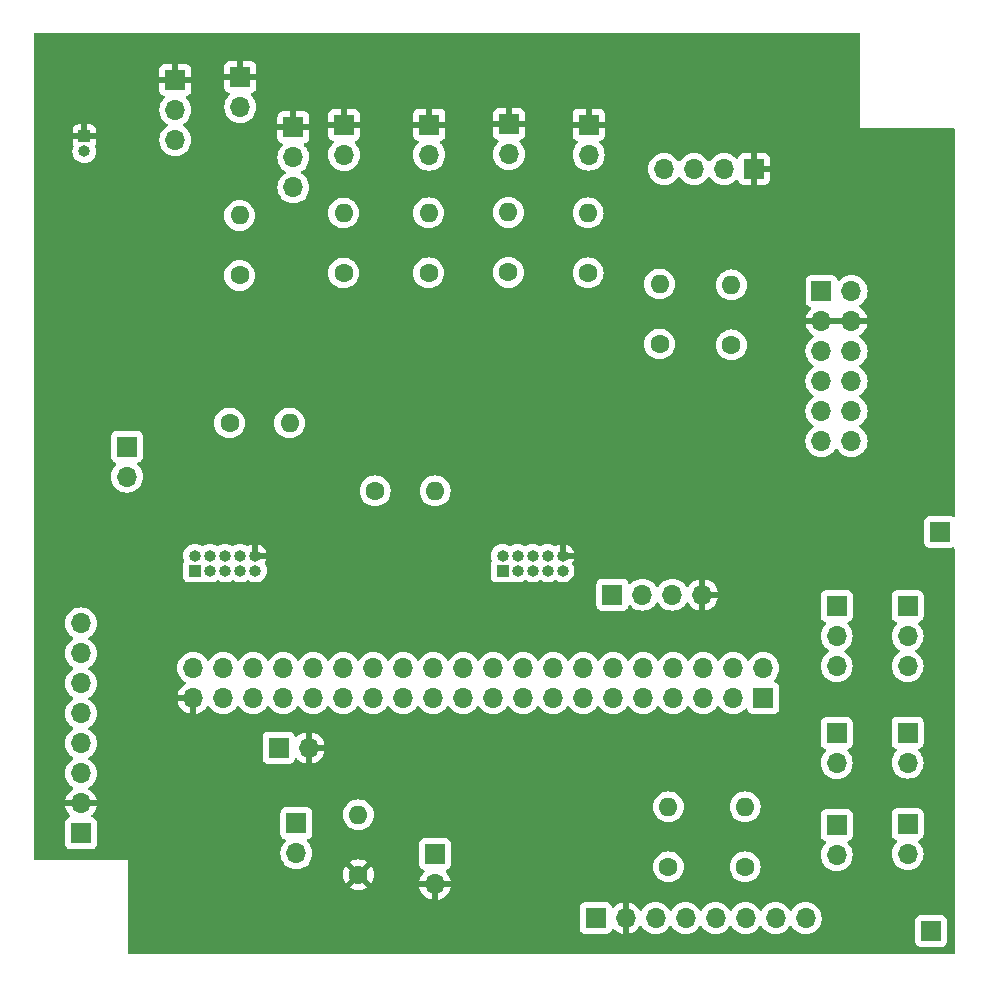
<source format=gbr>
%TF.GenerationSoftware,KiCad,Pcbnew,8.0.8*%
%TF.CreationDate,2025-03-27T16:07:45-04:00*%
%TF.ProjectId,GRIT_main_pcb,47524954-5f6d-4616-996e-5f7063622e6b,rev?*%
%TF.SameCoordinates,Original*%
%TF.FileFunction,Copper,L3,Inr*%
%TF.FilePolarity,Positive*%
%FSLAX46Y46*%
G04 Gerber Fmt 4.6, Leading zero omitted, Abs format (unit mm)*
G04 Created by KiCad (PCBNEW 8.0.8) date 2025-03-27 16:07:45*
%MOMM*%
%LPD*%
G01*
G04 APERTURE LIST*
%TA.AperFunction,ComponentPad*%
%ADD10R,1.700000X1.700000*%
%TD*%
%TA.AperFunction,ComponentPad*%
%ADD11O,1.700000X1.700000*%
%TD*%
%TA.AperFunction,ComponentPad*%
%ADD12C,1.600000*%
%TD*%
%TA.AperFunction,ComponentPad*%
%ADD13O,1.600000X1.600000*%
%TD*%
%TA.AperFunction,ComponentPad*%
%ADD14R,1.000000X1.000000*%
%TD*%
%TA.AperFunction,ComponentPad*%
%ADD15O,1.000000X1.000000*%
%TD*%
G04 APERTURE END LIST*
D10*
%TO.N,GND*%
%TO.C,Rel2*%
X35000000Y-20975000D03*
D11*
%TO.N,On*%
X35000000Y-23515000D03*
%TO.N,5V*%
X35000000Y-26055000D03*
%TD*%
D10*
%TO.N,GND*%
%TO.C,Rel1*%
X25000000Y-16960000D03*
D11*
%TO.N,EStop*%
X25000000Y-19500000D03*
%TO.N,5V*%
X25000000Y-22040000D03*
%TD*%
D12*
%TO.N,5V*%
%TO.C,10k*%
X53200000Y-33250000D03*
D13*
%TO.N,PI26*%
X53200000Y-28170000D03*
%TD*%
D10*
%TO.N,GND*%
%TO.C,On*%
X39300000Y-20765000D03*
D11*
%TO.N,On*%
X39300000Y-23305000D03*
%TD*%
D12*
%TO.N,GND*%
%TO.C,10k*%
X40500000Y-84250000D03*
D13*
%TO.N,PI13*%
X40500000Y-79170000D03*
%TD*%
D12*
%TO.N,5V*%
%TO.C,10k*%
X39250000Y-33305000D03*
D13*
%TO.N,On*%
X39250000Y-28225000D03*
%TD*%
D12*
%TO.N,5V*%
%TO.C,10k*%
X59950000Y-33290000D03*
D13*
%TO.N,PI29*%
X59950000Y-28210000D03*
%TD*%
D12*
%TO.N,PI22*%
%TO.C,4.7k*%
X66750000Y-83580000D03*
D13*
%TO.N,3V3*%
X66750000Y-78500000D03*
%TD*%
D10*
%TO.N,LED3*%
%TO.C,LED3*%
X81000000Y-72250000D03*
D11*
%TO.N,LED4*%
X81000000Y-74790000D03*
%TD*%
D14*
%TO.N,3V3*%
%TO.C,EncL*%
X26670000Y-58500000D03*
D15*
%TO.N,5V*%
X26670000Y-57230000D03*
%TO.N,N/C*%
X27940000Y-58500000D03*
X27940000Y-57230000D03*
%TO.N,PI15*%
X29210000Y-58500000D03*
%TO.N,N/C*%
X29210000Y-57230000D03*
%TO.N,PI40*%
X30480000Y-58500000D03*
%TO.N,N/C*%
X30480000Y-57230000D03*
X31750000Y-58500000D03*
%TO.N,GND*%
X31750000Y-57230000D03*
%TD*%
D10*
%TO.N,LED4*%
%TO.C,LED4*%
X81000000Y-80025000D03*
D11*
%TO.N,LED-*%
X81000000Y-82565000D03*
%TD*%
D12*
%TO.N,PI24*%
%TO.C,4.7k*%
X41920000Y-51750000D03*
D13*
%TO.N,3V3*%
X47000000Y-51750000D03*
%TD*%
D12*
%TO.N,5V*%
%TO.C,10k*%
X46450000Y-33290000D03*
D13*
%TO.N,PI28*%
X46450000Y-28210000D03*
%TD*%
D10*
%TO.N,PI11*%
%TO.C,PowMOS2*%
X47000000Y-82500000D03*
D11*
%TO.N,GND*%
X47000000Y-85040000D03*
%TD*%
D10*
%TO.N,5V*%
%TO.C,Dual Motor Driver*%
X79710000Y-34840000D03*
D11*
X82250000Y-34840000D03*
%TO.N,GND*%
X79710000Y-37380000D03*
X82250000Y-37380000D03*
%TO.N,PI32*%
X79710000Y-39920000D03*
%TO.N,PI12*%
X82250000Y-39920000D03*
%TO.N,PI33*%
X79710000Y-42460000D03*
%TO.N,PI38*%
X82250000Y-42460000D03*
%TO.N,5V*%
X79710000Y-45000000D03*
X82250000Y-45000000D03*
%TO.N,N/C*%
X79710000Y-47540000D03*
X82250000Y-47540000D03*
%TD*%
D10*
%TO.N,GND*%
%TO.C,PB 1*%
X46500000Y-20750000D03*
D11*
%TO.N,PI28*%
X46500000Y-23290000D03*
%TD*%
D10*
%TO.N,3V3*%
%TO.C,IMU*%
X17000000Y-80750000D03*
D11*
%TO.N,GND*%
X17000000Y-78210000D03*
%TO.N,PI3*%
X17000000Y-75670000D03*
%TO.N,PI5*%
X17000000Y-73130000D03*
%TO.N,N/C*%
X17000000Y-70590000D03*
X17000000Y-68050000D03*
X17000000Y-65510000D03*
%TO.N,PI7*%
X17000000Y-62970000D03*
%TD*%
D10*
%TO.N,LED1*%
%TO.C,LED1*%
X87000000Y-72225000D03*
D11*
%TO.N,LED2*%
X87000000Y-74765000D03*
%TD*%
D12*
%TO.N,PI37*%
%TO.C,4.7k*%
X73250000Y-83580000D03*
D13*
%TO.N,3V3*%
X73250000Y-78500000D03*
%TD*%
D14*
%TO.N,GND*%
%TO.C,Cooling Fan*%
X17300000Y-21730000D03*
D15*
%TO.N,5V*%
X17300000Y-23000000D03*
%TD*%
D12*
%TO.N,3V3*%
%TO.C,4.7k*%
X72075000Y-39395000D03*
D13*
%TO.N,PI23*%
X72075000Y-34315000D03*
%TD*%
D12*
%TO.N,PI21*%
%TO.C,4.7k*%
X29595000Y-46000000D03*
D13*
%TO.N,3V3*%
X34675000Y-46000000D03*
%TD*%
D10*
%TO.N,LED2*%
%TO.C,LED1*%
X87000000Y-79950000D03*
D11*
%TO.N,LED-*%
X87000000Y-82490000D03*
%TD*%
D10*
%TO.N,5V*%
%TO.C,BMS*%
X60590000Y-87935000D03*
D11*
%TO.N,GND*%
X63130000Y-87935000D03*
%TO.N,PI22*%
X65670000Y-87935000D03*
%TO.N,PI37*%
X68210000Y-87935000D03*
%TO.N,N/C*%
X70750000Y-87935000D03*
X73290000Y-87935000D03*
X75830000Y-87935000D03*
X78370000Y-87935000D03*
%TD*%
D10*
%TO.N,GND*%
%TO.C,PB 3*%
X60000000Y-20750000D03*
D11*
%TO.N,PI29*%
X60000000Y-23290000D03*
%TD*%
D12*
%TO.N,3V3*%
%TO.C,4.7k*%
X66000000Y-39315000D03*
D13*
%TO.N,PI19*%
X66000000Y-34235000D03*
%TD*%
D10*
%TO.N,GND*%
%TO.C,LCD*%
X74000000Y-24500000D03*
D11*
%TO.N,5V*%
X71460000Y-24500000D03*
%TO.N,PI23*%
X68920000Y-24500000D03*
%TO.N,PI19*%
X66380000Y-24500000D03*
%TD*%
D10*
%TO.N,PI36*%
%TO.C,MOS1*%
X81000000Y-61500000D03*
D11*
%TO.N,LED+*%
X81000000Y-64040000D03*
%TO.N,LED3*%
X81000000Y-66580000D03*
%TD*%
D10*
%TO.N,LED+*%
%TO.C,LED+*%
X89750000Y-55250000D03*
%TD*%
%TO.N,PI13*%
%TO.C,Limit Switch*%
X35250000Y-79895000D03*
D11*
%TO.N,5V*%
X35250000Y-82435000D03*
%TD*%
D10*
%TO.N,PI21*%
%TO.C,Pico*%
X20895000Y-48000000D03*
D11*
%TO.N,PI24*%
X20895000Y-50540000D03*
%TD*%
D10*
%TO.N,GND*%
%TO.C,PB 2*%
X53250000Y-20710000D03*
D11*
%TO.N,PI26*%
X53250000Y-23250000D03*
%TD*%
D10*
%TO.N,PI35*%
%TO.C,PowMOS1*%
X33750000Y-73500000D03*
D11*
%TO.N,GND*%
X36290000Y-73500000D03*
%TD*%
D12*
%TO.N,5V*%
%TO.C,10k*%
X30450000Y-33515000D03*
D13*
%TO.N,EStop*%
X30450000Y-28435000D03*
%TD*%
D10*
%TO.N,PI31*%
%TO.C,MOS2*%
X87000000Y-61500000D03*
D11*
%TO.N,LED+*%
X87000000Y-64040000D03*
%TO.N,LED1*%
X87000000Y-66580000D03*
%TD*%
D10*
%TO.N,LED-*%
%TO.C,LED-*%
X89000000Y-89000000D03*
%TD*%
D14*
%TO.N,3V3*%
%TO.C,EncR*%
X52710000Y-58500000D03*
D15*
%TO.N,5V*%
X52710000Y-57230000D03*
%TO.N,N/C*%
X53980000Y-58500000D03*
X53980000Y-57230000D03*
%TO.N,PI18*%
X55250000Y-58500000D03*
%TO.N,N/C*%
X55250000Y-57230000D03*
%TO.N,PI16*%
X56520000Y-58500000D03*
%TO.N,N/C*%
X56520000Y-57230000D03*
X57790000Y-58500000D03*
%TO.N,GND*%
X57790000Y-57230000D03*
%TD*%
D10*
%TO.N,GND*%
%TO.C,EStop*%
X30500000Y-16700000D03*
D11*
%TO.N,EStop*%
X30500000Y-19240000D03*
%TD*%
D10*
%TO.N,3V3*%
%TO.C,Raspberry Pi*%
X74780000Y-69290000D03*
D11*
%TO.N,5V*%
X74780000Y-66750000D03*
%TO.N,PI3*%
X72240000Y-69290000D03*
%TO.N,N/C*%
X72240000Y-66750000D03*
%TO.N,PI5*%
X69700000Y-69290000D03*
%TO.N,N/C*%
X69700000Y-66750000D03*
%TO.N,PI7*%
X67160000Y-69290000D03*
%TO.N,PI8*%
X67160000Y-66750000D03*
%TO.N,N/C*%
X64620000Y-69290000D03*
%TO.N,PI10*%
X64620000Y-66750000D03*
%TO.N,PI11*%
X62080000Y-69290000D03*
%TO.N,PI12*%
X62080000Y-66750000D03*
%TO.N,PI13*%
X59540000Y-69290000D03*
%TO.N,N/C*%
X59540000Y-66750000D03*
%TO.N,PI15*%
X57000000Y-69290000D03*
%TO.N,PI16*%
X57000000Y-66750000D03*
%TO.N,N/C*%
X54460000Y-69290000D03*
%TO.N,PI18*%
X54460000Y-66750000D03*
%TO.N,PI19*%
X51920000Y-69290000D03*
%TO.N,N/C*%
X51920000Y-66750000D03*
%TO.N,PI21*%
X49380000Y-69290000D03*
%TO.N,PI22*%
X49380000Y-66750000D03*
%TO.N,PI23*%
X46840000Y-69290000D03*
%TO.N,PI24*%
X46840000Y-66750000D03*
%TO.N,N/C*%
X44300000Y-69290000D03*
%TO.N,PI26*%
X44300000Y-66750000D03*
%TO.N,PI27*%
X41760000Y-69290000D03*
%TO.N,PI28*%
X41760000Y-66750000D03*
%TO.N,PI29*%
X39220000Y-69290000D03*
%TO.N,N/C*%
X39220000Y-66750000D03*
%TO.N,PI31*%
X36680000Y-69290000D03*
%TO.N,PI32*%
X36680000Y-66750000D03*
%TO.N,PI33*%
X34140000Y-69290000D03*
%TO.N,N/C*%
X34140000Y-66750000D03*
%TO.N,PI35*%
X31600000Y-69290000D03*
%TO.N,PI36*%
X31600000Y-66750000D03*
%TO.N,PI37*%
X29060000Y-69290000D03*
%TO.N,PI38*%
X29060000Y-66750000D03*
%TO.N,GND*%
X26520000Y-69290000D03*
%TO.N,PI40*%
X26520000Y-66750000D03*
%TD*%
D10*
%TO.N,5V*%
%TO.C,GPS*%
X62010000Y-60540000D03*
D11*
%TO.N,PI10*%
X64550000Y-60540000D03*
%TO.N,PI8*%
X67090000Y-60540000D03*
%TO.N,GND*%
X69630000Y-60540000D03*
%TD*%
%TA.AperFunction,Conductor*%
%TO.N,GND*%
G36*
X81784075Y-37187007D02*
G01*
X81750000Y-37314174D01*
X81750000Y-37445826D01*
X81784075Y-37572993D01*
X81816988Y-37630000D01*
X80143012Y-37630000D01*
X80175925Y-37572993D01*
X80210000Y-37445826D01*
X80210000Y-37314174D01*
X80175925Y-37187007D01*
X80143012Y-37130000D01*
X81816988Y-37130000D01*
X81784075Y-37187007D01*
G37*
%TD.AperFunction*%
%TA.AperFunction,Conductor*%
G36*
X82943039Y-13019685D02*
G01*
X82988794Y-13072489D01*
X83000000Y-13124000D01*
X83000000Y-21000000D01*
X90876000Y-21000000D01*
X90943039Y-21019685D01*
X90988794Y-21072489D01*
X91000000Y-21124000D01*
X91000000Y-53836417D01*
X90980315Y-53903456D01*
X90927511Y-53949211D01*
X90858353Y-53959155D01*
X90832667Y-53952599D01*
X90707482Y-53905908D01*
X90707483Y-53905908D01*
X90647883Y-53899501D01*
X90647881Y-53899500D01*
X90647873Y-53899500D01*
X90647864Y-53899500D01*
X88852129Y-53899500D01*
X88852123Y-53899501D01*
X88792516Y-53905908D01*
X88657671Y-53956202D01*
X88657664Y-53956206D01*
X88542455Y-54042452D01*
X88542452Y-54042455D01*
X88456206Y-54157664D01*
X88456202Y-54157671D01*
X88405908Y-54292517D01*
X88399501Y-54352116D01*
X88399500Y-54352135D01*
X88399500Y-56147870D01*
X88399501Y-56147876D01*
X88405908Y-56207483D01*
X88456202Y-56342328D01*
X88456206Y-56342335D01*
X88542452Y-56457544D01*
X88542455Y-56457547D01*
X88657664Y-56543793D01*
X88657671Y-56543797D01*
X88792517Y-56594091D01*
X88792516Y-56594091D01*
X88799444Y-56594835D01*
X88852127Y-56600500D01*
X90647872Y-56600499D01*
X90707483Y-56594091D01*
X90832668Y-56547399D01*
X90902358Y-56542416D01*
X90963681Y-56575901D01*
X90997166Y-56637224D01*
X91000000Y-56663582D01*
X91000000Y-90876000D01*
X90980315Y-90943039D01*
X90927511Y-90988794D01*
X90876000Y-91000000D01*
X21124000Y-91000000D01*
X21056961Y-90980315D01*
X21011206Y-90927511D01*
X21000000Y-90876000D01*
X21000000Y-87037135D01*
X59239500Y-87037135D01*
X59239500Y-88832870D01*
X59239501Y-88832876D01*
X59245908Y-88892483D01*
X59296202Y-89027328D01*
X59296206Y-89027335D01*
X59382452Y-89142544D01*
X59382455Y-89142547D01*
X59497664Y-89228793D01*
X59497671Y-89228797D01*
X59632517Y-89279091D01*
X59632516Y-89279091D01*
X59639444Y-89279835D01*
X59692127Y-89285500D01*
X61487872Y-89285499D01*
X61547483Y-89279091D01*
X61682331Y-89228796D01*
X61797546Y-89142546D01*
X61883796Y-89027331D01*
X61933002Y-88895401D01*
X61974872Y-88839468D01*
X62040337Y-88815050D01*
X62108610Y-88829901D01*
X62136865Y-88851053D01*
X62258917Y-88973105D01*
X62452421Y-89108600D01*
X62666507Y-89208429D01*
X62666516Y-89208433D01*
X62880000Y-89265634D01*
X62880000Y-88368012D01*
X62937007Y-88400925D01*
X63064174Y-88435000D01*
X63195826Y-88435000D01*
X63322993Y-88400925D01*
X63380000Y-88368012D01*
X63380000Y-89265633D01*
X63593483Y-89208433D01*
X63593492Y-89208429D01*
X63807578Y-89108600D01*
X64001082Y-88973105D01*
X64168105Y-88806082D01*
X64298119Y-88620405D01*
X64352696Y-88576781D01*
X64422195Y-88569588D01*
X64484549Y-88601110D01*
X64501269Y-88620405D01*
X64631505Y-88806401D01*
X64798599Y-88973495D01*
X64895384Y-89041265D01*
X64992165Y-89109032D01*
X64992167Y-89109033D01*
X64992170Y-89109035D01*
X65206337Y-89208903D01*
X65434592Y-89270063D01*
X65611034Y-89285500D01*
X65669999Y-89290659D01*
X65670000Y-89290659D01*
X65670001Y-89290659D01*
X65728966Y-89285500D01*
X65905408Y-89270063D01*
X66133663Y-89208903D01*
X66347830Y-89109035D01*
X66541401Y-88973495D01*
X66708495Y-88806401D01*
X66838425Y-88620842D01*
X66893002Y-88577217D01*
X66962500Y-88570023D01*
X67024855Y-88601546D01*
X67041575Y-88620842D01*
X67171500Y-88806395D01*
X67171505Y-88806401D01*
X67338599Y-88973495D01*
X67435384Y-89041265D01*
X67532165Y-89109032D01*
X67532167Y-89109033D01*
X67532170Y-89109035D01*
X67746337Y-89208903D01*
X67974592Y-89270063D01*
X68151034Y-89285500D01*
X68209999Y-89290659D01*
X68210000Y-89290659D01*
X68210001Y-89290659D01*
X68268966Y-89285500D01*
X68445408Y-89270063D01*
X68673663Y-89208903D01*
X68887830Y-89109035D01*
X69081401Y-88973495D01*
X69248495Y-88806401D01*
X69378425Y-88620842D01*
X69433002Y-88577217D01*
X69502500Y-88570023D01*
X69564855Y-88601546D01*
X69581575Y-88620842D01*
X69711500Y-88806395D01*
X69711505Y-88806401D01*
X69878599Y-88973495D01*
X69975384Y-89041265D01*
X70072165Y-89109032D01*
X70072167Y-89109033D01*
X70072170Y-89109035D01*
X70286337Y-89208903D01*
X70514592Y-89270063D01*
X70691034Y-89285500D01*
X70749999Y-89290659D01*
X70750000Y-89290659D01*
X70750001Y-89290659D01*
X70808966Y-89285500D01*
X70985408Y-89270063D01*
X71213663Y-89208903D01*
X71427830Y-89109035D01*
X71621401Y-88973495D01*
X71788495Y-88806401D01*
X71918425Y-88620842D01*
X71973002Y-88577217D01*
X72042500Y-88570023D01*
X72104855Y-88601546D01*
X72121575Y-88620842D01*
X72251500Y-88806395D01*
X72251505Y-88806401D01*
X72418599Y-88973495D01*
X72515384Y-89041265D01*
X72612165Y-89109032D01*
X72612167Y-89109033D01*
X72612170Y-89109035D01*
X72826337Y-89208903D01*
X73054592Y-89270063D01*
X73231034Y-89285500D01*
X73289999Y-89290659D01*
X73290000Y-89290659D01*
X73290001Y-89290659D01*
X73348966Y-89285500D01*
X73525408Y-89270063D01*
X73753663Y-89208903D01*
X73967830Y-89109035D01*
X74161401Y-88973495D01*
X74328495Y-88806401D01*
X74458425Y-88620842D01*
X74513002Y-88577217D01*
X74582500Y-88570023D01*
X74644855Y-88601546D01*
X74661575Y-88620842D01*
X74791500Y-88806395D01*
X74791505Y-88806401D01*
X74958599Y-88973495D01*
X75055384Y-89041265D01*
X75152165Y-89109032D01*
X75152167Y-89109033D01*
X75152170Y-89109035D01*
X75366337Y-89208903D01*
X75594592Y-89270063D01*
X75771034Y-89285500D01*
X75829999Y-89290659D01*
X75830000Y-89290659D01*
X75830001Y-89290659D01*
X75888966Y-89285500D01*
X76065408Y-89270063D01*
X76293663Y-89208903D01*
X76507830Y-89109035D01*
X76701401Y-88973495D01*
X76868495Y-88806401D01*
X76998425Y-88620842D01*
X77053002Y-88577217D01*
X77122500Y-88570023D01*
X77184855Y-88601546D01*
X77201575Y-88620842D01*
X77331500Y-88806395D01*
X77331505Y-88806401D01*
X77498599Y-88973495D01*
X77595384Y-89041265D01*
X77692165Y-89109032D01*
X77692167Y-89109033D01*
X77692170Y-89109035D01*
X77906337Y-89208903D01*
X78134592Y-89270063D01*
X78311034Y-89285500D01*
X78369999Y-89290659D01*
X78370000Y-89290659D01*
X78370001Y-89290659D01*
X78428966Y-89285500D01*
X78605408Y-89270063D01*
X78833663Y-89208903D01*
X79047830Y-89109035D01*
X79241401Y-88973495D01*
X79408495Y-88806401D01*
X79544035Y-88612830D01*
X79643903Y-88398663D01*
X79705063Y-88170408D01*
X79711036Y-88102135D01*
X87649500Y-88102135D01*
X87649500Y-89897870D01*
X87649501Y-89897876D01*
X87655908Y-89957483D01*
X87706202Y-90092328D01*
X87706206Y-90092335D01*
X87792452Y-90207544D01*
X87792455Y-90207547D01*
X87907664Y-90293793D01*
X87907671Y-90293797D01*
X88042517Y-90344091D01*
X88042516Y-90344091D01*
X88049444Y-90344835D01*
X88102127Y-90350500D01*
X89897872Y-90350499D01*
X89957483Y-90344091D01*
X90092331Y-90293796D01*
X90207546Y-90207546D01*
X90293796Y-90092331D01*
X90344091Y-89957483D01*
X90350500Y-89897873D01*
X90350499Y-88102128D01*
X90344091Y-88042517D01*
X90328541Y-88000826D01*
X90293797Y-87907671D01*
X90293793Y-87907664D01*
X90207547Y-87792455D01*
X90207544Y-87792452D01*
X90092335Y-87706206D01*
X90092328Y-87706202D01*
X89957482Y-87655908D01*
X89957483Y-87655908D01*
X89897883Y-87649501D01*
X89897881Y-87649500D01*
X89897873Y-87649500D01*
X89897864Y-87649500D01*
X88102129Y-87649500D01*
X88102123Y-87649501D01*
X88042516Y-87655908D01*
X87907671Y-87706202D01*
X87907664Y-87706206D01*
X87792455Y-87792452D01*
X87792452Y-87792455D01*
X87706206Y-87907664D01*
X87706202Y-87907671D01*
X87655908Y-88042517D01*
X87649501Y-88102116D01*
X87649501Y-88102123D01*
X87649500Y-88102135D01*
X79711036Y-88102135D01*
X79725659Y-87935000D01*
X79705063Y-87699592D01*
X79643903Y-87471337D01*
X79544035Y-87257171D01*
X79538731Y-87249595D01*
X79408494Y-87063597D01*
X79241402Y-86896506D01*
X79241395Y-86896501D01*
X79047834Y-86760967D01*
X79047830Y-86760965D01*
X79047828Y-86760964D01*
X78833663Y-86661097D01*
X78833659Y-86661096D01*
X78833655Y-86661094D01*
X78605413Y-86599938D01*
X78605403Y-86599936D01*
X78370001Y-86579341D01*
X78369999Y-86579341D01*
X78134596Y-86599936D01*
X78134586Y-86599938D01*
X77906344Y-86661094D01*
X77906335Y-86661098D01*
X77692171Y-86760964D01*
X77692169Y-86760965D01*
X77498597Y-86896505D01*
X77331505Y-87063597D01*
X77201575Y-87249158D01*
X77146998Y-87292783D01*
X77077500Y-87299977D01*
X77015145Y-87268454D01*
X76998425Y-87249158D01*
X76868494Y-87063597D01*
X76701402Y-86896506D01*
X76701395Y-86896501D01*
X76507834Y-86760967D01*
X76507830Y-86760965D01*
X76507828Y-86760964D01*
X76293663Y-86661097D01*
X76293659Y-86661096D01*
X76293655Y-86661094D01*
X76065413Y-86599938D01*
X76065403Y-86599936D01*
X75830001Y-86579341D01*
X75829999Y-86579341D01*
X75594596Y-86599936D01*
X75594586Y-86599938D01*
X75366344Y-86661094D01*
X75366335Y-86661098D01*
X75152171Y-86760964D01*
X75152169Y-86760965D01*
X74958597Y-86896505D01*
X74791505Y-87063597D01*
X74661575Y-87249158D01*
X74606998Y-87292783D01*
X74537500Y-87299977D01*
X74475145Y-87268454D01*
X74458425Y-87249158D01*
X74328494Y-87063597D01*
X74161402Y-86896506D01*
X74161395Y-86896501D01*
X73967834Y-86760967D01*
X73967830Y-86760965D01*
X73967828Y-86760964D01*
X73753663Y-86661097D01*
X73753659Y-86661096D01*
X73753655Y-86661094D01*
X73525413Y-86599938D01*
X73525403Y-86599936D01*
X73290001Y-86579341D01*
X73289999Y-86579341D01*
X73054596Y-86599936D01*
X73054586Y-86599938D01*
X72826344Y-86661094D01*
X72826335Y-86661098D01*
X72612171Y-86760964D01*
X72612169Y-86760965D01*
X72418597Y-86896505D01*
X72251505Y-87063597D01*
X72121575Y-87249158D01*
X72066998Y-87292783D01*
X71997500Y-87299977D01*
X71935145Y-87268454D01*
X71918425Y-87249158D01*
X71788494Y-87063597D01*
X71621402Y-86896506D01*
X71621395Y-86896501D01*
X71427834Y-86760967D01*
X71427830Y-86760965D01*
X71427828Y-86760964D01*
X71213663Y-86661097D01*
X71213659Y-86661096D01*
X71213655Y-86661094D01*
X70985413Y-86599938D01*
X70985403Y-86599936D01*
X70750001Y-86579341D01*
X70749999Y-86579341D01*
X70514596Y-86599936D01*
X70514586Y-86599938D01*
X70286344Y-86661094D01*
X70286335Y-86661098D01*
X70072171Y-86760964D01*
X70072169Y-86760965D01*
X69878597Y-86896505D01*
X69711505Y-87063597D01*
X69581575Y-87249158D01*
X69526998Y-87292783D01*
X69457500Y-87299977D01*
X69395145Y-87268454D01*
X69378425Y-87249158D01*
X69248494Y-87063597D01*
X69081402Y-86896506D01*
X69081395Y-86896501D01*
X68887834Y-86760967D01*
X68887830Y-86760965D01*
X68887828Y-86760964D01*
X68673663Y-86661097D01*
X68673659Y-86661096D01*
X68673655Y-86661094D01*
X68445413Y-86599938D01*
X68445403Y-86599936D01*
X68210001Y-86579341D01*
X68209999Y-86579341D01*
X67974596Y-86599936D01*
X67974586Y-86599938D01*
X67746344Y-86661094D01*
X67746335Y-86661098D01*
X67532171Y-86760964D01*
X67532169Y-86760965D01*
X67338597Y-86896505D01*
X67171505Y-87063597D01*
X67041575Y-87249158D01*
X66986998Y-87292783D01*
X66917500Y-87299977D01*
X66855145Y-87268454D01*
X66838425Y-87249158D01*
X66708494Y-87063597D01*
X66541402Y-86896506D01*
X66541395Y-86896501D01*
X66347834Y-86760967D01*
X66347830Y-86760965D01*
X66347828Y-86760964D01*
X66133663Y-86661097D01*
X66133659Y-86661096D01*
X66133655Y-86661094D01*
X65905413Y-86599938D01*
X65905403Y-86599936D01*
X65670001Y-86579341D01*
X65669999Y-86579341D01*
X65434596Y-86599936D01*
X65434586Y-86599938D01*
X65206344Y-86661094D01*
X65206335Y-86661098D01*
X64992171Y-86760964D01*
X64992169Y-86760965D01*
X64798597Y-86896505D01*
X64631508Y-87063594D01*
X64501269Y-87249595D01*
X64446692Y-87293219D01*
X64377193Y-87300412D01*
X64314839Y-87268890D01*
X64298119Y-87249594D01*
X64168113Y-87063926D01*
X64168108Y-87063920D01*
X64001082Y-86896894D01*
X63807578Y-86761399D01*
X63593492Y-86661570D01*
X63593486Y-86661567D01*
X63380000Y-86604364D01*
X63380000Y-87501988D01*
X63322993Y-87469075D01*
X63195826Y-87435000D01*
X63064174Y-87435000D01*
X62937007Y-87469075D01*
X62880000Y-87501988D01*
X62880000Y-86604364D01*
X62879999Y-86604364D01*
X62666513Y-86661567D01*
X62666507Y-86661570D01*
X62452422Y-86761399D01*
X62452420Y-86761400D01*
X62258926Y-86896886D01*
X62136865Y-87018947D01*
X62075542Y-87052431D01*
X62005850Y-87047447D01*
X61949917Y-87005575D01*
X61933002Y-86974598D01*
X61883797Y-86842671D01*
X61883793Y-86842664D01*
X61797547Y-86727455D01*
X61797544Y-86727452D01*
X61682335Y-86641206D01*
X61682328Y-86641202D01*
X61547482Y-86590908D01*
X61547483Y-86590908D01*
X61487883Y-86584501D01*
X61487881Y-86584500D01*
X61487873Y-86584500D01*
X61487864Y-86584500D01*
X59692129Y-86584500D01*
X59692123Y-86584501D01*
X59632516Y-86590908D01*
X59497671Y-86641202D01*
X59497664Y-86641206D01*
X59382455Y-86727452D01*
X59382452Y-86727455D01*
X59296206Y-86842664D01*
X59296202Y-86842671D01*
X59245908Y-86977517D01*
X59239501Y-87037116D01*
X59239500Y-87037135D01*
X21000000Y-87037135D01*
X21000000Y-84249997D01*
X39195034Y-84249997D01*
X39195034Y-84250002D01*
X39214858Y-84476599D01*
X39214860Y-84476610D01*
X39273730Y-84696317D01*
X39273735Y-84696331D01*
X39369863Y-84902478D01*
X39420974Y-84975472D01*
X40100000Y-84296446D01*
X40100000Y-84302661D01*
X40127259Y-84404394D01*
X40179920Y-84495606D01*
X40254394Y-84570080D01*
X40345606Y-84622741D01*
X40447339Y-84650000D01*
X40453553Y-84650000D01*
X39774526Y-85329025D01*
X39847513Y-85380132D01*
X39847521Y-85380136D01*
X40053668Y-85476264D01*
X40053682Y-85476269D01*
X40273389Y-85535139D01*
X40273400Y-85535141D01*
X40499998Y-85554966D01*
X40500002Y-85554966D01*
X40726599Y-85535141D01*
X40726610Y-85535139D01*
X40946317Y-85476269D01*
X40946331Y-85476264D01*
X41152478Y-85380136D01*
X41225471Y-85329024D01*
X40546447Y-84650000D01*
X40552661Y-84650000D01*
X40654394Y-84622741D01*
X40745606Y-84570080D01*
X40820080Y-84495606D01*
X40872741Y-84404394D01*
X40900000Y-84302661D01*
X40900000Y-84296447D01*
X41579024Y-84975471D01*
X41630136Y-84902478D01*
X41726264Y-84696331D01*
X41726269Y-84696317D01*
X41785139Y-84476610D01*
X41785141Y-84476599D01*
X41804966Y-84250002D01*
X41804966Y-84249997D01*
X41785141Y-84023400D01*
X41785139Y-84023389D01*
X41726269Y-83803682D01*
X41726264Y-83803668D01*
X41630136Y-83597521D01*
X41630132Y-83597513D01*
X41579025Y-83524526D01*
X40900000Y-84203551D01*
X40900000Y-84197339D01*
X40872741Y-84095606D01*
X40820080Y-84004394D01*
X40745606Y-83929920D01*
X40654394Y-83877259D01*
X40552661Y-83850000D01*
X40546445Y-83850000D01*
X41225472Y-83170974D01*
X41152478Y-83119863D01*
X40946331Y-83023735D01*
X40946317Y-83023730D01*
X40726610Y-82964860D01*
X40726599Y-82964858D01*
X40500002Y-82945034D01*
X40499998Y-82945034D01*
X40273400Y-82964858D01*
X40273389Y-82964860D01*
X40053682Y-83023730D01*
X40053673Y-83023734D01*
X39847516Y-83119866D01*
X39847512Y-83119868D01*
X39774526Y-83170973D01*
X39774526Y-83170974D01*
X40453553Y-83850000D01*
X40447339Y-83850000D01*
X40345606Y-83877259D01*
X40254394Y-83929920D01*
X40179920Y-84004394D01*
X40127259Y-84095606D01*
X40100000Y-84197339D01*
X40100000Y-84203552D01*
X39420974Y-83524526D01*
X39420973Y-83524526D01*
X39369868Y-83597512D01*
X39369866Y-83597516D01*
X39273734Y-83803673D01*
X39273730Y-83803682D01*
X39214860Y-84023389D01*
X39214858Y-84023400D01*
X39195034Y-84249997D01*
X21000000Y-84249997D01*
X21000000Y-83000000D01*
X13124000Y-83000000D01*
X13056961Y-82980315D01*
X13011206Y-82927511D01*
X13000000Y-82876000D01*
X13000000Y-82434999D01*
X33894341Y-82434999D01*
X33894341Y-82435000D01*
X33914936Y-82670403D01*
X33914938Y-82670413D01*
X33976094Y-82898655D01*
X33976096Y-82898659D01*
X33976097Y-82898663D01*
X34036717Y-83028663D01*
X34075965Y-83112830D01*
X34075967Y-83112834D01*
X34166992Y-83242830D01*
X34211505Y-83306401D01*
X34378599Y-83473495D01*
X34451479Y-83524526D01*
X34572165Y-83609032D01*
X34572167Y-83609033D01*
X34572170Y-83609035D01*
X34786337Y-83708903D01*
X35014592Y-83770063D01*
X35202918Y-83786539D01*
X35249999Y-83790659D01*
X35250000Y-83790659D01*
X35250001Y-83790659D01*
X35289234Y-83787226D01*
X35485408Y-83770063D01*
X35713663Y-83708903D01*
X35927830Y-83609035D01*
X36121401Y-83473495D01*
X36288495Y-83306401D01*
X36424035Y-83112830D01*
X36523903Y-82898663D01*
X36585063Y-82670408D01*
X36605659Y-82435000D01*
X36585063Y-82199592D01*
X36523903Y-81971337D01*
X36424035Y-81757171D01*
X36389243Y-81707483D01*
X36315478Y-81602135D01*
X45649500Y-81602135D01*
X45649500Y-83397870D01*
X45649501Y-83397876D01*
X45655908Y-83457483D01*
X45706202Y-83592328D01*
X45706206Y-83592335D01*
X45792452Y-83707544D01*
X45792455Y-83707547D01*
X45907664Y-83793793D01*
X45907671Y-83793797D01*
X45942229Y-83806686D01*
X46039598Y-83843002D01*
X46095531Y-83884873D01*
X46119949Y-83950337D01*
X46105098Y-84018610D01*
X46083947Y-84046865D01*
X45961886Y-84168926D01*
X45826400Y-84362420D01*
X45826399Y-84362422D01*
X45726570Y-84576507D01*
X45726567Y-84576513D01*
X45669364Y-84789999D01*
X45669364Y-84790000D01*
X46566988Y-84790000D01*
X46534075Y-84847007D01*
X46500000Y-84974174D01*
X46500000Y-85105826D01*
X46534075Y-85232993D01*
X46566988Y-85290000D01*
X45669364Y-85290000D01*
X45726567Y-85503486D01*
X45726570Y-85503492D01*
X45826399Y-85717578D01*
X45961894Y-85911082D01*
X46128917Y-86078105D01*
X46322421Y-86213600D01*
X46536507Y-86313429D01*
X46536516Y-86313433D01*
X46750000Y-86370634D01*
X46750000Y-85473012D01*
X46807007Y-85505925D01*
X46934174Y-85540000D01*
X47065826Y-85540000D01*
X47192993Y-85505925D01*
X47250000Y-85473012D01*
X47250000Y-86370633D01*
X47463483Y-86313433D01*
X47463492Y-86313429D01*
X47677578Y-86213600D01*
X47871082Y-86078105D01*
X48038105Y-85911082D01*
X48173600Y-85717578D01*
X48273429Y-85503492D01*
X48273432Y-85503486D01*
X48330636Y-85290000D01*
X47433012Y-85290000D01*
X47465925Y-85232993D01*
X47500000Y-85105826D01*
X47500000Y-84974174D01*
X47465925Y-84847007D01*
X47433012Y-84790000D01*
X48330636Y-84790000D01*
X48330635Y-84789999D01*
X48273432Y-84576513D01*
X48273429Y-84576507D01*
X48173600Y-84362422D01*
X48173599Y-84362420D01*
X48038113Y-84168926D01*
X48038108Y-84168920D01*
X47916053Y-84046865D01*
X47882568Y-83985542D01*
X47887552Y-83915850D01*
X47929424Y-83859917D01*
X47960400Y-83843002D01*
X48065825Y-83803682D01*
X48092326Y-83793798D01*
X48092326Y-83793797D01*
X48092331Y-83793796D01*
X48207546Y-83707546D01*
X48293796Y-83592331D01*
X48298396Y-83579998D01*
X65444532Y-83579998D01*
X65444532Y-83580001D01*
X65464364Y-83806686D01*
X65464366Y-83806697D01*
X65523258Y-84026488D01*
X65523261Y-84026497D01*
X65619431Y-84232732D01*
X65619432Y-84232734D01*
X65749954Y-84419141D01*
X65910858Y-84580045D01*
X65910861Y-84580047D01*
X66097266Y-84710568D01*
X66303504Y-84806739D01*
X66523308Y-84865635D01*
X66685230Y-84879801D01*
X66749998Y-84885468D01*
X66750000Y-84885468D01*
X66750002Y-84885468D01*
X66806673Y-84880509D01*
X66976692Y-84865635D01*
X67196496Y-84806739D01*
X67402734Y-84710568D01*
X67589139Y-84580047D01*
X67750047Y-84419139D01*
X67880568Y-84232734D01*
X67976739Y-84026496D01*
X68035635Y-83806692D01*
X68055468Y-83580000D01*
X68055468Y-83579998D01*
X71944532Y-83579998D01*
X71944532Y-83580001D01*
X71964364Y-83806686D01*
X71964366Y-83806697D01*
X72023258Y-84026488D01*
X72023261Y-84026497D01*
X72119431Y-84232732D01*
X72119432Y-84232734D01*
X72249954Y-84419141D01*
X72410858Y-84580045D01*
X72410861Y-84580047D01*
X72597266Y-84710568D01*
X72803504Y-84806739D01*
X73023308Y-84865635D01*
X73185230Y-84879801D01*
X73249998Y-84885468D01*
X73250000Y-84885468D01*
X73250002Y-84885468D01*
X73306673Y-84880509D01*
X73476692Y-84865635D01*
X73696496Y-84806739D01*
X73902734Y-84710568D01*
X74089139Y-84580047D01*
X74250047Y-84419139D01*
X74380568Y-84232734D01*
X74476739Y-84026496D01*
X74535635Y-83806692D01*
X74555468Y-83580000D01*
X74535635Y-83353308D01*
X74476739Y-83133504D01*
X74380568Y-82927266D01*
X74250047Y-82740861D01*
X74250045Y-82740858D01*
X74089141Y-82579954D01*
X74067783Y-82564999D01*
X79644341Y-82564999D01*
X79644341Y-82565000D01*
X79664936Y-82800403D01*
X79664938Y-82800413D01*
X79726094Y-83028655D01*
X79726096Y-83028659D01*
X79726097Y-83028663D01*
X79792458Y-83170974D01*
X79825965Y-83242830D01*
X79825967Y-83242834D01*
X79903326Y-83353313D01*
X79961505Y-83436401D01*
X80128599Y-83603495D01*
X80215055Y-83664032D01*
X80322165Y-83739032D01*
X80322167Y-83739033D01*
X80322170Y-83739035D01*
X80536337Y-83838903D01*
X80764592Y-83900063D01*
X80945034Y-83915850D01*
X80999999Y-83920659D01*
X81000000Y-83920659D01*
X81000001Y-83920659D01*
X81039234Y-83917226D01*
X81235408Y-83900063D01*
X81463663Y-83838903D01*
X81677830Y-83739035D01*
X81871401Y-83603495D01*
X82038495Y-83436401D01*
X82174035Y-83242830D01*
X82273903Y-83028663D01*
X82335063Y-82800408D01*
X82355659Y-82565000D01*
X82349097Y-82489999D01*
X85644341Y-82489999D01*
X85644341Y-82490000D01*
X85664936Y-82725403D01*
X85664938Y-82725413D01*
X85726094Y-82953655D01*
X85726096Y-82953659D01*
X85726097Y-82953663D01*
X85809962Y-83133511D01*
X85825965Y-83167830D01*
X85825967Y-83167834D01*
X85922994Y-83306402D01*
X85961505Y-83361401D01*
X86128599Y-83528495D01*
X86202153Y-83579998D01*
X86322165Y-83664032D01*
X86322167Y-83664033D01*
X86322170Y-83664035D01*
X86536337Y-83763903D01*
X86536343Y-83763904D01*
X86536344Y-83763905D01*
X86591285Y-83778626D01*
X86764592Y-83825063D01*
X86952918Y-83841539D01*
X86999999Y-83845659D01*
X87000000Y-83845659D01*
X87000001Y-83845659D01*
X87039234Y-83842226D01*
X87235408Y-83825063D01*
X87463663Y-83763903D01*
X87677830Y-83664035D01*
X87871401Y-83528495D01*
X88038495Y-83361401D01*
X88174035Y-83167830D01*
X88273903Y-82953663D01*
X88335063Y-82725408D01*
X88355659Y-82490000D01*
X88335063Y-82254592D01*
X88273903Y-82026337D01*
X88174035Y-81812171D01*
X88135522Y-81757169D01*
X88038496Y-81618600D01*
X87983495Y-81563599D01*
X87916567Y-81496671D01*
X87883084Y-81435351D01*
X87888068Y-81365659D01*
X87929939Y-81309725D01*
X87960915Y-81292810D01*
X88092331Y-81243796D01*
X88207546Y-81157546D01*
X88293796Y-81042331D01*
X88344091Y-80907483D01*
X88350500Y-80847873D01*
X88350499Y-79052128D01*
X88344091Y-78992517D01*
X88326926Y-78946496D01*
X88293797Y-78857671D01*
X88293793Y-78857664D01*
X88207547Y-78742455D01*
X88207544Y-78742452D01*
X88092335Y-78656206D01*
X88092328Y-78656202D01*
X87957482Y-78605908D01*
X87957483Y-78605908D01*
X87897883Y-78599501D01*
X87897881Y-78599500D01*
X87897873Y-78599500D01*
X87897864Y-78599500D01*
X86102129Y-78599500D01*
X86102123Y-78599501D01*
X86042516Y-78605908D01*
X85907671Y-78656202D01*
X85907664Y-78656206D01*
X85792455Y-78742452D01*
X85792452Y-78742455D01*
X85706206Y-78857664D01*
X85706202Y-78857671D01*
X85655908Y-78992517D01*
X85655412Y-78997135D01*
X85649501Y-79052123D01*
X85649500Y-79052135D01*
X85649500Y-80847870D01*
X85649501Y-80847876D01*
X85655908Y-80907483D01*
X85706202Y-81042328D01*
X85706206Y-81042335D01*
X85792452Y-81157544D01*
X85792455Y-81157547D01*
X85907664Y-81243793D01*
X85907671Y-81243797D01*
X86039081Y-81292810D01*
X86095015Y-81334681D01*
X86119432Y-81400145D01*
X86104580Y-81468418D01*
X86083430Y-81496673D01*
X85961503Y-81618600D01*
X85825965Y-81812169D01*
X85825964Y-81812171D01*
X85726098Y-82026335D01*
X85726094Y-82026344D01*
X85664938Y-82254586D01*
X85664936Y-82254596D01*
X85644341Y-82489999D01*
X82349097Y-82489999D01*
X82335063Y-82329592D01*
X82273903Y-82101337D01*
X82174035Y-81887171D01*
X82121518Y-81812169D01*
X82038496Y-81693600D01*
X81992760Y-81647864D01*
X81916567Y-81571671D01*
X81883084Y-81510351D01*
X81888068Y-81440659D01*
X81929939Y-81384725D01*
X81960915Y-81367810D01*
X82092331Y-81318796D01*
X82207546Y-81232546D01*
X82293796Y-81117331D01*
X82344091Y-80982483D01*
X82350500Y-80922873D01*
X82350499Y-79127128D01*
X82344091Y-79067517D01*
X82338351Y-79052128D01*
X82293797Y-78932671D01*
X82293793Y-78932664D01*
X82207547Y-78817455D01*
X82207544Y-78817452D01*
X82092335Y-78731206D01*
X82092328Y-78731202D01*
X81957482Y-78680908D01*
X81957483Y-78680908D01*
X81897883Y-78674501D01*
X81897881Y-78674500D01*
X81897873Y-78674500D01*
X81897864Y-78674500D01*
X80102129Y-78674500D01*
X80102123Y-78674501D01*
X80042516Y-78680908D01*
X79907671Y-78731202D01*
X79907664Y-78731206D01*
X79792455Y-78817452D01*
X79792452Y-78817455D01*
X79706206Y-78932664D01*
X79706202Y-78932671D01*
X79655908Y-79067517D01*
X79649501Y-79127116D01*
X79649501Y-79127123D01*
X79649500Y-79127135D01*
X79649500Y-80922870D01*
X79649501Y-80922876D01*
X79655908Y-80982483D01*
X79706202Y-81117328D01*
X79706206Y-81117335D01*
X79792452Y-81232544D01*
X79792455Y-81232547D01*
X79907664Y-81318793D01*
X79907671Y-81318797D01*
X80039081Y-81367810D01*
X80095015Y-81409681D01*
X80119432Y-81475145D01*
X80104580Y-81543418D01*
X80083430Y-81571673D01*
X79961503Y-81693600D01*
X79825965Y-81887169D01*
X79825964Y-81887171D01*
X79726098Y-82101335D01*
X79726094Y-82101344D01*
X79664938Y-82329586D01*
X79664936Y-82329596D01*
X79644341Y-82564999D01*
X74067783Y-82564999D01*
X73902734Y-82449432D01*
X73902732Y-82449431D01*
X73696497Y-82353261D01*
X73696488Y-82353258D01*
X73476697Y-82294366D01*
X73476693Y-82294365D01*
X73476692Y-82294365D01*
X73476691Y-82294364D01*
X73476686Y-82294364D01*
X73250002Y-82274532D01*
X73249998Y-82274532D01*
X73023313Y-82294364D01*
X73023302Y-82294366D01*
X72803511Y-82353258D01*
X72803502Y-82353261D01*
X72597267Y-82449431D01*
X72597265Y-82449432D01*
X72410858Y-82579954D01*
X72249954Y-82740858D01*
X72119432Y-82927265D01*
X72119431Y-82927267D01*
X72023261Y-83133502D01*
X72023258Y-83133511D01*
X71964366Y-83353302D01*
X71964364Y-83353313D01*
X71944532Y-83579998D01*
X68055468Y-83579998D01*
X68035635Y-83353308D01*
X67976739Y-83133504D01*
X67880568Y-82927266D01*
X67750047Y-82740861D01*
X67750045Y-82740858D01*
X67589141Y-82579954D01*
X67402734Y-82449432D01*
X67402732Y-82449431D01*
X67196497Y-82353261D01*
X67196488Y-82353258D01*
X66976697Y-82294366D01*
X66976693Y-82294365D01*
X66976692Y-82294365D01*
X66976691Y-82294364D01*
X66976686Y-82294364D01*
X66750002Y-82274532D01*
X66749998Y-82274532D01*
X66523313Y-82294364D01*
X66523302Y-82294366D01*
X66303511Y-82353258D01*
X66303502Y-82353261D01*
X66097267Y-82449431D01*
X66097265Y-82449432D01*
X65910858Y-82579954D01*
X65749954Y-82740858D01*
X65619432Y-82927265D01*
X65619431Y-82927267D01*
X65523261Y-83133502D01*
X65523258Y-83133511D01*
X65464366Y-83353302D01*
X65464364Y-83353313D01*
X65444532Y-83579998D01*
X48298396Y-83579998D01*
X48344091Y-83457483D01*
X48350500Y-83397873D01*
X48350499Y-81602128D01*
X48344091Y-81542517D01*
X48326992Y-81496673D01*
X48293797Y-81407671D01*
X48293793Y-81407664D01*
X48207547Y-81292455D01*
X48207544Y-81292452D01*
X48092335Y-81206206D01*
X48092328Y-81206202D01*
X47957482Y-81155908D01*
X47957483Y-81155908D01*
X47897883Y-81149501D01*
X47897881Y-81149500D01*
X47897873Y-81149500D01*
X47897864Y-81149500D01*
X46102129Y-81149500D01*
X46102123Y-81149501D01*
X46042516Y-81155908D01*
X45907671Y-81206202D01*
X45907664Y-81206206D01*
X45792455Y-81292452D01*
X45792452Y-81292455D01*
X45706206Y-81407664D01*
X45706202Y-81407671D01*
X45655908Y-81542517D01*
X45653642Y-81563599D01*
X45649501Y-81602123D01*
X45649500Y-81602135D01*
X36315478Y-81602135D01*
X36288496Y-81563600D01*
X36235247Y-81510351D01*
X36166567Y-81441671D01*
X36133084Y-81380351D01*
X36138068Y-81310659D01*
X36179939Y-81254725D01*
X36210915Y-81237810D01*
X36342331Y-81188796D01*
X36457546Y-81102546D01*
X36543796Y-80987331D01*
X36594091Y-80852483D01*
X36600500Y-80792873D01*
X36600499Y-79169998D01*
X39194532Y-79169998D01*
X39194532Y-79170001D01*
X39214364Y-79396686D01*
X39214366Y-79396697D01*
X39273258Y-79616488D01*
X39273261Y-79616497D01*
X39369431Y-79822732D01*
X39369432Y-79822734D01*
X39499954Y-80009141D01*
X39660858Y-80170045D01*
X39660861Y-80170047D01*
X39847266Y-80300568D01*
X40053504Y-80396739D01*
X40273308Y-80455635D01*
X40435230Y-80469801D01*
X40499998Y-80475468D01*
X40500000Y-80475468D01*
X40500002Y-80475468D01*
X40556673Y-80470509D01*
X40726692Y-80455635D01*
X40946496Y-80396739D01*
X41152734Y-80300568D01*
X41339139Y-80170047D01*
X41500047Y-80009139D01*
X41630568Y-79822734D01*
X41726739Y-79616496D01*
X41785635Y-79396692D01*
X41805468Y-79170000D01*
X41803957Y-79152734D01*
X41795156Y-79052135D01*
X41785635Y-78943308D01*
X41726739Y-78723504D01*
X41630568Y-78517266D01*
X41618477Y-78499998D01*
X65444532Y-78499998D01*
X65444532Y-78500001D01*
X65464364Y-78726686D01*
X65464366Y-78726697D01*
X65523258Y-78946488D01*
X65523261Y-78946497D01*
X65619431Y-79152732D01*
X65619432Y-79152734D01*
X65749954Y-79339141D01*
X65910858Y-79500045D01*
X65910861Y-79500047D01*
X66097266Y-79630568D01*
X66303504Y-79726739D01*
X66523308Y-79785635D01*
X66685230Y-79799801D01*
X66749998Y-79805468D01*
X66750000Y-79805468D01*
X66750002Y-79805468D01*
X66806673Y-79800509D01*
X66976692Y-79785635D01*
X67196496Y-79726739D01*
X67402734Y-79630568D01*
X67589139Y-79500047D01*
X67750047Y-79339139D01*
X67880568Y-79152734D01*
X67976739Y-78946496D01*
X68035635Y-78726692D01*
X68055468Y-78500000D01*
X68055468Y-78499998D01*
X71944532Y-78499998D01*
X71944532Y-78500001D01*
X71964364Y-78726686D01*
X71964366Y-78726697D01*
X72023258Y-78946488D01*
X72023261Y-78946497D01*
X72119431Y-79152732D01*
X72119432Y-79152734D01*
X72249954Y-79339141D01*
X72410858Y-79500045D01*
X72410861Y-79500047D01*
X72597266Y-79630568D01*
X72803504Y-79726739D01*
X73023308Y-79785635D01*
X73185230Y-79799801D01*
X73249998Y-79805468D01*
X73250000Y-79805468D01*
X73250002Y-79805468D01*
X73306673Y-79800509D01*
X73476692Y-79785635D01*
X73696496Y-79726739D01*
X73902734Y-79630568D01*
X74089139Y-79500047D01*
X74250047Y-79339139D01*
X74380568Y-79152734D01*
X74476739Y-78946496D01*
X74535635Y-78726692D01*
X74555468Y-78500000D01*
X74551968Y-78460000D01*
X74535635Y-78273313D01*
X74535635Y-78273308D01*
X74476739Y-78053504D01*
X74380568Y-77847266D01*
X74250047Y-77660861D01*
X74250045Y-77660858D01*
X74089141Y-77499954D01*
X73902734Y-77369432D01*
X73902732Y-77369431D01*
X73696497Y-77273261D01*
X73696488Y-77273258D01*
X73476697Y-77214366D01*
X73476693Y-77214365D01*
X73476692Y-77214365D01*
X73476691Y-77214364D01*
X73476686Y-77214364D01*
X73250002Y-77194532D01*
X73249998Y-77194532D01*
X73023313Y-77214364D01*
X73023302Y-77214366D01*
X72803511Y-77273258D01*
X72803502Y-77273261D01*
X72597267Y-77369431D01*
X72597265Y-77369432D01*
X72410858Y-77499954D01*
X72249954Y-77660858D01*
X72119432Y-77847265D01*
X72119431Y-77847267D01*
X72023261Y-78053502D01*
X72023258Y-78053511D01*
X71964366Y-78273302D01*
X71964364Y-78273313D01*
X71944532Y-78499998D01*
X68055468Y-78499998D01*
X68051968Y-78460000D01*
X68035635Y-78273313D01*
X68035635Y-78273308D01*
X67976739Y-78053504D01*
X67880568Y-77847266D01*
X67750047Y-77660861D01*
X67750045Y-77660858D01*
X67589141Y-77499954D01*
X67402734Y-77369432D01*
X67402732Y-77369431D01*
X67196497Y-77273261D01*
X67196488Y-77273258D01*
X66976697Y-77214366D01*
X66976693Y-77214365D01*
X66976692Y-77214365D01*
X66976691Y-77214364D01*
X66976686Y-77214364D01*
X66750002Y-77194532D01*
X66749998Y-77194532D01*
X66523313Y-77214364D01*
X66523302Y-77214366D01*
X66303511Y-77273258D01*
X66303502Y-77273261D01*
X66097267Y-77369431D01*
X66097265Y-77369432D01*
X65910858Y-77499954D01*
X65749954Y-77660858D01*
X65619432Y-77847265D01*
X65619431Y-77847267D01*
X65523261Y-78053502D01*
X65523258Y-78053511D01*
X65464366Y-78273302D01*
X65464364Y-78273313D01*
X65444532Y-78499998D01*
X41618477Y-78499998D01*
X41500047Y-78330861D01*
X41500045Y-78330858D01*
X41339141Y-78169954D01*
X41152734Y-78039432D01*
X41152732Y-78039431D01*
X40946497Y-77943261D01*
X40946488Y-77943258D01*
X40726697Y-77884366D01*
X40726693Y-77884365D01*
X40726692Y-77884365D01*
X40726691Y-77884364D01*
X40726686Y-77884364D01*
X40500002Y-77864532D01*
X40499998Y-77864532D01*
X40273313Y-77884364D01*
X40273302Y-77884366D01*
X40053511Y-77943258D01*
X40053502Y-77943261D01*
X39847267Y-78039431D01*
X39847265Y-78039432D01*
X39660858Y-78169954D01*
X39499954Y-78330858D01*
X39369432Y-78517265D01*
X39369431Y-78517267D01*
X39273261Y-78723502D01*
X39273258Y-78723511D01*
X39214366Y-78943302D01*
X39214364Y-78943313D01*
X39194532Y-79169998D01*
X36600499Y-79169998D01*
X36600499Y-78997128D01*
X36594091Y-78937517D01*
X36564310Y-78857671D01*
X36543797Y-78802671D01*
X36543793Y-78802664D01*
X36457547Y-78687455D01*
X36457544Y-78687452D01*
X36342335Y-78601206D01*
X36342328Y-78601202D01*
X36207482Y-78550908D01*
X36207483Y-78550908D01*
X36147883Y-78544501D01*
X36147881Y-78544500D01*
X36147873Y-78544500D01*
X36147864Y-78544500D01*
X34352129Y-78544500D01*
X34352123Y-78544501D01*
X34292516Y-78550908D01*
X34157671Y-78601202D01*
X34157664Y-78601206D01*
X34042455Y-78687452D01*
X34042452Y-78687455D01*
X33956206Y-78802664D01*
X33956202Y-78802671D01*
X33905908Y-78937517D01*
X33899501Y-78997116D01*
X33899501Y-78997123D01*
X33899500Y-78997135D01*
X33899500Y-80792870D01*
X33899501Y-80792876D01*
X33905908Y-80852483D01*
X33956202Y-80987328D01*
X33956206Y-80987335D01*
X34042452Y-81102544D01*
X34042455Y-81102547D01*
X34157664Y-81188793D01*
X34157671Y-81188797D01*
X34289081Y-81237810D01*
X34345015Y-81279681D01*
X34369432Y-81345145D01*
X34354580Y-81413418D01*
X34333430Y-81441673D01*
X34211503Y-81563600D01*
X34075965Y-81757169D01*
X34075964Y-81757171D01*
X33976098Y-81971335D01*
X33976094Y-81971344D01*
X33914938Y-82199586D01*
X33914936Y-82199596D01*
X33894341Y-82434999D01*
X13000000Y-82434999D01*
X13000000Y-62969999D01*
X15644341Y-62969999D01*
X15644341Y-62970000D01*
X15664936Y-63205403D01*
X15664938Y-63205413D01*
X15726094Y-63433655D01*
X15726096Y-63433659D01*
X15726097Y-63433663D01*
X15825965Y-63647830D01*
X15825967Y-63647834D01*
X15961501Y-63841395D01*
X15961506Y-63841402D01*
X16128597Y-64008493D01*
X16128603Y-64008498D01*
X16314158Y-64138425D01*
X16357783Y-64193002D01*
X16364977Y-64262500D01*
X16333454Y-64324855D01*
X16314158Y-64341575D01*
X16128597Y-64471505D01*
X15961505Y-64638597D01*
X15825965Y-64832169D01*
X15825964Y-64832171D01*
X15726098Y-65046335D01*
X15726094Y-65046344D01*
X15664938Y-65274586D01*
X15664936Y-65274596D01*
X15644341Y-65509999D01*
X15644341Y-65510000D01*
X15664936Y-65745403D01*
X15664938Y-65745413D01*
X15726094Y-65973655D01*
X15726096Y-65973659D01*
X15726097Y-65973663D01*
X15825965Y-66187830D01*
X15825967Y-66187834D01*
X15961501Y-66381395D01*
X15961506Y-66381402D01*
X16128597Y-66548493D01*
X16128603Y-66548498D01*
X16314158Y-66678425D01*
X16357783Y-66733002D01*
X16364977Y-66802500D01*
X16333454Y-66864855D01*
X16314158Y-66881575D01*
X16128597Y-67011505D01*
X15961505Y-67178597D01*
X15825965Y-67372169D01*
X15825964Y-67372171D01*
X15726098Y-67586335D01*
X15726094Y-67586344D01*
X15664938Y-67814586D01*
X15664936Y-67814596D01*
X15644341Y-68049999D01*
X15644341Y-68050000D01*
X15664936Y-68285403D01*
X15664938Y-68285413D01*
X15726094Y-68513655D01*
X15726096Y-68513659D01*
X15726097Y-68513663D01*
X15788842Y-68648219D01*
X15825965Y-68727830D01*
X15825967Y-68727834D01*
X15961501Y-68921395D01*
X15961506Y-68921402D01*
X16128597Y-69088493D01*
X16128603Y-69088498D01*
X16314158Y-69218425D01*
X16357783Y-69273002D01*
X16364977Y-69342500D01*
X16333454Y-69404855D01*
X16314158Y-69421575D01*
X16128597Y-69551505D01*
X15961505Y-69718597D01*
X15825965Y-69912169D01*
X15825964Y-69912171D01*
X15726098Y-70126335D01*
X15726094Y-70126344D01*
X15664938Y-70354586D01*
X15664936Y-70354596D01*
X15644341Y-70589999D01*
X15644341Y-70590000D01*
X15664936Y-70825403D01*
X15664938Y-70825413D01*
X15726094Y-71053655D01*
X15726096Y-71053659D01*
X15726097Y-71053663D01*
X15762939Y-71132671D01*
X15825965Y-71267830D01*
X15825967Y-71267834D01*
X15961501Y-71461395D01*
X15961506Y-71461402D01*
X16128597Y-71628493D01*
X16128603Y-71628498D01*
X16314158Y-71758425D01*
X16357783Y-71813002D01*
X16364977Y-71882500D01*
X16333454Y-71944855D01*
X16314158Y-71961575D01*
X16128597Y-72091505D01*
X15961505Y-72258597D01*
X15825965Y-72452169D01*
X15825964Y-72452171D01*
X15726098Y-72666335D01*
X15726094Y-72666344D01*
X15664938Y-72894586D01*
X15664936Y-72894596D01*
X15644341Y-73129999D01*
X15644341Y-73130000D01*
X15664936Y-73365403D01*
X15664938Y-73365413D01*
X15726094Y-73593655D01*
X15726096Y-73593659D01*
X15726097Y-73593663D01*
X15795929Y-73743418D01*
X15825965Y-73807830D01*
X15825967Y-73807834D01*
X15961501Y-74001395D01*
X15961506Y-74001402D01*
X16128597Y-74168493D01*
X16128603Y-74168498D01*
X16314158Y-74298425D01*
X16357783Y-74353002D01*
X16364977Y-74422500D01*
X16333454Y-74484855D01*
X16314158Y-74501575D01*
X16128597Y-74631505D01*
X15961505Y-74798597D01*
X15825965Y-74992169D01*
X15825964Y-74992171D01*
X15726098Y-75206335D01*
X15726094Y-75206344D01*
X15664938Y-75434586D01*
X15664936Y-75434596D01*
X15644341Y-75669999D01*
X15644341Y-75670000D01*
X15664936Y-75905403D01*
X15664938Y-75905413D01*
X15726094Y-76133655D01*
X15726096Y-76133659D01*
X15726097Y-76133663D01*
X15731691Y-76145659D01*
X15825965Y-76347830D01*
X15825967Y-76347834D01*
X15961501Y-76541395D01*
X15961506Y-76541402D01*
X16128597Y-76708493D01*
X16128603Y-76708498D01*
X16314594Y-76838730D01*
X16358219Y-76893307D01*
X16365413Y-76962805D01*
X16333890Y-77025160D01*
X16314595Y-77041880D01*
X16128922Y-77171890D01*
X16128920Y-77171891D01*
X15961891Y-77338920D01*
X15961886Y-77338926D01*
X15826400Y-77532420D01*
X15826399Y-77532422D01*
X15726570Y-77746507D01*
X15726567Y-77746513D01*
X15669364Y-77959999D01*
X15669364Y-77960000D01*
X16566988Y-77960000D01*
X16534075Y-78017007D01*
X16500000Y-78144174D01*
X16500000Y-78275826D01*
X16534075Y-78402993D01*
X16566988Y-78460000D01*
X15669364Y-78460000D01*
X15726567Y-78673486D01*
X15726570Y-78673492D01*
X15826399Y-78887578D01*
X15961894Y-79081082D01*
X16083946Y-79203134D01*
X16117431Y-79264457D01*
X16112447Y-79334149D01*
X16070575Y-79390082D01*
X16039598Y-79406997D01*
X15907671Y-79456202D01*
X15907664Y-79456206D01*
X15792455Y-79542452D01*
X15792452Y-79542455D01*
X15706206Y-79657664D01*
X15706202Y-79657671D01*
X15655908Y-79792517D01*
X15652660Y-79822732D01*
X15649501Y-79852123D01*
X15649500Y-79852135D01*
X15649500Y-81647870D01*
X15649501Y-81647876D01*
X15655908Y-81707483D01*
X15706202Y-81842328D01*
X15706206Y-81842335D01*
X15792452Y-81957544D01*
X15792455Y-81957547D01*
X15907664Y-82043793D01*
X15907671Y-82043797D01*
X16042517Y-82094091D01*
X16042516Y-82094091D01*
X16049444Y-82094835D01*
X16102127Y-82100500D01*
X17897872Y-82100499D01*
X17957483Y-82094091D01*
X18092331Y-82043796D01*
X18207546Y-81957546D01*
X18293796Y-81842331D01*
X18344091Y-81707483D01*
X18350500Y-81647873D01*
X18350499Y-79852128D01*
X18344091Y-79792517D01*
X18341524Y-79785635D01*
X18293797Y-79657671D01*
X18293793Y-79657664D01*
X18207547Y-79542455D01*
X18207544Y-79542452D01*
X18092335Y-79456206D01*
X18092328Y-79456202D01*
X17960401Y-79406997D01*
X17904467Y-79365126D01*
X17880050Y-79299662D01*
X17894902Y-79231389D01*
X17916053Y-79203133D01*
X18038108Y-79081078D01*
X18173600Y-78887578D01*
X18273429Y-78673492D01*
X18273432Y-78673486D01*
X18330636Y-78460000D01*
X17433012Y-78460000D01*
X17465925Y-78402993D01*
X17500000Y-78275826D01*
X17500000Y-78144174D01*
X17465925Y-78017007D01*
X17433012Y-77960000D01*
X18330636Y-77960000D01*
X18330635Y-77959999D01*
X18273432Y-77746513D01*
X18273429Y-77746507D01*
X18173600Y-77532422D01*
X18173599Y-77532420D01*
X18038113Y-77338926D01*
X18038108Y-77338920D01*
X17871078Y-77171890D01*
X17685405Y-77041879D01*
X17641780Y-76987302D01*
X17634588Y-76917804D01*
X17666110Y-76855449D01*
X17685406Y-76838730D01*
X17871401Y-76708495D01*
X18038495Y-76541401D01*
X18174035Y-76347830D01*
X18273903Y-76133663D01*
X18335063Y-75905408D01*
X18355659Y-75670000D01*
X18352719Y-75636402D01*
X18335784Y-75442834D01*
X18335063Y-75434592D01*
X18286582Y-75253655D01*
X18273905Y-75206344D01*
X18273904Y-75206343D01*
X18273903Y-75206337D01*
X18174035Y-74992171D01*
X18074837Y-74850500D01*
X18038494Y-74798597D01*
X17871402Y-74631506D01*
X17871396Y-74631501D01*
X17685842Y-74501575D01*
X17642217Y-74446998D01*
X17635023Y-74377500D01*
X17666546Y-74315145D01*
X17685842Y-74298425D01*
X17708026Y-74282891D01*
X17871401Y-74168495D01*
X18038495Y-74001401D01*
X18174035Y-73807830D01*
X18273903Y-73593663D01*
X18335063Y-73365408D01*
X18355659Y-73130000D01*
X18355035Y-73122873D01*
X18335063Y-72894596D01*
X18335063Y-72894592D01*
X18273903Y-72666337D01*
X18243965Y-72602135D01*
X32399500Y-72602135D01*
X32399500Y-74397870D01*
X32399501Y-74397876D01*
X32405908Y-74457483D01*
X32456202Y-74592328D01*
X32456206Y-74592335D01*
X32542452Y-74707544D01*
X32542455Y-74707547D01*
X32657664Y-74793793D01*
X32657671Y-74793797D01*
X32792517Y-74844091D01*
X32792516Y-74844091D01*
X32799444Y-74844835D01*
X32852127Y-74850500D01*
X34647872Y-74850499D01*
X34707483Y-74844091D01*
X34842331Y-74793796D01*
X34957546Y-74707546D01*
X35043796Y-74592331D01*
X35093002Y-74460401D01*
X35134872Y-74404468D01*
X35200337Y-74380050D01*
X35268610Y-74394901D01*
X35296865Y-74416053D01*
X35418917Y-74538105D01*
X35612421Y-74673600D01*
X35826507Y-74773429D01*
X35826516Y-74773433D01*
X36040000Y-74830634D01*
X36040000Y-73933012D01*
X36097007Y-73965925D01*
X36224174Y-74000000D01*
X36355826Y-74000000D01*
X36482993Y-73965925D01*
X36540000Y-73933012D01*
X36540000Y-74830633D01*
X36691655Y-74789999D01*
X79644341Y-74789999D01*
X79644341Y-74790000D01*
X79664936Y-75025403D01*
X79664938Y-75025413D01*
X79726094Y-75253655D01*
X79726096Y-75253659D01*
X79726097Y-75253663D01*
X79810463Y-75434586D01*
X79825965Y-75467830D01*
X79825967Y-75467834D01*
X79934281Y-75622521D01*
X79961505Y-75661401D01*
X80128599Y-75828495D01*
X80225384Y-75896265D01*
X80322165Y-75964032D01*
X80322167Y-75964033D01*
X80322170Y-75964035D01*
X80536337Y-76063903D01*
X80764592Y-76125063D01*
X80952918Y-76141539D01*
X80999999Y-76145659D01*
X81000000Y-76145659D01*
X81000001Y-76145659D01*
X81039234Y-76142226D01*
X81235408Y-76125063D01*
X81463663Y-76063903D01*
X81677830Y-75964035D01*
X81871401Y-75828495D01*
X82038495Y-75661401D01*
X82174035Y-75467830D01*
X82273903Y-75253663D01*
X82335063Y-75025408D01*
X82355659Y-74790000D01*
X82353472Y-74764999D01*
X85644341Y-74764999D01*
X85644341Y-74765000D01*
X85664936Y-75000403D01*
X85664938Y-75000413D01*
X85726094Y-75228655D01*
X85726096Y-75228659D01*
X85726097Y-75228663D01*
X85822121Y-75434586D01*
X85825965Y-75442830D01*
X85825967Y-75442834D01*
X85934281Y-75597521D01*
X85961505Y-75636401D01*
X86128599Y-75803495D01*
X86164300Y-75828493D01*
X86322165Y-75939032D01*
X86322167Y-75939033D01*
X86322170Y-75939035D01*
X86536337Y-76038903D01*
X86764592Y-76100063D01*
X86952918Y-76116539D01*
X86999999Y-76120659D01*
X87000000Y-76120659D01*
X87000001Y-76120659D01*
X87039234Y-76117226D01*
X87235408Y-76100063D01*
X87463663Y-76038903D01*
X87677830Y-75939035D01*
X87871401Y-75803495D01*
X88038495Y-75636401D01*
X88174035Y-75442830D01*
X88273903Y-75228663D01*
X88335063Y-75000408D01*
X88355659Y-74765000D01*
X88335063Y-74529592D01*
X88273903Y-74301337D01*
X88174035Y-74087171D01*
X88113979Y-74001402D01*
X88038496Y-73893600D01*
X88038495Y-73893599D01*
X87916567Y-73771671D01*
X87883084Y-73710351D01*
X87888068Y-73640659D01*
X87929939Y-73584725D01*
X87960915Y-73567810D01*
X88092331Y-73518796D01*
X88207546Y-73432546D01*
X88293796Y-73317331D01*
X88344091Y-73182483D01*
X88350500Y-73122873D01*
X88350499Y-71327128D01*
X88344091Y-71267517D01*
X88303120Y-71157669D01*
X88293797Y-71132671D01*
X88293793Y-71132664D01*
X88207547Y-71017455D01*
X88207544Y-71017452D01*
X88092335Y-70931206D01*
X88092328Y-70931202D01*
X87957482Y-70880908D01*
X87957483Y-70880908D01*
X87897883Y-70874501D01*
X87897881Y-70874500D01*
X87897873Y-70874500D01*
X87897864Y-70874500D01*
X86102129Y-70874500D01*
X86102123Y-70874501D01*
X86042516Y-70880908D01*
X85907671Y-70931202D01*
X85907664Y-70931206D01*
X85792455Y-71017452D01*
X85792452Y-71017455D01*
X85706206Y-71132664D01*
X85706202Y-71132671D01*
X85655908Y-71267517D01*
X85649501Y-71327116D01*
X85649501Y-71327123D01*
X85649500Y-71327135D01*
X85649500Y-73122870D01*
X85649501Y-73122876D01*
X85655908Y-73182483D01*
X85706202Y-73317328D01*
X85706206Y-73317335D01*
X85792452Y-73432544D01*
X85792455Y-73432547D01*
X85907664Y-73518793D01*
X85907671Y-73518797D01*
X86039081Y-73567810D01*
X86095015Y-73609681D01*
X86119432Y-73675145D01*
X86104580Y-73743418D01*
X86083430Y-73771673D01*
X85961503Y-73893600D01*
X85825965Y-74087169D01*
X85825964Y-74087171D01*
X85726098Y-74301335D01*
X85726094Y-74301344D01*
X85664938Y-74529586D01*
X85664936Y-74529596D01*
X85644341Y-74764999D01*
X82353472Y-74764999D01*
X82335063Y-74554592D01*
X82273903Y-74326337D01*
X82174035Y-74112171D01*
X82156528Y-74087169D01*
X82038496Y-73918600D01*
X82013495Y-73893599D01*
X81916567Y-73796671D01*
X81883084Y-73735351D01*
X81888068Y-73665659D01*
X81929939Y-73609725D01*
X81960915Y-73592810D01*
X82092331Y-73543796D01*
X82207546Y-73457546D01*
X82293796Y-73342331D01*
X82344091Y-73207483D01*
X82350500Y-73147873D01*
X82350499Y-71352128D01*
X82344091Y-71292517D01*
X82334883Y-71267830D01*
X82293797Y-71157671D01*
X82293793Y-71157664D01*
X82207547Y-71042455D01*
X82207544Y-71042452D01*
X82092335Y-70956206D01*
X82092328Y-70956202D01*
X81957482Y-70905908D01*
X81957483Y-70905908D01*
X81897883Y-70899501D01*
X81897881Y-70899500D01*
X81897873Y-70899500D01*
X81897864Y-70899500D01*
X80102129Y-70899500D01*
X80102123Y-70899501D01*
X80042516Y-70905908D01*
X79907671Y-70956202D01*
X79907664Y-70956206D01*
X79792455Y-71042452D01*
X79792452Y-71042455D01*
X79706206Y-71157664D01*
X79706202Y-71157671D01*
X79655908Y-71292517D01*
X79652187Y-71327135D01*
X79649501Y-71352123D01*
X79649500Y-71352135D01*
X79649500Y-73147870D01*
X79649501Y-73147876D01*
X79655908Y-73207483D01*
X79706202Y-73342328D01*
X79706206Y-73342335D01*
X79792452Y-73457544D01*
X79792455Y-73457547D01*
X79907664Y-73543793D01*
X79907671Y-73543797D01*
X80039081Y-73592810D01*
X80095015Y-73634681D01*
X80119432Y-73700145D01*
X80104580Y-73768418D01*
X80083430Y-73796673D01*
X79961503Y-73918600D01*
X79825965Y-74112169D01*
X79825964Y-74112171D01*
X79726098Y-74326335D01*
X79726094Y-74326344D01*
X79664938Y-74554586D01*
X79664936Y-74554596D01*
X79644341Y-74789999D01*
X36691655Y-74789999D01*
X36753483Y-74773433D01*
X36753492Y-74773429D01*
X36967578Y-74673600D01*
X37161082Y-74538105D01*
X37328105Y-74371082D01*
X37463600Y-74177578D01*
X37563429Y-73963492D01*
X37563432Y-73963486D01*
X37620636Y-73750000D01*
X36723012Y-73750000D01*
X36755925Y-73692993D01*
X36790000Y-73565826D01*
X36790000Y-73434174D01*
X36755925Y-73307007D01*
X36723012Y-73250000D01*
X37620636Y-73250000D01*
X37620635Y-73249999D01*
X37563432Y-73036513D01*
X37563429Y-73036507D01*
X37463600Y-72822422D01*
X37463599Y-72822420D01*
X37328113Y-72628926D01*
X37328108Y-72628920D01*
X37161082Y-72461894D01*
X36967578Y-72326399D01*
X36753492Y-72226570D01*
X36753486Y-72226567D01*
X36540000Y-72169364D01*
X36540000Y-73066988D01*
X36482993Y-73034075D01*
X36355826Y-73000000D01*
X36224174Y-73000000D01*
X36097007Y-73034075D01*
X36040000Y-73066988D01*
X36040000Y-72169364D01*
X36039999Y-72169364D01*
X35826513Y-72226567D01*
X35826507Y-72226570D01*
X35612422Y-72326399D01*
X35612420Y-72326400D01*
X35418926Y-72461886D01*
X35296865Y-72583947D01*
X35235542Y-72617431D01*
X35165850Y-72612447D01*
X35109917Y-72570575D01*
X35093002Y-72539598D01*
X35043797Y-72407671D01*
X35043793Y-72407664D01*
X34957547Y-72292455D01*
X34957544Y-72292452D01*
X34842335Y-72206206D01*
X34842328Y-72206202D01*
X34707482Y-72155908D01*
X34707483Y-72155908D01*
X34647883Y-72149501D01*
X34647881Y-72149500D01*
X34647873Y-72149500D01*
X34647864Y-72149500D01*
X32852129Y-72149500D01*
X32852123Y-72149501D01*
X32792516Y-72155908D01*
X32657671Y-72206202D01*
X32657664Y-72206206D01*
X32542455Y-72292452D01*
X32542452Y-72292455D01*
X32456206Y-72407664D01*
X32456202Y-72407671D01*
X32405908Y-72542517D01*
X32399501Y-72602116D01*
X32399500Y-72602135D01*
X18243965Y-72602135D01*
X18174035Y-72452171D01*
X18142875Y-72407669D01*
X18038494Y-72258597D01*
X17871402Y-72091506D01*
X17871396Y-72091501D01*
X17685842Y-71961575D01*
X17642217Y-71906998D01*
X17635023Y-71837500D01*
X17666546Y-71775145D01*
X17685842Y-71758425D01*
X17708026Y-71742891D01*
X17871401Y-71628495D01*
X18038495Y-71461401D01*
X18174035Y-71267830D01*
X18273903Y-71053663D01*
X18335063Y-70825408D01*
X18355659Y-70590000D01*
X18335063Y-70354592D01*
X18273903Y-70126337D01*
X18174035Y-69912171D01*
X18088491Y-69790000D01*
X18038494Y-69718597D01*
X17871402Y-69551506D01*
X17871396Y-69551501D01*
X17685842Y-69421575D01*
X17642217Y-69366998D01*
X17635023Y-69297500D01*
X17666546Y-69235145D01*
X17685842Y-69218425D01*
X17763569Y-69164000D01*
X17871401Y-69088495D01*
X18038495Y-68921401D01*
X18174035Y-68727830D01*
X18273903Y-68513663D01*
X18335063Y-68285408D01*
X18355659Y-68050000D01*
X18335063Y-67814592D01*
X18273903Y-67586337D01*
X18174035Y-67372171D01*
X18063042Y-67213655D01*
X18038494Y-67178597D01*
X17871402Y-67011506D01*
X17871396Y-67011501D01*
X17685842Y-66881575D01*
X17642217Y-66826998D01*
X17635023Y-66757500D01*
X17638815Y-66749999D01*
X25164341Y-66749999D01*
X25164341Y-66750000D01*
X25184936Y-66985403D01*
X25184938Y-66985413D01*
X25246094Y-67213655D01*
X25246096Y-67213659D01*
X25246097Y-67213663D01*
X25320010Y-67372169D01*
X25345965Y-67427830D01*
X25345967Y-67427834D01*
X25362470Y-67451402D01*
X25481505Y-67621401D01*
X25648599Y-67788495D01*
X25815439Y-67905318D01*
X25834594Y-67918730D01*
X25878219Y-67973307D01*
X25885413Y-68042805D01*
X25853890Y-68105160D01*
X25834595Y-68121880D01*
X25648922Y-68251890D01*
X25648920Y-68251891D01*
X25481891Y-68418920D01*
X25481886Y-68418926D01*
X25346400Y-68612420D01*
X25346399Y-68612422D01*
X25246570Y-68826507D01*
X25246567Y-68826513D01*
X25189364Y-69039999D01*
X25189364Y-69040000D01*
X26086988Y-69040000D01*
X26054075Y-69097007D01*
X26020000Y-69224174D01*
X26020000Y-69355826D01*
X26054075Y-69482993D01*
X26086988Y-69540000D01*
X25189364Y-69540000D01*
X25246567Y-69753486D01*
X25246570Y-69753492D01*
X25346399Y-69967578D01*
X25481894Y-70161082D01*
X25648917Y-70328105D01*
X25842421Y-70463600D01*
X26056507Y-70563429D01*
X26056516Y-70563433D01*
X26270000Y-70620634D01*
X26270000Y-69723012D01*
X26327007Y-69755925D01*
X26454174Y-69790000D01*
X26585826Y-69790000D01*
X26712993Y-69755925D01*
X26770000Y-69723012D01*
X26770000Y-70620633D01*
X26983483Y-70563433D01*
X26983492Y-70563429D01*
X27197578Y-70463600D01*
X27391082Y-70328105D01*
X27558105Y-70161082D01*
X27688119Y-69975405D01*
X27742696Y-69931781D01*
X27812195Y-69924588D01*
X27874549Y-69956110D01*
X27891269Y-69975405D01*
X28021505Y-70161401D01*
X28188599Y-70328495D01*
X28285384Y-70396265D01*
X28382165Y-70464032D01*
X28382167Y-70464033D01*
X28382170Y-70464035D01*
X28596337Y-70563903D01*
X28824592Y-70625063D01*
X29001034Y-70640500D01*
X29059999Y-70645659D01*
X29060000Y-70645659D01*
X29060001Y-70645659D01*
X29118966Y-70640500D01*
X29295408Y-70625063D01*
X29523663Y-70563903D01*
X29737830Y-70464035D01*
X29931401Y-70328495D01*
X30098495Y-70161401D01*
X30228425Y-69975842D01*
X30283002Y-69932217D01*
X30352500Y-69925023D01*
X30414855Y-69956546D01*
X30431575Y-69975842D01*
X30561281Y-70161082D01*
X30561505Y-70161401D01*
X30728599Y-70328495D01*
X30825384Y-70396265D01*
X30922165Y-70464032D01*
X30922167Y-70464033D01*
X30922170Y-70464035D01*
X31136337Y-70563903D01*
X31364592Y-70625063D01*
X31541034Y-70640500D01*
X31599999Y-70645659D01*
X31600000Y-70645659D01*
X31600001Y-70645659D01*
X31658966Y-70640500D01*
X31835408Y-70625063D01*
X32063663Y-70563903D01*
X32277830Y-70464035D01*
X32471401Y-70328495D01*
X32638495Y-70161401D01*
X32768425Y-69975842D01*
X32823002Y-69932217D01*
X32892500Y-69925023D01*
X32954855Y-69956546D01*
X32971575Y-69975842D01*
X33101281Y-70161082D01*
X33101505Y-70161401D01*
X33268599Y-70328495D01*
X33365384Y-70396265D01*
X33462165Y-70464032D01*
X33462167Y-70464033D01*
X33462170Y-70464035D01*
X33676337Y-70563903D01*
X33904592Y-70625063D01*
X34081034Y-70640500D01*
X34139999Y-70645659D01*
X34140000Y-70645659D01*
X34140001Y-70645659D01*
X34198966Y-70640500D01*
X34375408Y-70625063D01*
X34603663Y-70563903D01*
X34817830Y-70464035D01*
X35011401Y-70328495D01*
X35178495Y-70161401D01*
X35308425Y-69975842D01*
X35363002Y-69932217D01*
X35432500Y-69925023D01*
X35494855Y-69956546D01*
X35511575Y-69975842D01*
X35641281Y-70161082D01*
X35641505Y-70161401D01*
X35808599Y-70328495D01*
X35905384Y-70396265D01*
X36002165Y-70464032D01*
X36002167Y-70464033D01*
X36002170Y-70464035D01*
X36216337Y-70563903D01*
X36444592Y-70625063D01*
X36621034Y-70640500D01*
X36679999Y-70645659D01*
X36680000Y-70645659D01*
X36680001Y-70645659D01*
X36738966Y-70640500D01*
X36915408Y-70625063D01*
X37143663Y-70563903D01*
X37357830Y-70464035D01*
X37551401Y-70328495D01*
X37718495Y-70161401D01*
X37848425Y-69975842D01*
X37903002Y-69932217D01*
X37972500Y-69925023D01*
X38034855Y-69956546D01*
X38051575Y-69975842D01*
X38181281Y-70161082D01*
X38181505Y-70161401D01*
X38348599Y-70328495D01*
X38445384Y-70396265D01*
X38542165Y-70464032D01*
X38542167Y-70464033D01*
X38542170Y-70464035D01*
X38756337Y-70563903D01*
X38984592Y-70625063D01*
X39161034Y-70640500D01*
X39219999Y-70645659D01*
X39220000Y-70645659D01*
X39220001Y-70645659D01*
X39278966Y-70640500D01*
X39455408Y-70625063D01*
X39683663Y-70563903D01*
X39897830Y-70464035D01*
X40091401Y-70328495D01*
X40258495Y-70161401D01*
X40388425Y-69975842D01*
X40443002Y-69932217D01*
X40512500Y-69925023D01*
X40574855Y-69956546D01*
X40591575Y-69975842D01*
X40721281Y-70161082D01*
X40721505Y-70161401D01*
X40888599Y-70328495D01*
X40985384Y-70396265D01*
X41082165Y-70464032D01*
X41082167Y-70464033D01*
X41082170Y-70464035D01*
X41296337Y-70563903D01*
X41524592Y-70625063D01*
X41701034Y-70640500D01*
X41759999Y-70645659D01*
X41760000Y-70645659D01*
X41760001Y-70645659D01*
X41818966Y-70640500D01*
X41995408Y-70625063D01*
X42223663Y-70563903D01*
X42437830Y-70464035D01*
X42631401Y-70328495D01*
X42798495Y-70161401D01*
X42928425Y-69975842D01*
X42983002Y-69932217D01*
X43052500Y-69925023D01*
X43114855Y-69956546D01*
X43131575Y-69975842D01*
X43261281Y-70161082D01*
X43261505Y-70161401D01*
X43428599Y-70328495D01*
X43525384Y-70396265D01*
X43622165Y-70464032D01*
X43622167Y-70464033D01*
X43622170Y-70464035D01*
X43836337Y-70563903D01*
X44064592Y-70625063D01*
X44241034Y-70640500D01*
X44299999Y-70645659D01*
X44300000Y-70645659D01*
X44300001Y-70645659D01*
X44358966Y-70640500D01*
X44535408Y-70625063D01*
X44763663Y-70563903D01*
X44977830Y-70464035D01*
X45171401Y-70328495D01*
X45338495Y-70161401D01*
X45468425Y-69975842D01*
X45523002Y-69932217D01*
X45592500Y-69925023D01*
X45654855Y-69956546D01*
X45671575Y-69975842D01*
X45801281Y-70161082D01*
X45801505Y-70161401D01*
X45968599Y-70328495D01*
X46065384Y-70396265D01*
X46162165Y-70464032D01*
X46162167Y-70464033D01*
X46162170Y-70464035D01*
X46376337Y-70563903D01*
X46604592Y-70625063D01*
X46781034Y-70640500D01*
X46839999Y-70645659D01*
X46840000Y-70645659D01*
X46840001Y-70645659D01*
X46898966Y-70640500D01*
X47075408Y-70625063D01*
X47303663Y-70563903D01*
X47517830Y-70464035D01*
X47711401Y-70328495D01*
X47878495Y-70161401D01*
X48008425Y-69975842D01*
X48063002Y-69932217D01*
X48132500Y-69925023D01*
X48194855Y-69956546D01*
X48211575Y-69975842D01*
X48341281Y-70161082D01*
X48341505Y-70161401D01*
X48508599Y-70328495D01*
X48605384Y-70396265D01*
X48702165Y-70464032D01*
X48702167Y-70464033D01*
X48702170Y-70464035D01*
X48916337Y-70563903D01*
X49144592Y-70625063D01*
X49321034Y-70640500D01*
X49379999Y-70645659D01*
X49380000Y-70645659D01*
X49380001Y-70645659D01*
X49438966Y-70640500D01*
X49615408Y-70625063D01*
X49843663Y-70563903D01*
X50057830Y-70464035D01*
X50251401Y-70328495D01*
X50418495Y-70161401D01*
X50548425Y-69975842D01*
X50603002Y-69932217D01*
X50672500Y-69925023D01*
X50734855Y-69956546D01*
X50751575Y-69975842D01*
X50881281Y-70161082D01*
X50881505Y-70161401D01*
X51048599Y-70328495D01*
X51145384Y-70396265D01*
X51242165Y-70464032D01*
X51242167Y-70464033D01*
X51242170Y-70464035D01*
X51456337Y-70563903D01*
X51684592Y-70625063D01*
X51861034Y-70640500D01*
X51919999Y-70645659D01*
X51920000Y-70645659D01*
X51920001Y-70645659D01*
X51978966Y-70640500D01*
X52155408Y-70625063D01*
X52383663Y-70563903D01*
X52597830Y-70464035D01*
X52791401Y-70328495D01*
X52958495Y-70161401D01*
X53088425Y-69975842D01*
X53143002Y-69932217D01*
X53212500Y-69925023D01*
X53274855Y-69956546D01*
X53291575Y-69975842D01*
X53421281Y-70161082D01*
X53421505Y-70161401D01*
X53588599Y-70328495D01*
X53685384Y-70396265D01*
X53782165Y-70464032D01*
X53782167Y-70464033D01*
X53782170Y-70464035D01*
X53996337Y-70563903D01*
X54224592Y-70625063D01*
X54401034Y-70640500D01*
X54459999Y-70645659D01*
X54460000Y-70645659D01*
X54460001Y-70645659D01*
X54518966Y-70640500D01*
X54695408Y-70625063D01*
X54923663Y-70563903D01*
X55137830Y-70464035D01*
X55331401Y-70328495D01*
X55498495Y-70161401D01*
X55628425Y-69975842D01*
X55683002Y-69932217D01*
X55752500Y-69925023D01*
X55814855Y-69956546D01*
X55831575Y-69975842D01*
X55961281Y-70161082D01*
X55961505Y-70161401D01*
X56128599Y-70328495D01*
X56225384Y-70396265D01*
X56322165Y-70464032D01*
X56322167Y-70464033D01*
X56322170Y-70464035D01*
X56536337Y-70563903D01*
X56764592Y-70625063D01*
X56941034Y-70640500D01*
X56999999Y-70645659D01*
X57000000Y-70645659D01*
X57000001Y-70645659D01*
X57058966Y-70640500D01*
X57235408Y-70625063D01*
X57463663Y-70563903D01*
X57677830Y-70464035D01*
X57871401Y-70328495D01*
X58038495Y-70161401D01*
X58168425Y-69975842D01*
X58223002Y-69932217D01*
X58292500Y-69925023D01*
X58354855Y-69956546D01*
X58371575Y-69975842D01*
X58501281Y-70161082D01*
X58501505Y-70161401D01*
X58668599Y-70328495D01*
X58765384Y-70396265D01*
X58862165Y-70464032D01*
X58862167Y-70464033D01*
X58862170Y-70464035D01*
X59076337Y-70563903D01*
X59304592Y-70625063D01*
X59481034Y-70640500D01*
X59539999Y-70645659D01*
X59540000Y-70645659D01*
X59540001Y-70645659D01*
X59598966Y-70640500D01*
X59775408Y-70625063D01*
X60003663Y-70563903D01*
X60217830Y-70464035D01*
X60411401Y-70328495D01*
X60578495Y-70161401D01*
X60708425Y-69975842D01*
X60763002Y-69932217D01*
X60832500Y-69925023D01*
X60894855Y-69956546D01*
X60911575Y-69975842D01*
X61041281Y-70161082D01*
X61041505Y-70161401D01*
X61208599Y-70328495D01*
X61305384Y-70396265D01*
X61402165Y-70464032D01*
X61402167Y-70464033D01*
X61402170Y-70464035D01*
X61616337Y-70563903D01*
X61844592Y-70625063D01*
X62021034Y-70640500D01*
X62079999Y-70645659D01*
X62080000Y-70645659D01*
X62080001Y-70645659D01*
X62138966Y-70640500D01*
X62315408Y-70625063D01*
X62543663Y-70563903D01*
X62757830Y-70464035D01*
X62951401Y-70328495D01*
X63118495Y-70161401D01*
X63248425Y-69975842D01*
X63303002Y-69932217D01*
X63372500Y-69925023D01*
X63434855Y-69956546D01*
X63451575Y-69975842D01*
X63581281Y-70161082D01*
X63581505Y-70161401D01*
X63748599Y-70328495D01*
X63845384Y-70396265D01*
X63942165Y-70464032D01*
X63942167Y-70464033D01*
X63942170Y-70464035D01*
X64156337Y-70563903D01*
X64384592Y-70625063D01*
X64561034Y-70640500D01*
X64619999Y-70645659D01*
X64620000Y-70645659D01*
X64620001Y-70645659D01*
X64678966Y-70640500D01*
X64855408Y-70625063D01*
X65083663Y-70563903D01*
X65297830Y-70464035D01*
X65491401Y-70328495D01*
X65658495Y-70161401D01*
X65788425Y-69975842D01*
X65843002Y-69932217D01*
X65912500Y-69925023D01*
X65974855Y-69956546D01*
X65991575Y-69975842D01*
X66121281Y-70161082D01*
X66121505Y-70161401D01*
X66288599Y-70328495D01*
X66385384Y-70396265D01*
X66482165Y-70464032D01*
X66482167Y-70464033D01*
X66482170Y-70464035D01*
X66696337Y-70563903D01*
X66924592Y-70625063D01*
X67101034Y-70640500D01*
X67159999Y-70645659D01*
X67160000Y-70645659D01*
X67160001Y-70645659D01*
X67218966Y-70640500D01*
X67395408Y-70625063D01*
X67623663Y-70563903D01*
X67837830Y-70464035D01*
X68031401Y-70328495D01*
X68198495Y-70161401D01*
X68328425Y-69975842D01*
X68383002Y-69932217D01*
X68452500Y-69925023D01*
X68514855Y-69956546D01*
X68531575Y-69975842D01*
X68661281Y-70161082D01*
X68661505Y-70161401D01*
X68828599Y-70328495D01*
X68925384Y-70396265D01*
X69022165Y-70464032D01*
X69022167Y-70464033D01*
X69022170Y-70464035D01*
X69236337Y-70563903D01*
X69464592Y-70625063D01*
X69641034Y-70640500D01*
X69699999Y-70645659D01*
X69700000Y-70645659D01*
X69700001Y-70645659D01*
X69758966Y-70640500D01*
X69935408Y-70625063D01*
X70163663Y-70563903D01*
X70377830Y-70464035D01*
X70571401Y-70328495D01*
X70738495Y-70161401D01*
X70868425Y-69975842D01*
X70923002Y-69932217D01*
X70992500Y-69925023D01*
X71054855Y-69956546D01*
X71071575Y-69975842D01*
X71201281Y-70161082D01*
X71201505Y-70161401D01*
X71368599Y-70328495D01*
X71465384Y-70396265D01*
X71562165Y-70464032D01*
X71562167Y-70464033D01*
X71562170Y-70464035D01*
X71776337Y-70563903D01*
X72004592Y-70625063D01*
X72181034Y-70640500D01*
X72239999Y-70645659D01*
X72240000Y-70645659D01*
X72240001Y-70645659D01*
X72298966Y-70640500D01*
X72475408Y-70625063D01*
X72703663Y-70563903D01*
X72917830Y-70464035D01*
X73111401Y-70328495D01*
X73233329Y-70206566D01*
X73294648Y-70173084D01*
X73364340Y-70178068D01*
X73420274Y-70219939D01*
X73437189Y-70250917D01*
X73486202Y-70382328D01*
X73486206Y-70382335D01*
X73572452Y-70497544D01*
X73572455Y-70497547D01*
X73687664Y-70583793D01*
X73687671Y-70583797D01*
X73822517Y-70634091D01*
X73822516Y-70634091D01*
X73829444Y-70634835D01*
X73882127Y-70640500D01*
X75677872Y-70640499D01*
X75737483Y-70634091D01*
X75872331Y-70583796D01*
X75987546Y-70497546D01*
X76073796Y-70382331D01*
X76124091Y-70247483D01*
X76130500Y-70187873D01*
X76130499Y-68392128D01*
X76124091Y-68332517D01*
X76122810Y-68329083D01*
X76073797Y-68197671D01*
X76073793Y-68197664D01*
X75987547Y-68082455D01*
X75987544Y-68082452D01*
X75872335Y-67996206D01*
X75872328Y-67996202D01*
X75740917Y-67947189D01*
X75684983Y-67905318D01*
X75660566Y-67839853D01*
X75675418Y-67771580D01*
X75696563Y-67743332D01*
X75818495Y-67621401D01*
X75954035Y-67427830D01*
X76053903Y-67213663D01*
X76115063Y-66985408D01*
X76135659Y-66750000D01*
X76115063Y-66514592D01*
X76053903Y-66286337D01*
X75954035Y-66072171D01*
X75948425Y-66064158D01*
X75818494Y-65878597D01*
X75651402Y-65711506D01*
X75651395Y-65711501D01*
X75457834Y-65575967D01*
X75457830Y-65575965D01*
X75457828Y-65575964D01*
X75243663Y-65476097D01*
X75243659Y-65476096D01*
X75243655Y-65476094D01*
X75015413Y-65414938D01*
X75015403Y-65414936D01*
X74780001Y-65394341D01*
X74779999Y-65394341D01*
X74544596Y-65414936D01*
X74544586Y-65414938D01*
X74316344Y-65476094D01*
X74316335Y-65476098D01*
X74102171Y-65575964D01*
X74102169Y-65575965D01*
X73908597Y-65711505D01*
X73741505Y-65878597D01*
X73611575Y-66064158D01*
X73556998Y-66107783D01*
X73487500Y-66114977D01*
X73425145Y-66083454D01*
X73408425Y-66064158D01*
X73278494Y-65878597D01*
X73111402Y-65711506D01*
X73111395Y-65711501D01*
X72917834Y-65575967D01*
X72917830Y-65575965D01*
X72917828Y-65575964D01*
X72703663Y-65476097D01*
X72703659Y-65476096D01*
X72703655Y-65476094D01*
X72475413Y-65414938D01*
X72475403Y-65414936D01*
X72240001Y-65394341D01*
X72239999Y-65394341D01*
X72004596Y-65414936D01*
X72004586Y-65414938D01*
X71776344Y-65476094D01*
X71776335Y-65476098D01*
X71562171Y-65575964D01*
X71562169Y-65575965D01*
X71368597Y-65711505D01*
X71201505Y-65878597D01*
X71071575Y-66064158D01*
X71016998Y-66107783D01*
X70947500Y-66114977D01*
X70885145Y-66083454D01*
X70868425Y-66064158D01*
X70738494Y-65878597D01*
X70571402Y-65711506D01*
X70571395Y-65711501D01*
X70377834Y-65575967D01*
X70377830Y-65575965D01*
X70377828Y-65575964D01*
X70163663Y-65476097D01*
X70163659Y-65476096D01*
X70163655Y-65476094D01*
X69935413Y-65414938D01*
X69935403Y-65414936D01*
X69700001Y-65394341D01*
X69699999Y-65394341D01*
X69464596Y-65414936D01*
X69464586Y-65414938D01*
X69236344Y-65476094D01*
X69236335Y-65476098D01*
X69022171Y-65575964D01*
X69022169Y-65575965D01*
X68828597Y-65711505D01*
X68661505Y-65878597D01*
X68531575Y-66064158D01*
X68476998Y-66107783D01*
X68407500Y-66114977D01*
X68345145Y-66083454D01*
X68328425Y-66064158D01*
X68198494Y-65878597D01*
X68031402Y-65711506D01*
X68031395Y-65711501D01*
X67837834Y-65575967D01*
X67837830Y-65575965D01*
X67837828Y-65575964D01*
X67623663Y-65476097D01*
X67623659Y-65476096D01*
X67623655Y-65476094D01*
X67395413Y-65414938D01*
X67395403Y-65414936D01*
X67160001Y-65394341D01*
X67159999Y-65394341D01*
X66924596Y-65414936D01*
X66924586Y-65414938D01*
X66696344Y-65476094D01*
X66696335Y-65476098D01*
X66482171Y-65575964D01*
X66482169Y-65575965D01*
X66288597Y-65711505D01*
X66121505Y-65878597D01*
X65991575Y-66064158D01*
X65936998Y-66107783D01*
X65867500Y-66114977D01*
X65805145Y-66083454D01*
X65788425Y-66064158D01*
X65658494Y-65878597D01*
X65491402Y-65711506D01*
X65491395Y-65711501D01*
X65297834Y-65575967D01*
X65297830Y-65575965D01*
X65297828Y-65575964D01*
X65083663Y-65476097D01*
X65083659Y-65476096D01*
X65083655Y-65476094D01*
X64855413Y-65414938D01*
X64855403Y-65414936D01*
X64620001Y-65394341D01*
X64619999Y-65394341D01*
X64384596Y-65414936D01*
X64384586Y-65414938D01*
X64156344Y-65476094D01*
X64156335Y-65476098D01*
X63942171Y-65575964D01*
X63942169Y-65575965D01*
X63748597Y-65711505D01*
X63581505Y-65878597D01*
X63451575Y-66064158D01*
X63396998Y-66107783D01*
X63327500Y-66114977D01*
X63265145Y-66083454D01*
X63248425Y-66064158D01*
X63118494Y-65878597D01*
X62951402Y-65711506D01*
X62951395Y-65711501D01*
X62757834Y-65575967D01*
X62757830Y-65575965D01*
X62757828Y-65575964D01*
X62543663Y-65476097D01*
X62543659Y-65476096D01*
X62543655Y-65476094D01*
X62315413Y-65414938D01*
X62315403Y-65414936D01*
X62080001Y-65394341D01*
X62079999Y-65394341D01*
X61844596Y-65414936D01*
X61844586Y-65414938D01*
X61616344Y-65476094D01*
X61616335Y-65476098D01*
X61402171Y-65575964D01*
X61402169Y-65575965D01*
X61208597Y-65711505D01*
X61041505Y-65878597D01*
X60911575Y-66064158D01*
X60856998Y-66107783D01*
X60787500Y-66114977D01*
X60725145Y-66083454D01*
X60708425Y-66064158D01*
X60578494Y-65878597D01*
X60411402Y-65711506D01*
X60411395Y-65711501D01*
X60217834Y-65575967D01*
X60217830Y-65575965D01*
X60217828Y-65575964D01*
X60003663Y-65476097D01*
X60003659Y-65476096D01*
X60003655Y-65476094D01*
X59775413Y-65414938D01*
X59775403Y-65414936D01*
X59540001Y-65394341D01*
X59539999Y-65394341D01*
X59304596Y-65414936D01*
X59304586Y-65414938D01*
X59076344Y-65476094D01*
X59076335Y-65476098D01*
X58862171Y-65575964D01*
X58862169Y-65575965D01*
X58668597Y-65711505D01*
X58501505Y-65878597D01*
X58371575Y-66064158D01*
X58316998Y-66107783D01*
X58247500Y-66114977D01*
X58185145Y-66083454D01*
X58168425Y-66064158D01*
X58038494Y-65878597D01*
X57871402Y-65711506D01*
X57871395Y-65711501D01*
X57677834Y-65575967D01*
X57677830Y-65575965D01*
X57677828Y-65575964D01*
X57463663Y-65476097D01*
X57463659Y-65476096D01*
X57463655Y-65476094D01*
X57235413Y-65414938D01*
X57235403Y-65414936D01*
X57000001Y-65394341D01*
X56999999Y-65394341D01*
X56764596Y-65414936D01*
X56764586Y-65414938D01*
X56536344Y-65476094D01*
X56536335Y-65476098D01*
X56322171Y-65575964D01*
X56322169Y-65575965D01*
X56128597Y-65711505D01*
X55961505Y-65878597D01*
X55831575Y-66064158D01*
X55776998Y-66107783D01*
X55707500Y-66114977D01*
X55645145Y-66083454D01*
X55628425Y-66064158D01*
X55498494Y-65878597D01*
X55331402Y-65711506D01*
X55331395Y-65711501D01*
X55137834Y-65575967D01*
X55137830Y-65575965D01*
X55137828Y-65575964D01*
X54923663Y-65476097D01*
X54923659Y-65476096D01*
X54923655Y-65476094D01*
X54695413Y-65414938D01*
X54695403Y-65414936D01*
X54460001Y-65394341D01*
X54459999Y-65394341D01*
X54224596Y-65414936D01*
X54224586Y-65414938D01*
X53996344Y-65476094D01*
X53996335Y-65476098D01*
X53782171Y-65575964D01*
X53782169Y-65575965D01*
X53588597Y-65711505D01*
X53421505Y-65878597D01*
X53291575Y-66064158D01*
X53236998Y-66107783D01*
X53167500Y-66114977D01*
X53105145Y-66083454D01*
X53088425Y-66064158D01*
X52958494Y-65878597D01*
X52791402Y-65711506D01*
X52791395Y-65711501D01*
X52597834Y-65575967D01*
X52597830Y-65575965D01*
X52597828Y-65575964D01*
X52383663Y-65476097D01*
X52383659Y-65476096D01*
X52383655Y-65476094D01*
X52155413Y-65414938D01*
X52155403Y-65414936D01*
X51920001Y-65394341D01*
X51919999Y-65394341D01*
X51684596Y-65414936D01*
X51684586Y-65414938D01*
X51456344Y-65476094D01*
X51456335Y-65476098D01*
X51242171Y-65575964D01*
X51242169Y-65575965D01*
X51048597Y-65711505D01*
X50881505Y-65878597D01*
X50751575Y-66064158D01*
X50696998Y-66107783D01*
X50627500Y-66114977D01*
X50565145Y-66083454D01*
X50548425Y-66064158D01*
X50418494Y-65878597D01*
X50251402Y-65711506D01*
X50251395Y-65711501D01*
X50057834Y-65575967D01*
X50057830Y-65575965D01*
X50057828Y-65575964D01*
X49843663Y-65476097D01*
X49843659Y-65476096D01*
X49843655Y-65476094D01*
X49615413Y-65414938D01*
X49615403Y-65414936D01*
X49380001Y-65394341D01*
X49379999Y-65394341D01*
X49144596Y-65414936D01*
X49144586Y-65414938D01*
X48916344Y-65476094D01*
X48916335Y-65476098D01*
X48702171Y-65575964D01*
X48702169Y-65575965D01*
X48508597Y-65711505D01*
X48341505Y-65878597D01*
X48211575Y-66064158D01*
X48156998Y-66107783D01*
X48087500Y-66114977D01*
X48025145Y-66083454D01*
X48008425Y-66064158D01*
X47878494Y-65878597D01*
X47711402Y-65711506D01*
X47711395Y-65711501D01*
X47517834Y-65575967D01*
X47517830Y-65575965D01*
X47517828Y-65575964D01*
X47303663Y-65476097D01*
X47303659Y-65476096D01*
X47303655Y-65476094D01*
X47075413Y-65414938D01*
X47075403Y-65414936D01*
X46840001Y-65394341D01*
X46839999Y-65394341D01*
X46604596Y-65414936D01*
X46604586Y-65414938D01*
X46376344Y-65476094D01*
X46376335Y-65476098D01*
X46162171Y-65575964D01*
X46162169Y-65575965D01*
X45968597Y-65711505D01*
X45801505Y-65878597D01*
X45671575Y-66064158D01*
X45616998Y-66107783D01*
X45547500Y-66114977D01*
X45485145Y-66083454D01*
X45468425Y-66064158D01*
X45338494Y-65878597D01*
X45171402Y-65711506D01*
X45171395Y-65711501D01*
X44977834Y-65575967D01*
X44977830Y-65575965D01*
X44977828Y-65575964D01*
X44763663Y-65476097D01*
X44763659Y-65476096D01*
X44763655Y-65476094D01*
X44535413Y-65414938D01*
X44535403Y-65414936D01*
X44300001Y-65394341D01*
X44299999Y-65394341D01*
X44064596Y-65414936D01*
X44064586Y-65414938D01*
X43836344Y-65476094D01*
X43836335Y-65476098D01*
X43622171Y-65575964D01*
X43622169Y-65575965D01*
X43428597Y-65711505D01*
X43261505Y-65878597D01*
X43131575Y-66064158D01*
X43076998Y-66107783D01*
X43007500Y-66114977D01*
X42945145Y-66083454D01*
X42928425Y-66064158D01*
X42798494Y-65878597D01*
X42631402Y-65711506D01*
X42631395Y-65711501D01*
X42437834Y-65575967D01*
X42437830Y-65575965D01*
X42437828Y-65575964D01*
X42223663Y-65476097D01*
X42223659Y-65476096D01*
X42223655Y-65476094D01*
X41995413Y-65414938D01*
X41995403Y-65414936D01*
X41760001Y-65394341D01*
X41759999Y-65394341D01*
X41524596Y-65414936D01*
X41524586Y-65414938D01*
X41296344Y-65476094D01*
X41296335Y-65476098D01*
X41082171Y-65575964D01*
X41082169Y-65575965D01*
X40888597Y-65711505D01*
X40721505Y-65878597D01*
X40591575Y-66064158D01*
X40536998Y-66107783D01*
X40467500Y-66114977D01*
X40405145Y-66083454D01*
X40388425Y-66064158D01*
X40258494Y-65878597D01*
X40091402Y-65711506D01*
X40091395Y-65711501D01*
X39897834Y-65575967D01*
X39897830Y-65575965D01*
X39897828Y-65575964D01*
X39683663Y-65476097D01*
X39683659Y-65476096D01*
X39683655Y-65476094D01*
X39455413Y-65414938D01*
X39455403Y-65414936D01*
X39220001Y-65394341D01*
X39219999Y-65394341D01*
X38984596Y-65414936D01*
X38984586Y-65414938D01*
X38756344Y-65476094D01*
X38756335Y-65476098D01*
X38542171Y-65575964D01*
X38542169Y-65575965D01*
X38348597Y-65711505D01*
X38181505Y-65878597D01*
X38051575Y-66064158D01*
X37996998Y-66107783D01*
X37927500Y-66114977D01*
X37865145Y-66083454D01*
X37848425Y-66064158D01*
X37718494Y-65878597D01*
X37551402Y-65711506D01*
X37551395Y-65711501D01*
X37357834Y-65575967D01*
X37357830Y-65575965D01*
X37357828Y-65575964D01*
X37143663Y-65476097D01*
X37143659Y-65476096D01*
X37143655Y-65476094D01*
X36915413Y-65414938D01*
X36915403Y-65414936D01*
X36680001Y-65394341D01*
X36679999Y-65394341D01*
X36444596Y-65414936D01*
X36444586Y-65414938D01*
X36216344Y-65476094D01*
X36216335Y-65476098D01*
X36002171Y-65575964D01*
X36002169Y-65575965D01*
X35808597Y-65711505D01*
X35641505Y-65878597D01*
X35511575Y-66064158D01*
X35456998Y-66107783D01*
X35387500Y-66114977D01*
X35325145Y-66083454D01*
X35308425Y-66064158D01*
X35178494Y-65878597D01*
X35011402Y-65711506D01*
X35011395Y-65711501D01*
X34817834Y-65575967D01*
X34817830Y-65575965D01*
X34817828Y-65575964D01*
X34603663Y-65476097D01*
X34603659Y-65476096D01*
X34603655Y-65476094D01*
X34375413Y-65414938D01*
X34375403Y-65414936D01*
X34140001Y-65394341D01*
X34139999Y-65394341D01*
X33904596Y-65414936D01*
X33904586Y-65414938D01*
X33676344Y-65476094D01*
X33676335Y-65476098D01*
X33462171Y-65575964D01*
X33462169Y-65575965D01*
X33268597Y-65711505D01*
X33101505Y-65878597D01*
X32971575Y-66064158D01*
X32916998Y-66107783D01*
X32847500Y-66114977D01*
X32785145Y-66083454D01*
X32768425Y-66064158D01*
X32638494Y-65878597D01*
X32471402Y-65711506D01*
X32471395Y-65711501D01*
X32277834Y-65575967D01*
X32277830Y-65575965D01*
X32277828Y-65575964D01*
X32063663Y-65476097D01*
X32063659Y-65476096D01*
X32063655Y-65476094D01*
X31835413Y-65414938D01*
X31835403Y-65414936D01*
X31600001Y-65394341D01*
X31599999Y-65394341D01*
X31364596Y-65414936D01*
X31364586Y-65414938D01*
X31136344Y-65476094D01*
X31136335Y-65476098D01*
X30922171Y-65575964D01*
X30922169Y-65575965D01*
X30728597Y-65711505D01*
X30561505Y-65878597D01*
X30431575Y-66064158D01*
X30376998Y-66107783D01*
X30307500Y-66114977D01*
X30245145Y-66083454D01*
X30228425Y-66064158D01*
X30098494Y-65878597D01*
X29931402Y-65711506D01*
X29931395Y-65711501D01*
X29737834Y-65575967D01*
X29737830Y-65575965D01*
X29737828Y-65575964D01*
X29523663Y-65476097D01*
X29523659Y-65476096D01*
X29523655Y-65476094D01*
X29295413Y-65414938D01*
X29295403Y-65414936D01*
X29060001Y-65394341D01*
X29059999Y-65394341D01*
X28824596Y-65414936D01*
X28824586Y-65414938D01*
X28596344Y-65476094D01*
X28596335Y-65476098D01*
X28382171Y-65575964D01*
X28382169Y-65575965D01*
X28188597Y-65711505D01*
X28021505Y-65878597D01*
X27891575Y-66064158D01*
X27836998Y-66107783D01*
X27767500Y-66114977D01*
X27705145Y-66083454D01*
X27688425Y-66064158D01*
X27558494Y-65878597D01*
X27391402Y-65711506D01*
X27391395Y-65711501D01*
X27197834Y-65575967D01*
X27197830Y-65575965D01*
X27197828Y-65575964D01*
X26983663Y-65476097D01*
X26983659Y-65476096D01*
X26983655Y-65476094D01*
X26755413Y-65414938D01*
X26755403Y-65414936D01*
X26520001Y-65394341D01*
X26519999Y-65394341D01*
X26284596Y-65414936D01*
X26284586Y-65414938D01*
X26056344Y-65476094D01*
X26056335Y-65476098D01*
X25842171Y-65575964D01*
X25842169Y-65575965D01*
X25648597Y-65711505D01*
X25481505Y-65878597D01*
X25345965Y-66072169D01*
X25345964Y-66072171D01*
X25246098Y-66286335D01*
X25246094Y-66286344D01*
X25184938Y-66514586D01*
X25184936Y-66514596D01*
X25164341Y-66749999D01*
X17638815Y-66749999D01*
X17666546Y-66695145D01*
X17685842Y-66678425D01*
X17826407Y-66580000D01*
X17871401Y-66548495D01*
X18038495Y-66381401D01*
X18174035Y-66187830D01*
X18273903Y-65973663D01*
X18335063Y-65745408D01*
X18355659Y-65510000D01*
X18335063Y-65274592D01*
X18273903Y-65046337D01*
X18174035Y-64832171D01*
X18038495Y-64638599D01*
X18038494Y-64638597D01*
X17871402Y-64471506D01*
X17871396Y-64471501D01*
X17685842Y-64341575D01*
X17642217Y-64286998D01*
X17635023Y-64217500D01*
X17666546Y-64155145D01*
X17685842Y-64138425D01*
X17826407Y-64040000D01*
X17826408Y-64039999D01*
X79644341Y-64039999D01*
X79644341Y-64040000D01*
X79664936Y-64275403D01*
X79664938Y-64275413D01*
X79726094Y-64503655D01*
X79726096Y-64503659D01*
X79726097Y-64503663D01*
X79789018Y-64638597D01*
X79825965Y-64717830D01*
X79825967Y-64717834D01*
X79961501Y-64911395D01*
X79961506Y-64911402D01*
X80128597Y-65078493D01*
X80128603Y-65078498D01*
X80314158Y-65208425D01*
X80357783Y-65263002D01*
X80364977Y-65332500D01*
X80333454Y-65394855D01*
X80314158Y-65411575D01*
X80128597Y-65541505D01*
X79961505Y-65708597D01*
X79825965Y-65902169D01*
X79825964Y-65902171D01*
X79726098Y-66116335D01*
X79726094Y-66116344D01*
X79664938Y-66344586D01*
X79664936Y-66344596D01*
X79644341Y-66579999D01*
X79644341Y-66580000D01*
X79664936Y-66815403D01*
X79664938Y-66815413D01*
X79726094Y-67043655D01*
X79726096Y-67043659D01*
X79726097Y-67043663D01*
X79789018Y-67178597D01*
X79825965Y-67257830D01*
X79825967Y-67257834D01*
X79920064Y-67392217D01*
X79961505Y-67451401D01*
X80128599Y-67618495D01*
X80132751Y-67621402D01*
X80322165Y-67754032D01*
X80322167Y-67754033D01*
X80322170Y-67754035D01*
X80536337Y-67853903D01*
X80764592Y-67915063D01*
X80938451Y-67930274D01*
X80999999Y-67935659D01*
X81000000Y-67935659D01*
X81000001Y-67935659D01*
X81061549Y-67930274D01*
X81235408Y-67915063D01*
X81463663Y-67853903D01*
X81677830Y-67754035D01*
X81871401Y-67618495D01*
X82038495Y-67451401D01*
X82174035Y-67257830D01*
X82273903Y-67043663D01*
X82335063Y-66815408D01*
X82355659Y-66580000D01*
X82335063Y-66344592D01*
X82273903Y-66116337D01*
X82174035Y-65902171D01*
X82157529Y-65878597D01*
X82038494Y-65708597D01*
X81871402Y-65541506D01*
X81871396Y-65541501D01*
X81685842Y-65411575D01*
X81642217Y-65356998D01*
X81635023Y-65287500D01*
X81666546Y-65225145D01*
X81685842Y-65208425D01*
X81708026Y-65192891D01*
X81871401Y-65078495D01*
X82038495Y-64911401D01*
X82174035Y-64717830D01*
X82273903Y-64503663D01*
X82335063Y-64275408D01*
X82355659Y-64040000D01*
X82355659Y-64039999D01*
X85644341Y-64039999D01*
X85644341Y-64040000D01*
X85664936Y-64275403D01*
X85664938Y-64275413D01*
X85726094Y-64503655D01*
X85726096Y-64503659D01*
X85726097Y-64503663D01*
X85789018Y-64638597D01*
X85825965Y-64717830D01*
X85825967Y-64717834D01*
X85961501Y-64911395D01*
X85961506Y-64911402D01*
X86128597Y-65078493D01*
X86128603Y-65078498D01*
X86314158Y-65208425D01*
X86357783Y-65263002D01*
X86364977Y-65332500D01*
X86333454Y-65394855D01*
X86314158Y-65411575D01*
X86128597Y-65541505D01*
X85961505Y-65708597D01*
X85825965Y-65902169D01*
X85825964Y-65902171D01*
X85726098Y-66116335D01*
X85726094Y-66116344D01*
X85664938Y-66344586D01*
X85664936Y-66344596D01*
X85644341Y-66579999D01*
X85644341Y-66580000D01*
X85664936Y-66815403D01*
X85664938Y-66815413D01*
X85726094Y-67043655D01*
X85726096Y-67043659D01*
X85726097Y-67043663D01*
X85789018Y-67178597D01*
X85825965Y-67257830D01*
X85825967Y-67257834D01*
X85920064Y-67392217D01*
X85961505Y-67451401D01*
X86128599Y-67618495D01*
X86132751Y-67621402D01*
X86322165Y-67754032D01*
X86322167Y-67754033D01*
X86322170Y-67754035D01*
X86536337Y-67853903D01*
X86764592Y-67915063D01*
X86938451Y-67930274D01*
X86999999Y-67935659D01*
X87000000Y-67935659D01*
X87000001Y-67935659D01*
X87061549Y-67930274D01*
X87235408Y-67915063D01*
X87463663Y-67853903D01*
X87677830Y-67754035D01*
X87871401Y-67618495D01*
X88038495Y-67451401D01*
X88174035Y-67257830D01*
X88273903Y-67043663D01*
X88335063Y-66815408D01*
X88355659Y-66580000D01*
X88335063Y-66344592D01*
X88273903Y-66116337D01*
X88174035Y-65902171D01*
X88157529Y-65878597D01*
X88038494Y-65708597D01*
X87871402Y-65541506D01*
X87871396Y-65541501D01*
X87685842Y-65411575D01*
X87642217Y-65356998D01*
X87635023Y-65287500D01*
X87666546Y-65225145D01*
X87685842Y-65208425D01*
X87708026Y-65192891D01*
X87871401Y-65078495D01*
X88038495Y-64911401D01*
X88174035Y-64717830D01*
X88273903Y-64503663D01*
X88335063Y-64275408D01*
X88355659Y-64040000D01*
X88335063Y-63804592D01*
X88273903Y-63576337D01*
X88174035Y-63362171D01*
X88064272Y-63205413D01*
X88038496Y-63168600D01*
X88038495Y-63168599D01*
X87916567Y-63046671D01*
X87883084Y-62985351D01*
X87888068Y-62915659D01*
X87929939Y-62859725D01*
X87960915Y-62842810D01*
X88092331Y-62793796D01*
X88207546Y-62707546D01*
X88293796Y-62592331D01*
X88344091Y-62457483D01*
X88350500Y-62397873D01*
X88350499Y-60602128D01*
X88344091Y-60542517D01*
X88343152Y-60540000D01*
X88293797Y-60407671D01*
X88293793Y-60407664D01*
X88207547Y-60292455D01*
X88207544Y-60292452D01*
X88092335Y-60206206D01*
X88092328Y-60206202D01*
X87957482Y-60155908D01*
X87957483Y-60155908D01*
X87897883Y-60149501D01*
X87897881Y-60149500D01*
X87897873Y-60149500D01*
X87897864Y-60149500D01*
X86102129Y-60149500D01*
X86102123Y-60149501D01*
X86042516Y-60155908D01*
X85907671Y-60206202D01*
X85907664Y-60206206D01*
X85792455Y-60292452D01*
X85792452Y-60292455D01*
X85706206Y-60407664D01*
X85706202Y-60407671D01*
X85655908Y-60542517D01*
X85649501Y-60602116D01*
X85649501Y-60602123D01*
X85649500Y-60602135D01*
X85649500Y-62397870D01*
X85649501Y-62397876D01*
X85655908Y-62457483D01*
X85706202Y-62592328D01*
X85706206Y-62592335D01*
X85792452Y-62707544D01*
X85792455Y-62707547D01*
X85907664Y-62793793D01*
X85907671Y-62793797D01*
X86039081Y-62842810D01*
X86095015Y-62884681D01*
X86119432Y-62950145D01*
X86104580Y-63018418D01*
X86083430Y-63046673D01*
X85961503Y-63168600D01*
X85825965Y-63362169D01*
X85825964Y-63362171D01*
X85726098Y-63576335D01*
X85726094Y-63576344D01*
X85664938Y-63804586D01*
X85664936Y-63804596D01*
X85644341Y-64039999D01*
X82355659Y-64039999D01*
X82335063Y-63804592D01*
X82273903Y-63576337D01*
X82174035Y-63362171D01*
X82064272Y-63205413D01*
X82038496Y-63168600D01*
X82038495Y-63168599D01*
X81916567Y-63046671D01*
X81883084Y-62985351D01*
X81888068Y-62915659D01*
X81929939Y-62859725D01*
X81960915Y-62842810D01*
X82092331Y-62793796D01*
X82207546Y-62707546D01*
X82293796Y-62592331D01*
X82344091Y-62457483D01*
X82350500Y-62397873D01*
X82350499Y-60602128D01*
X82344091Y-60542517D01*
X82343152Y-60540000D01*
X82293797Y-60407671D01*
X82293793Y-60407664D01*
X82207547Y-60292455D01*
X82207544Y-60292452D01*
X82092335Y-60206206D01*
X82092328Y-60206202D01*
X81957482Y-60155908D01*
X81957483Y-60155908D01*
X81897883Y-60149501D01*
X81897881Y-60149500D01*
X81897873Y-60149500D01*
X81897864Y-60149500D01*
X80102129Y-60149500D01*
X80102123Y-60149501D01*
X80042516Y-60155908D01*
X79907671Y-60206202D01*
X79907664Y-60206206D01*
X79792455Y-60292452D01*
X79792452Y-60292455D01*
X79706206Y-60407664D01*
X79706202Y-60407671D01*
X79655908Y-60542517D01*
X79649501Y-60602116D01*
X79649501Y-60602123D01*
X79649500Y-60602135D01*
X79649500Y-62397870D01*
X79649501Y-62397876D01*
X79655908Y-62457483D01*
X79706202Y-62592328D01*
X79706206Y-62592335D01*
X79792452Y-62707544D01*
X79792455Y-62707547D01*
X79907664Y-62793793D01*
X79907671Y-62793797D01*
X80039081Y-62842810D01*
X80095015Y-62884681D01*
X80119432Y-62950145D01*
X80104580Y-63018418D01*
X80083430Y-63046673D01*
X79961503Y-63168600D01*
X79825965Y-63362169D01*
X79825964Y-63362171D01*
X79726098Y-63576335D01*
X79726094Y-63576344D01*
X79664938Y-63804586D01*
X79664936Y-63804596D01*
X79644341Y-64039999D01*
X17826408Y-64039999D01*
X17871401Y-64008495D01*
X18038495Y-63841401D01*
X18174035Y-63647830D01*
X18273903Y-63433663D01*
X18335063Y-63205408D01*
X18355659Y-62970000D01*
X18335063Y-62734592D01*
X18273903Y-62506337D01*
X18174035Y-62292171D01*
X18038495Y-62098599D01*
X18038494Y-62098597D01*
X17871402Y-61931506D01*
X17871395Y-61931501D01*
X17677834Y-61795967D01*
X17677830Y-61795965D01*
X17677828Y-61795964D01*
X17463663Y-61696097D01*
X17463659Y-61696096D01*
X17463655Y-61696094D01*
X17235413Y-61634938D01*
X17235403Y-61634936D01*
X17000001Y-61614341D01*
X16999999Y-61614341D01*
X16764596Y-61634936D01*
X16764586Y-61634938D01*
X16536344Y-61696094D01*
X16536335Y-61696098D01*
X16322171Y-61795964D01*
X16322169Y-61795965D01*
X16128597Y-61931505D01*
X15961505Y-62098597D01*
X15825965Y-62292169D01*
X15825964Y-62292171D01*
X15726098Y-62506335D01*
X15726094Y-62506344D01*
X15664938Y-62734586D01*
X15664936Y-62734596D01*
X15644341Y-62969999D01*
X13000000Y-62969999D01*
X13000000Y-59642135D01*
X60659500Y-59642135D01*
X60659500Y-61437870D01*
X60659501Y-61437876D01*
X60665908Y-61497483D01*
X60716202Y-61632328D01*
X60716206Y-61632335D01*
X60802452Y-61747544D01*
X60802455Y-61747547D01*
X60917664Y-61833793D01*
X60917671Y-61833797D01*
X61052517Y-61884091D01*
X61052516Y-61884091D01*
X61059444Y-61884835D01*
X61112127Y-61890500D01*
X62907872Y-61890499D01*
X62967483Y-61884091D01*
X63102331Y-61833796D01*
X63217546Y-61747546D01*
X63303796Y-61632331D01*
X63352810Y-61500916D01*
X63394681Y-61444984D01*
X63460145Y-61420566D01*
X63528418Y-61435417D01*
X63556673Y-61456569D01*
X63678599Y-61578495D01*
X63759208Y-61634938D01*
X63872165Y-61714032D01*
X63872167Y-61714033D01*
X63872170Y-61714035D01*
X64086337Y-61813903D01*
X64314592Y-61875063D01*
X64491034Y-61890500D01*
X64549999Y-61895659D01*
X64550000Y-61895659D01*
X64550001Y-61895659D01*
X64608966Y-61890500D01*
X64785408Y-61875063D01*
X65013663Y-61813903D01*
X65227830Y-61714035D01*
X65421401Y-61578495D01*
X65588495Y-61411401D01*
X65718425Y-61225842D01*
X65773002Y-61182217D01*
X65842500Y-61175023D01*
X65904855Y-61206546D01*
X65921575Y-61225842D01*
X66051281Y-61411082D01*
X66051505Y-61411401D01*
X66218599Y-61578495D01*
X66299208Y-61634938D01*
X66412165Y-61714032D01*
X66412167Y-61714033D01*
X66412170Y-61714035D01*
X66626337Y-61813903D01*
X66854592Y-61875063D01*
X67031034Y-61890500D01*
X67089999Y-61895659D01*
X67090000Y-61895659D01*
X67090001Y-61895659D01*
X67148966Y-61890500D01*
X67325408Y-61875063D01*
X67553663Y-61813903D01*
X67767830Y-61714035D01*
X67961401Y-61578495D01*
X68128495Y-61411401D01*
X68258730Y-61225405D01*
X68313307Y-61181781D01*
X68382805Y-61174587D01*
X68445160Y-61206110D01*
X68461879Y-61225405D01*
X68591890Y-61411078D01*
X68758917Y-61578105D01*
X68952421Y-61713600D01*
X69166507Y-61813429D01*
X69166516Y-61813433D01*
X69380000Y-61870634D01*
X69380000Y-60973012D01*
X69437007Y-61005925D01*
X69564174Y-61040000D01*
X69695826Y-61040000D01*
X69822993Y-61005925D01*
X69880000Y-60973012D01*
X69880000Y-61870633D01*
X70093483Y-61813433D01*
X70093492Y-61813429D01*
X70307578Y-61713600D01*
X70501082Y-61578105D01*
X70668105Y-61411082D01*
X70803600Y-61217578D01*
X70903429Y-61003492D01*
X70903432Y-61003486D01*
X70960636Y-60790000D01*
X70063012Y-60790000D01*
X70095925Y-60732993D01*
X70130000Y-60605826D01*
X70130000Y-60474174D01*
X70095925Y-60347007D01*
X70063012Y-60290000D01*
X70960636Y-60290000D01*
X70960635Y-60289999D01*
X70903432Y-60076513D01*
X70903429Y-60076507D01*
X70803600Y-59862422D01*
X70803599Y-59862420D01*
X70668113Y-59668926D01*
X70668108Y-59668920D01*
X70501082Y-59501894D01*
X70307578Y-59366399D01*
X70093492Y-59266570D01*
X70093486Y-59266567D01*
X69880000Y-59209364D01*
X69880000Y-60106988D01*
X69822993Y-60074075D01*
X69695826Y-60040000D01*
X69564174Y-60040000D01*
X69437007Y-60074075D01*
X69380000Y-60106988D01*
X69380000Y-59209364D01*
X69379999Y-59209364D01*
X69166513Y-59266567D01*
X69166507Y-59266570D01*
X68952422Y-59366399D01*
X68952420Y-59366400D01*
X68758926Y-59501886D01*
X68758920Y-59501891D01*
X68591891Y-59668920D01*
X68591890Y-59668922D01*
X68461880Y-59854595D01*
X68407303Y-59898219D01*
X68337804Y-59905412D01*
X68275450Y-59873890D01*
X68258730Y-59854594D01*
X68128494Y-59668597D01*
X67961402Y-59501506D01*
X67961395Y-59501501D01*
X67959965Y-59500500D01*
X67884518Y-59447671D01*
X67767834Y-59365967D01*
X67767830Y-59365965D01*
X67767828Y-59365964D01*
X67553663Y-59266097D01*
X67553659Y-59266096D01*
X67553655Y-59266094D01*
X67325413Y-59204938D01*
X67325403Y-59204936D01*
X67090001Y-59184341D01*
X67089999Y-59184341D01*
X66854596Y-59204936D01*
X66854586Y-59204938D01*
X66626344Y-59266094D01*
X66626335Y-59266098D01*
X66412171Y-59365964D01*
X66412169Y-59365965D01*
X66218597Y-59501505D01*
X66051505Y-59668597D01*
X65921575Y-59854158D01*
X65866998Y-59897783D01*
X65797500Y-59904977D01*
X65735145Y-59873454D01*
X65718425Y-59854158D01*
X65588494Y-59668597D01*
X65421402Y-59501506D01*
X65421395Y-59501501D01*
X65419965Y-59500500D01*
X65344518Y-59447671D01*
X65227834Y-59365967D01*
X65227830Y-59365965D01*
X65227828Y-59365964D01*
X65013663Y-59266097D01*
X65013659Y-59266096D01*
X65013655Y-59266094D01*
X64785413Y-59204938D01*
X64785403Y-59204936D01*
X64550001Y-59184341D01*
X64549999Y-59184341D01*
X64314596Y-59204936D01*
X64314586Y-59204938D01*
X64086344Y-59266094D01*
X64086335Y-59266098D01*
X63872171Y-59365964D01*
X63872169Y-59365965D01*
X63678600Y-59501503D01*
X63556673Y-59623430D01*
X63495350Y-59656914D01*
X63425658Y-59651930D01*
X63369725Y-59610058D01*
X63352810Y-59579081D01*
X63303797Y-59447671D01*
X63303793Y-59447664D01*
X63217547Y-59332455D01*
X63217544Y-59332452D01*
X63102335Y-59246206D01*
X63102328Y-59246202D01*
X62967482Y-59195908D01*
X62967483Y-59195908D01*
X62907883Y-59189501D01*
X62907881Y-59189500D01*
X62907873Y-59189500D01*
X62907864Y-59189500D01*
X61112129Y-59189500D01*
X61112123Y-59189501D01*
X61052516Y-59195908D01*
X60917671Y-59246202D01*
X60917664Y-59246206D01*
X60802455Y-59332452D01*
X60802452Y-59332455D01*
X60716206Y-59447664D01*
X60716202Y-59447671D01*
X60665908Y-59582517D01*
X60659501Y-59642116D01*
X60659500Y-59642135D01*
X13000000Y-59642135D01*
X13000000Y-57230000D01*
X25664659Y-57230000D01*
X25683975Y-57426129D01*
X25683976Y-57426132D01*
X25722226Y-57552226D01*
X25741187Y-57614729D01*
X25742321Y-57616850D01*
X25742580Y-57618094D01*
X25743518Y-57620359D01*
X25743088Y-57620536D01*
X25756564Y-57685253D01*
X25732233Y-57749614D01*
X25726205Y-57757666D01*
X25726202Y-57757671D01*
X25675908Y-57892517D01*
X25669501Y-57952116D01*
X25669500Y-57952135D01*
X25669500Y-59047870D01*
X25669501Y-59047876D01*
X25675908Y-59107483D01*
X25726202Y-59242328D01*
X25726206Y-59242335D01*
X25812452Y-59357544D01*
X25812455Y-59357547D01*
X25927664Y-59443793D01*
X25927671Y-59443797D01*
X26062517Y-59494091D01*
X26062516Y-59494091D01*
X26069444Y-59494835D01*
X26122127Y-59500500D01*
X27217872Y-59500499D01*
X27277483Y-59494091D01*
X27412331Y-59443796D01*
X27420379Y-59437770D01*
X27485842Y-59413351D01*
X27549474Y-59426895D01*
X27549645Y-59426483D01*
X27551875Y-59427406D01*
X27553146Y-59427677D01*
X27555273Y-59428814D01*
X27743868Y-59486024D01*
X27940000Y-59505341D01*
X28136132Y-59486024D01*
X28324727Y-59428814D01*
X28498538Y-59335910D01*
X28498544Y-59335904D01*
X28503607Y-59332523D01*
X28504703Y-59334164D01*
X28560639Y-59310405D01*
X28629507Y-59322194D01*
X28646148Y-59332888D01*
X28646393Y-59332523D01*
X28651458Y-59335907D01*
X28651462Y-59335910D01*
X28796344Y-59413351D01*
X28823147Y-59427678D01*
X28825273Y-59428814D01*
X29013868Y-59486024D01*
X29210000Y-59505341D01*
X29406132Y-59486024D01*
X29594727Y-59428814D01*
X29768538Y-59335910D01*
X29768544Y-59335904D01*
X29773607Y-59332523D01*
X29774703Y-59334164D01*
X29830639Y-59310405D01*
X29899507Y-59322194D01*
X29916148Y-59332888D01*
X29916393Y-59332523D01*
X29921458Y-59335907D01*
X29921462Y-59335910D01*
X30066344Y-59413351D01*
X30093147Y-59427678D01*
X30095273Y-59428814D01*
X30283868Y-59486024D01*
X30480000Y-59505341D01*
X30676132Y-59486024D01*
X30864727Y-59428814D01*
X31038538Y-59335910D01*
X31038544Y-59335904D01*
X31043607Y-59332523D01*
X31044703Y-59334164D01*
X31100639Y-59310405D01*
X31169507Y-59322194D01*
X31186148Y-59332888D01*
X31186393Y-59332523D01*
X31191458Y-59335907D01*
X31191462Y-59335910D01*
X31336344Y-59413351D01*
X31363147Y-59427678D01*
X31365273Y-59428814D01*
X31553868Y-59486024D01*
X31750000Y-59505341D01*
X31946132Y-59486024D01*
X32134727Y-59428814D01*
X32136853Y-59427678D01*
X32268060Y-59357546D01*
X32308538Y-59335910D01*
X32460883Y-59210883D01*
X32585910Y-59058538D01*
X32678814Y-58884727D01*
X32736024Y-58696132D01*
X32755341Y-58500000D01*
X32736024Y-58303868D01*
X32678814Y-58115273D01*
X32585910Y-57941462D01*
X32585906Y-57941457D01*
X32582526Y-57936399D01*
X32584044Y-57935384D01*
X32560081Y-57878962D01*
X32571872Y-57810094D01*
X32582492Y-57793574D01*
X32582111Y-57793320D01*
X32585497Y-57788252D01*
X32678347Y-57614541D01*
X32719160Y-57480000D01*
X31959618Y-57480000D01*
X32010064Y-57429554D01*
X32052851Y-57355445D01*
X32075000Y-57272787D01*
X32075000Y-57230000D01*
X51704659Y-57230000D01*
X51723975Y-57426129D01*
X51723976Y-57426132D01*
X51762226Y-57552226D01*
X51781187Y-57614729D01*
X51782321Y-57616850D01*
X51782580Y-57618094D01*
X51783518Y-57620359D01*
X51783088Y-57620536D01*
X51796564Y-57685253D01*
X51772233Y-57749614D01*
X51766205Y-57757666D01*
X51766202Y-57757671D01*
X51715908Y-57892517D01*
X51709501Y-57952116D01*
X51709500Y-57952135D01*
X51709500Y-59047870D01*
X51709501Y-59047876D01*
X51715908Y-59107483D01*
X51766202Y-59242328D01*
X51766206Y-59242335D01*
X51852452Y-59357544D01*
X51852455Y-59357547D01*
X51967664Y-59443793D01*
X51967671Y-59443797D01*
X52102517Y-59494091D01*
X52102516Y-59494091D01*
X52109444Y-59494835D01*
X52162127Y-59500500D01*
X53257872Y-59500499D01*
X53317483Y-59494091D01*
X53452331Y-59443796D01*
X53460379Y-59437770D01*
X53525842Y-59413351D01*
X53589474Y-59426895D01*
X53589645Y-59426483D01*
X53591875Y-59427406D01*
X53593146Y-59427677D01*
X53595273Y-59428814D01*
X53783868Y-59486024D01*
X53980000Y-59505341D01*
X54176132Y-59486024D01*
X54364727Y-59428814D01*
X54538538Y-59335910D01*
X54538544Y-59335904D01*
X54543607Y-59332523D01*
X54544703Y-59334164D01*
X54600639Y-59310405D01*
X54669507Y-59322194D01*
X54686148Y-59332888D01*
X54686393Y-59332523D01*
X54691458Y-59335907D01*
X54691462Y-59335910D01*
X54836344Y-59413351D01*
X54863147Y-59427678D01*
X54865273Y-59428814D01*
X55053868Y-59486024D01*
X55250000Y-59505341D01*
X55446132Y-59486024D01*
X55634727Y-59428814D01*
X55808538Y-59335910D01*
X55808544Y-59335904D01*
X55813607Y-59332523D01*
X55814703Y-59334164D01*
X55870639Y-59310405D01*
X55939507Y-59322194D01*
X55956148Y-59332888D01*
X55956393Y-59332523D01*
X55961458Y-59335907D01*
X55961462Y-59335910D01*
X56106344Y-59413351D01*
X56133147Y-59427678D01*
X56135273Y-59428814D01*
X56323868Y-59486024D01*
X56520000Y-59505341D01*
X56716132Y-59486024D01*
X56904727Y-59428814D01*
X57078538Y-59335910D01*
X57078544Y-59335904D01*
X57083607Y-59332523D01*
X57084703Y-59334164D01*
X57140639Y-59310405D01*
X57209507Y-59322194D01*
X57226148Y-59332888D01*
X57226393Y-59332523D01*
X57231458Y-59335907D01*
X57231462Y-59335910D01*
X57376344Y-59413351D01*
X57403147Y-59427678D01*
X57405273Y-59428814D01*
X57593868Y-59486024D01*
X57790000Y-59505341D01*
X57986132Y-59486024D01*
X58174727Y-59428814D01*
X58176853Y-59427678D01*
X58308060Y-59357546D01*
X58348538Y-59335910D01*
X58500883Y-59210883D01*
X58625910Y-59058538D01*
X58718814Y-58884727D01*
X58776024Y-58696132D01*
X58795341Y-58500000D01*
X58776024Y-58303868D01*
X58718814Y-58115273D01*
X58625910Y-57941462D01*
X58625906Y-57941457D01*
X58622526Y-57936399D01*
X58624044Y-57935384D01*
X58600081Y-57878962D01*
X58611872Y-57810094D01*
X58622492Y-57793574D01*
X58622111Y-57793320D01*
X58625497Y-57788252D01*
X58718347Y-57614541D01*
X58759160Y-57480000D01*
X57999618Y-57480000D01*
X58050064Y-57429554D01*
X58092851Y-57355445D01*
X58115000Y-57272787D01*
X58115000Y-57187213D01*
X58092851Y-57104555D01*
X58050064Y-57030446D01*
X57999618Y-56980000D01*
X58040000Y-56980000D01*
X58759160Y-56980000D01*
X58759160Y-56979999D01*
X58718347Y-56845458D01*
X58625496Y-56671746D01*
X58625492Y-56671739D01*
X58500528Y-56519471D01*
X58348260Y-56394507D01*
X58348253Y-56394503D01*
X58174541Y-56301652D01*
X58040000Y-56260839D01*
X58040000Y-56980000D01*
X57999618Y-56980000D01*
X57989554Y-56969936D01*
X57915445Y-56927149D01*
X57832787Y-56905000D01*
X57747213Y-56905000D01*
X57664555Y-56927149D01*
X57590446Y-56969936D01*
X57540000Y-57020382D01*
X57540000Y-56260839D01*
X57539999Y-56260839D01*
X57405458Y-56301652D01*
X57231742Y-56394505D01*
X57226673Y-56397893D01*
X57225556Y-56396221D01*
X57169715Y-56419921D01*
X57100851Y-56408111D01*
X57083811Y-56397158D01*
X57083601Y-56397473D01*
X57078532Y-56394086D01*
X56904733Y-56301188D01*
X56904727Y-56301186D01*
X56716132Y-56243976D01*
X56716129Y-56243975D01*
X56520000Y-56224659D01*
X56323870Y-56243975D01*
X56135266Y-56301188D01*
X55961467Y-56394086D01*
X55956399Y-56397473D01*
X55955305Y-56395836D01*
X55899337Y-56419596D01*
X55830471Y-56407795D01*
X55813843Y-56397109D01*
X55813601Y-56397473D01*
X55808532Y-56394086D01*
X55634733Y-56301188D01*
X55634727Y-56301186D01*
X55446132Y-56243976D01*
X55446129Y-56243975D01*
X55250000Y-56224659D01*
X55053870Y-56243975D01*
X54865266Y-56301188D01*
X54691467Y-56394086D01*
X54686399Y-56397473D01*
X54685305Y-56395836D01*
X54629337Y-56419596D01*
X54560471Y-56407795D01*
X54543843Y-56397109D01*
X54543601Y-56397473D01*
X54538532Y-56394086D01*
X54364733Y-56301188D01*
X54364727Y-56301186D01*
X54176132Y-56243976D01*
X54176129Y-56243975D01*
X53980000Y-56224659D01*
X53783870Y-56243975D01*
X53595266Y-56301188D01*
X53421467Y-56394086D01*
X53416399Y-56397473D01*
X53415305Y-56395836D01*
X53359337Y-56419596D01*
X53290471Y-56407795D01*
X53273843Y-56397109D01*
X53273601Y-56397473D01*
X53268532Y-56394086D01*
X53094733Y-56301188D01*
X53094727Y-56301186D01*
X52906132Y-56243976D01*
X52906129Y-56243975D01*
X52710000Y-56224659D01*
X52513870Y-56243975D01*
X52325266Y-56301188D01*
X52151467Y-56394086D01*
X52151460Y-56394090D01*
X51999116Y-56519116D01*
X51874090Y-56671460D01*
X51874086Y-56671467D01*
X51781188Y-56845266D01*
X51723975Y-57033870D01*
X51704659Y-57230000D01*
X32075000Y-57230000D01*
X32075000Y-57187213D01*
X32052851Y-57104555D01*
X32010064Y-57030446D01*
X31959618Y-56980000D01*
X32000000Y-56980000D01*
X32719160Y-56980000D01*
X32719160Y-56979999D01*
X32678347Y-56845458D01*
X32585496Y-56671746D01*
X32585492Y-56671739D01*
X32460528Y-56519471D01*
X32308260Y-56394507D01*
X32308253Y-56394503D01*
X32134541Y-56301652D01*
X32000000Y-56260839D01*
X32000000Y-56980000D01*
X31959618Y-56980000D01*
X31949554Y-56969936D01*
X31875445Y-56927149D01*
X31792787Y-56905000D01*
X31707213Y-56905000D01*
X31624555Y-56927149D01*
X31550446Y-56969936D01*
X31500000Y-57020382D01*
X31500000Y-56260839D01*
X31499999Y-56260839D01*
X31365458Y-56301652D01*
X31191742Y-56394505D01*
X31186673Y-56397893D01*
X31185556Y-56396221D01*
X31129715Y-56419921D01*
X31060851Y-56408111D01*
X31043811Y-56397158D01*
X31043601Y-56397473D01*
X31038532Y-56394086D01*
X30864733Y-56301188D01*
X30864727Y-56301186D01*
X30676132Y-56243976D01*
X30676129Y-56243975D01*
X30480000Y-56224659D01*
X30283870Y-56243975D01*
X30095266Y-56301188D01*
X29921467Y-56394086D01*
X29916399Y-56397473D01*
X29915305Y-56395836D01*
X29859337Y-56419596D01*
X29790471Y-56407795D01*
X29773843Y-56397109D01*
X29773601Y-56397473D01*
X29768532Y-56394086D01*
X29594733Y-56301188D01*
X29594727Y-56301186D01*
X29406132Y-56243976D01*
X29406129Y-56243975D01*
X29210000Y-56224659D01*
X29013870Y-56243975D01*
X28825266Y-56301188D01*
X28651467Y-56394086D01*
X28646399Y-56397473D01*
X28645305Y-56395836D01*
X28589337Y-56419596D01*
X28520471Y-56407795D01*
X28503843Y-56397109D01*
X28503601Y-56397473D01*
X28498532Y-56394086D01*
X28324733Y-56301188D01*
X28324727Y-56301186D01*
X28136132Y-56243976D01*
X28136129Y-56243975D01*
X27940000Y-56224659D01*
X27743870Y-56243975D01*
X27555266Y-56301188D01*
X27381467Y-56394086D01*
X27376399Y-56397473D01*
X27375305Y-56395836D01*
X27319337Y-56419596D01*
X27250471Y-56407795D01*
X27233843Y-56397109D01*
X27233601Y-56397473D01*
X27228532Y-56394086D01*
X27054733Y-56301188D01*
X27054727Y-56301186D01*
X26866132Y-56243976D01*
X26866129Y-56243975D01*
X26670000Y-56224659D01*
X26473870Y-56243975D01*
X26285266Y-56301188D01*
X26111467Y-56394086D01*
X26111460Y-56394090D01*
X25959116Y-56519116D01*
X25834090Y-56671460D01*
X25834086Y-56671467D01*
X25741188Y-56845266D01*
X25683975Y-57033870D01*
X25664659Y-57230000D01*
X13000000Y-57230000D01*
X13000000Y-50539999D01*
X19539341Y-50539999D01*
X19539341Y-50540000D01*
X19559936Y-50775403D01*
X19559938Y-50775413D01*
X19621094Y-51003655D01*
X19621096Y-51003659D01*
X19621097Y-51003663D01*
X19720965Y-51217830D01*
X19720967Y-51217834D01*
X19829281Y-51372521D01*
X19856505Y-51411401D01*
X20023599Y-51578495D01*
X20120384Y-51646265D01*
X20217165Y-51714032D01*
X20217167Y-51714033D01*
X20217170Y-51714035D01*
X20431337Y-51813903D01*
X20659592Y-51875063D01*
X20847918Y-51891539D01*
X20894999Y-51895659D01*
X20895000Y-51895659D01*
X20895001Y-51895659D01*
X20934234Y-51892226D01*
X21130408Y-51875063D01*
X21358663Y-51813903D01*
X21495707Y-51749998D01*
X40614532Y-51749998D01*
X40614532Y-51750001D01*
X40634364Y-51976686D01*
X40634366Y-51976697D01*
X40693258Y-52196488D01*
X40693261Y-52196497D01*
X40789431Y-52402732D01*
X40789432Y-52402734D01*
X40919954Y-52589141D01*
X41080858Y-52750045D01*
X41080861Y-52750047D01*
X41267266Y-52880568D01*
X41473504Y-52976739D01*
X41693308Y-53035635D01*
X41855230Y-53049801D01*
X41919998Y-53055468D01*
X41920000Y-53055468D01*
X41920002Y-53055468D01*
X41976673Y-53050509D01*
X42146692Y-53035635D01*
X42366496Y-52976739D01*
X42572734Y-52880568D01*
X42759139Y-52750047D01*
X42920047Y-52589139D01*
X43050568Y-52402734D01*
X43146739Y-52196496D01*
X43205635Y-51976692D01*
X43225468Y-51750000D01*
X43225468Y-51749998D01*
X45694532Y-51749998D01*
X45694532Y-51750001D01*
X45714364Y-51976686D01*
X45714366Y-51976697D01*
X45773258Y-52196488D01*
X45773261Y-52196497D01*
X45869431Y-52402732D01*
X45869432Y-52402734D01*
X45999954Y-52589141D01*
X46160858Y-52750045D01*
X46160861Y-52750047D01*
X46347266Y-52880568D01*
X46553504Y-52976739D01*
X46773308Y-53035635D01*
X46935230Y-53049801D01*
X46999998Y-53055468D01*
X47000000Y-53055468D01*
X47000002Y-53055468D01*
X47056673Y-53050509D01*
X47226692Y-53035635D01*
X47446496Y-52976739D01*
X47652734Y-52880568D01*
X47839139Y-52750047D01*
X48000047Y-52589139D01*
X48130568Y-52402734D01*
X48226739Y-52196496D01*
X48285635Y-51976692D01*
X48305468Y-51750000D01*
X48302321Y-51714035D01*
X48299801Y-51685230D01*
X48285635Y-51523308D01*
X48226739Y-51303504D01*
X48130568Y-51097266D01*
X48000047Y-50910861D01*
X48000045Y-50910858D01*
X47839141Y-50749954D01*
X47652734Y-50619432D01*
X47652732Y-50619431D01*
X47446497Y-50523261D01*
X47446488Y-50523258D01*
X47226697Y-50464366D01*
X47226693Y-50464365D01*
X47226692Y-50464365D01*
X47226691Y-50464364D01*
X47226686Y-50464364D01*
X47000002Y-50444532D01*
X46999998Y-50444532D01*
X46773313Y-50464364D01*
X46773302Y-50464366D01*
X46553511Y-50523258D01*
X46553502Y-50523261D01*
X46347267Y-50619431D01*
X46347265Y-50619432D01*
X46160858Y-50749954D01*
X45999954Y-50910858D01*
X45869432Y-51097265D01*
X45869431Y-51097267D01*
X45773261Y-51303502D01*
X45773258Y-51303511D01*
X45714366Y-51523302D01*
X45714364Y-51523313D01*
X45694532Y-51749998D01*
X43225468Y-51749998D01*
X43222321Y-51714035D01*
X43219801Y-51685230D01*
X43205635Y-51523308D01*
X43146739Y-51303504D01*
X43050568Y-51097266D01*
X42920047Y-50910861D01*
X42920045Y-50910858D01*
X42759141Y-50749954D01*
X42572734Y-50619432D01*
X42572732Y-50619431D01*
X42366497Y-50523261D01*
X42366488Y-50523258D01*
X42146697Y-50464366D01*
X42146693Y-50464365D01*
X42146692Y-50464365D01*
X42146691Y-50464364D01*
X42146686Y-50464364D01*
X41920002Y-50444532D01*
X41919998Y-50444532D01*
X41693313Y-50464364D01*
X41693302Y-50464366D01*
X41473511Y-50523258D01*
X41473502Y-50523261D01*
X41267267Y-50619431D01*
X41267265Y-50619432D01*
X41080858Y-50749954D01*
X40919954Y-50910858D01*
X40789432Y-51097265D01*
X40789431Y-51097267D01*
X40693261Y-51303502D01*
X40693258Y-51303511D01*
X40634366Y-51523302D01*
X40634364Y-51523313D01*
X40614532Y-51749998D01*
X21495707Y-51749998D01*
X21572830Y-51714035D01*
X21766401Y-51578495D01*
X21933495Y-51411401D01*
X22069035Y-51217830D01*
X22168903Y-51003663D01*
X22230063Y-50775408D01*
X22250659Y-50540000D01*
X22249194Y-50523261D01*
X22230063Y-50304596D01*
X22230063Y-50304592D01*
X22168903Y-50076337D01*
X22069035Y-49862171D01*
X21933495Y-49668599D01*
X21811567Y-49546671D01*
X21778084Y-49485351D01*
X21783068Y-49415659D01*
X21824939Y-49359725D01*
X21855915Y-49342810D01*
X21987331Y-49293796D01*
X22102546Y-49207546D01*
X22188796Y-49092331D01*
X22239091Y-48957483D01*
X22245500Y-48897873D01*
X22245499Y-47102128D01*
X22239091Y-47042517D01*
X22188796Y-46907669D01*
X22188795Y-46907668D01*
X22188793Y-46907664D01*
X22102547Y-46792455D01*
X22102544Y-46792452D01*
X21987335Y-46706206D01*
X21987328Y-46706202D01*
X21852482Y-46655908D01*
X21852483Y-46655908D01*
X21792883Y-46649501D01*
X21792881Y-46649500D01*
X21792873Y-46649500D01*
X21792864Y-46649500D01*
X19997129Y-46649500D01*
X19997123Y-46649501D01*
X19937516Y-46655908D01*
X19802671Y-46706202D01*
X19802664Y-46706206D01*
X19687455Y-46792452D01*
X19687452Y-46792455D01*
X19601206Y-46907664D01*
X19601202Y-46907671D01*
X19550908Y-47042517D01*
X19547272Y-47076344D01*
X19544501Y-47102123D01*
X19544500Y-47102135D01*
X19544500Y-48897870D01*
X19544501Y-48897876D01*
X19550908Y-48957483D01*
X19601202Y-49092328D01*
X19601206Y-49092335D01*
X19687452Y-49207544D01*
X19687455Y-49207547D01*
X19802664Y-49293793D01*
X19802671Y-49293797D01*
X19934081Y-49342810D01*
X19990015Y-49384681D01*
X20014432Y-49450145D01*
X19999580Y-49518418D01*
X19978430Y-49546673D01*
X19856503Y-49668600D01*
X19720965Y-49862169D01*
X19720964Y-49862171D01*
X19621098Y-50076335D01*
X19621094Y-50076344D01*
X19559938Y-50304586D01*
X19559936Y-50304596D01*
X19539341Y-50539999D01*
X13000000Y-50539999D01*
X13000000Y-45999998D01*
X28289532Y-45999998D01*
X28289532Y-46000001D01*
X28309364Y-46226686D01*
X28309366Y-46226697D01*
X28368258Y-46446488D01*
X28368261Y-46446497D01*
X28464431Y-46652732D01*
X28464432Y-46652734D01*
X28594954Y-46839141D01*
X28755858Y-47000045D01*
X28755861Y-47000047D01*
X28942266Y-47130568D01*
X29148504Y-47226739D01*
X29368308Y-47285635D01*
X29530230Y-47299801D01*
X29594998Y-47305468D01*
X29595000Y-47305468D01*
X29595002Y-47305468D01*
X29651673Y-47300509D01*
X29821692Y-47285635D01*
X30041496Y-47226739D01*
X30247734Y-47130568D01*
X30434139Y-47000047D01*
X30595047Y-46839139D01*
X30725568Y-46652734D01*
X30821739Y-46446496D01*
X30880635Y-46226692D01*
X30900468Y-46000000D01*
X30900468Y-45999998D01*
X33369532Y-45999998D01*
X33369532Y-46000001D01*
X33389364Y-46226686D01*
X33389366Y-46226697D01*
X33448258Y-46446488D01*
X33448261Y-46446497D01*
X33544431Y-46652732D01*
X33544432Y-46652734D01*
X33674954Y-46839141D01*
X33835858Y-47000045D01*
X33835861Y-47000047D01*
X34022266Y-47130568D01*
X34228504Y-47226739D01*
X34448308Y-47285635D01*
X34610230Y-47299801D01*
X34674998Y-47305468D01*
X34675000Y-47305468D01*
X34675002Y-47305468D01*
X34731673Y-47300509D01*
X34901692Y-47285635D01*
X35121496Y-47226739D01*
X35327734Y-47130568D01*
X35514139Y-47000047D01*
X35675047Y-46839139D01*
X35805568Y-46652734D01*
X35901739Y-46446496D01*
X35960635Y-46226692D01*
X35980468Y-46000000D01*
X35960635Y-45773308D01*
X35901739Y-45553504D01*
X35805568Y-45347266D01*
X35675047Y-45160861D01*
X35675045Y-45160858D01*
X35514141Y-44999954D01*
X35327734Y-44869432D01*
X35327732Y-44869431D01*
X35121497Y-44773261D01*
X35121488Y-44773258D01*
X34901697Y-44714366D01*
X34901693Y-44714365D01*
X34901692Y-44714365D01*
X34901691Y-44714364D01*
X34901686Y-44714364D01*
X34675002Y-44694532D01*
X34674998Y-44694532D01*
X34448313Y-44714364D01*
X34448302Y-44714366D01*
X34228511Y-44773258D01*
X34228502Y-44773261D01*
X34022267Y-44869431D01*
X34022265Y-44869432D01*
X33835858Y-44999954D01*
X33674954Y-45160858D01*
X33544432Y-45347265D01*
X33544431Y-45347267D01*
X33448261Y-45553502D01*
X33448258Y-45553511D01*
X33389366Y-45773302D01*
X33389364Y-45773313D01*
X33369532Y-45999998D01*
X30900468Y-45999998D01*
X30880635Y-45773308D01*
X30821739Y-45553504D01*
X30725568Y-45347266D01*
X30595047Y-45160861D01*
X30595045Y-45160858D01*
X30434141Y-44999954D01*
X30247734Y-44869432D01*
X30247732Y-44869431D01*
X30041497Y-44773261D01*
X30041488Y-44773258D01*
X29821697Y-44714366D01*
X29821693Y-44714365D01*
X29821692Y-44714365D01*
X29821691Y-44714364D01*
X29821686Y-44714364D01*
X29595002Y-44694532D01*
X29594998Y-44694532D01*
X29368313Y-44714364D01*
X29368302Y-44714366D01*
X29148511Y-44773258D01*
X29148502Y-44773261D01*
X28942267Y-44869431D01*
X28942265Y-44869432D01*
X28755858Y-44999954D01*
X28594954Y-45160858D01*
X28464432Y-45347265D01*
X28464431Y-45347267D01*
X28368261Y-45553502D01*
X28368258Y-45553511D01*
X28309366Y-45773302D01*
X28309364Y-45773313D01*
X28289532Y-45999998D01*
X13000000Y-45999998D01*
X13000000Y-39314998D01*
X64694532Y-39314998D01*
X64694532Y-39315001D01*
X64714364Y-39541686D01*
X64714366Y-39541697D01*
X64773258Y-39761488D01*
X64773261Y-39761497D01*
X64869431Y-39967732D01*
X64869432Y-39967734D01*
X64999954Y-40154141D01*
X65160858Y-40315045D01*
X65160861Y-40315047D01*
X65347266Y-40445568D01*
X65553504Y-40541739D01*
X65773308Y-40600635D01*
X65935230Y-40614801D01*
X65999998Y-40620468D01*
X66000000Y-40620468D01*
X66000002Y-40620468D01*
X66056673Y-40615509D01*
X66226692Y-40600635D01*
X66446496Y-40541739D01*
X66652734Y-40445568D01*
X66839139Y-40315047D01*
X67000047Y-40154139D01*
X67130568Y-39967734D01*
X67226739Y-39761496D01*
X67285635Y-39541692D01*
X67298469Y-39394998D01*
X70769532Y-39394998D01*
X70769532Y-39395001D01*
X70789364Y-39621686D01*
X70789366Y-39621697D01*
X70848258Y-39841488D01*
X70848261Y-39841497D01*
X70944431Y-40047732D01*
X70944432Y-40047734D01*
X71074954Y-40234141D01*
X71235858Y-40395045D01*
X71235861Y-40395047D01*
X71422266Y-40525568D01*
X71628504Y-40621739D01*
X71848308Y-40680635D01*
X72010230Y-40694801D01*
X72074998Y-40700468D01*
X72075000Y-40700468D01*
X72075002Y-40700468D01*
X72131673Y-40695509D01*
X72301692Y-40680635D01*
X72521496Y-40621739D01*
X72727734Y-40525568D01*
X72914139Y-40395047D01*
X73075047Y-40234139D01*
X73205568Y-40047734D01*
X73265132Y-39919999D01*
X78354341Y-39919999D01*
X78354341Y-39920000D01*
X78374936Y-40155403D01*
X78374938Y-40155413D01*
X78436094Y-40383655D01*
X78436096Y-40383659D01*
X78436097Y-40383663D01*
X78464964Y-40445568D01*
X78535965Y-40597830D01*
X78535967Y-40597834D01*
X78607833Y-40700468D01*
X78671501Y-40791396D01*
X78671506Y-40791402D01*
X78838597Y-40958493D01*
X78838603Y-40958498D01*
X79024158Y-41088425D01*
X79067783Y-41143002D01*
X79074977Y-41212500D01*
X79043454Y-41274855D01*
X79024158Y-41291575D01*
X78838597Y-41421505D01*
X78671505Y-41588597D01*
X78535965Y-41782169D01*
X78535964Y-41782171D01*
X78436098Y-41996335D01*
X78436094Y-41996344D01*
X78374938Y-42224586D01*
X78374936Y-42224596D01*
X78354341Y-42459999D01*
X78354341Y-42460000D01*
X78374936Y-42695403D01*
X78374938Y-42695413D01*
X78436094Y-42923655D01*
X78436096Y-42923659D01*
X78436097Y-42923663D01*
X78440000Y-42932032D01*
X78535965Y-43137830D01*
X78535967Y-43137834D01*
X78644281Y-43292521D01*
X78671501Y-43331396D01*
X78671506Y-43331402D01*
X78838597Y-43498493D01*
X78838603Y-43498498D01*
X79024158Y-43628425D01*
X79067783Y-43683002D01*
X79074977Y-43752500D01*
X79043454Y-43814855D01*
X79024158Y-43831575D01*
X78838597Y-43961505D01*
X78671505Y-44128597D01*
X78535965Y-44322169D01*
X78535964Y-44322171D01*
X78436098Y-44536335D01*
X78436094Y-44536344D01*
X78374938Y-44764586D01*
X78374936Y-44764596D01*
X78354341Y-44999999D01*
X78354341Y-45000000D01*
X78374936Y-45235403D01*
X78374938Y-45235413D01*
X78436094Y-45463655D01*
X78436096Y-45463659D01*
X78436097Y-45463663D01*
X78440000Y-45472032D01*
X78535965Y-45677830D01*
X78535967Y-45677834D01*
X78602815Y-45773302D01*
X78671501Y-45871396D01*
X78671506Y-45871402D01*
X78838597Y-46038493D01*
X78838603Y-46038498D01*
X79024158Y-46168425D01*
X79067783Y-46223002D01*
X79074977Y-46292500D01*
X79043454Y-46354855D01*
X79024158Y-46371575D01*
X78838597Y-46501505D01*
X78671505Y-46668597D01*
X78535965Y-46862169D01*
X78535964Y-46862171D01*
X78436098Y-47076335D01*
X78436094Y-47076344D01*
X78374938Y-47304586D01*
X78374936Y-47304596D01*
X78354341Y-47539999D01*
X78354341Y-47540000D01*
X78374936Y-47775403D01*
X78374938Y-47775413D01*
X78436094Y-48003655D01*
X78436096Y-48003659D01*
X78436097Y-48003663D01*
X78440000Y-48012032D01*
X78535965Y-48217830D01*
X78535967Y-48217834D01*
X78644281Y-48372521D01*
X78671505Y-48411401D01*
X78838599Y-48578495D01*
X78935384Y-48646265D01*
X79032165Y-48714032D01*
X79032167Y-48714033D01*
X79032170Y-48714035D01*
X79246337Y-48813903D01*
X79474592Y-48875063D01*
X79662918Y-48891539D01*
X79709999Y-48895659D01*
X79710000Y-48895659D01*
X79710001Y-48895659D01*
X79749234Y-48892226D01*
X79945408Y-48875063D01*
X80173663Y-48813903D01*
X80387830Y-48714035D01*
X80581401Y-48578495D01*
X80748495Y-48411401D01*
X80878425Y-48225842D01*
X80933002Y-48182217D01*
X81002500Y-48175023D01*
X81064855Y-48206546D01*
X81081575Y-48225842D01*
X81211500Y-48411395D01*
X81211505Y-48411401D01*
X81378599Y-48578495D01*
X81475384Y-48646265D01*
X81572165Y-48714032D01*
X81572167Y-48714033D01*
X81572170Y-48714035D01*
X81786337Y-48813903D01*
X82014592Y-48875063D01*
X82202918Y-48891539D01*
X82249999Y-48895659D01*
X82250000Y-48895659D01*
X82250001Y-48895659D01*
X82289234Y-48892226D01*
X82485408Y-48875063D01*
X82713663Y-48813903D01*
X82927830Y-48714035D01*
X83121401Y-48578495D01*
X83288495Y-48411401D01*
X83424035Y-48217830D01*
X83523903Y-48003663D01*
X83585063Y-47775408D01*
X83605659Y-47540000D01*
X83585063Y-47304592D01*
X83538434Y-47130567D01*
X83523905Y-47076344D01*
X83523904Y-47076343D01*
X83523903Y-47076337D01*
X83424035Y-46862171D01*
X83418425Y-46854158D01*
X83288494Y-46668597D01*
X83121402Y-46501506D01*
X83121396Y-46501501D01*
X82935842Y-46371575D01*
X82892217Y-46316998D01*
X82885023Y-46247500D01*
X82916546Y-46185145D01*
X82935842Y-46168425D01*
X82958026Y-46152891D01*
X83121401Y-46038495D01*
X83288495Y-45871401D01*
X83424035Y-45677830D01*
X83523903Y-45463663D01*
X83585063Y-45235408D01*
X83605659Y-45000000D01*
X83585063Y-44764592D01*
X83523903Y-44536337D01*
X83424035Y-44322171D01*
X83418425Y-44314158D01*
X83288494Y-44128597D01*
X83121402Y-43961506D01*
X83121396Y-43961501D01*
X82935842Y-43831575D01*
X82892217Y-43776998D01*
X82885023Y-43707500D01*
X82916546Y-43645145D01*
X82935842Y-43628425D01*
X82958026Y-43612891D01*
X83121401Y-43498495D01*
X83288495Y-43331401D01*
X83424035Y-43137830D01*
X83523903Y-42923663D01*
X83585063Y-42695408D01*
X83605659Y-42460000D01*
X83585063Y-42224592D01*
X83523903Y-41996337D01*
X83424035Y-41782171D01*
X83418425Y-41774158D01*
X83288494Y-41588597D01*
X83121402Y-41421506D01*
X83121396Y-41421501D01*
X82935842Y-41291575D01*
X82892217Y-41236998D01*
X82885023Y-41167500D01*
X82916546Y-41105145D01*
X82935842Y-41088425D01*
X82958026Y-41072891D01*
X83121401Y-40958495D01*
X83288495Y-40791401D01*
X83424035Y-40597830D01*
X83523903Y-40383663D01*
X83585063Y-40155408D01*
X83605659Y-39920000D01*
X83585063Y-39684592D01*
X83523903Y-39456337D01*
X83424035Y-39242171D01*
X83418425Y-39234158D01*
X83288494Y-39048597D01*
X83121402Y-38881506D01*
X83121401Y-38881505D01*
X82935405Y-38751269D01*
X82891781Y-38696692D01*
X82884588Y-38627193D01*
X82916110Y-38564839D01*
X82935405Y-38548119D01*
X83121082Y-38418105D01*
X83288105Y-38251082D01*
X83423600Y-38057578D01*
X83523429Y-37843492D01*
X83523432Y-37843486D01*
X83580636Y-37630000D01*
X82683012Y-37630000D01*
X82715925Y-37572993D01*
X82750000Y-37445826D01*
X82750000Y-37314174D01*
X82715925Y-37187007D01*
X82683012Y-37130000D01*
X83580636Y-37130000D01*
X83580635Y-37129999D01*
X83523432Y-36916513D01*
X83523429Y-36916507D01*
X83423600Y-36702422D01*
X83423599Y-36702420D01*
X83288113Y-36508926D01*
X83288108Y-36508920D01*
X83121078Y-36341890D01*
X82935405Y-36211879D01*
X82891780Y-36157302D01*
X82884588Y-36087804D01*
X82916110Y-36025449D01*
X82935406Y-36008730D01*
X83121401Y-35878495D01*
X83288495Y-35711401D01*
X83424035Y-35517830D01*
X83523903Y-35303663D01*
X83585063Y-35075408D01*
X83605659Y-34840000D01*
X83585063Y-34604592D01*
X83525037Y-34380568D01*
X83523905Y-34376344D01*
X83523904Y-34376343D01*
X83523903Y-34376337D01*
X83424035Y-34162171D01*
X83411411Y-34144141D01*
X83288494Y-33968597D01*
X83121402Y-33801506D01*
X83121395Y-33801501D01*
X82927834Y-33665967D01*
X82927830Y-33665965D01*
X82919895Y-33662265D01*
X82713663Y-33566097D01*
X82713659Y-33566096D01*
X82713655Y-33566094D01*
X82485413Y-33504938D01*
X82485403Y-33504936D01*
X82250001Y-33484341D01*
X82249999Y-33484341D01*
X82014596Y-33504936D01*
X82014586Y-33504938D01*
X81786344Y-33566094D01*
X81786335Y-33566098D01*
X81572171Y-33665964D01*
X81572169Y-33665965D01*
X81378600Y-33801503D01*
X81256673Y-33923430D01*
X81195350Y-33956914D01*
X81125658Y-33951930D01*
X81069725Y-33910058D01*
X81052810Y-33879081D01*
X81003797Y-33747671D01*
X81003793Y-33747664D01*
X80917547Y-33632455D01*
X80917544Y-33632452D01*
X80802335Y-33546206D01*
X80802328Y-33546202D01*
X80667482Y-33495908D01*
X80667483Y-33495908D01*
X80607883Y-33489501D01*
X80607881Y-33489500D01*
X80607873Y-33489500D01*
X80607864Y-33489500D01*
X78812129Y-33489500D01*
X78812123Y-33489501D01*
X78752516Y-33495908D01*
X78617671Y-33546202D01*
X78617664Y-33546206D01*
X78502455Y-33632452D01*
X78502452Y-33632455D01*
X78416206Y-33747664D01*
X78416202Y-33747671D01*
X78365908Y-33882517D01*
X78359501Y-33942116D01*
X78359500Y-33942135D01*
X78359500Y-35737870D01*
X78359501Y-35737876D01*
X78365908Y-35797483D01*
X78416202Y-35932328D01*
X78416206Y-35932335D01*
X78502452Y-36047544D01*
X78502455Y-36047547D01*
X78617664Y-36133793D01*
X78617671Y-36133797D01*
X78617674Y-36133798D01*
X78749598Y-36183002D01*
X78805531Y-36224873D01*
X78829949Y-36290337D01*
X78815098Y-36358610D01*
X78793947Y-36386865D01*
X78671886Y-36508926D01*
X78536400Y-36702420D01*
X78536399Y-36702422D01*
X78436570Y-36916507D01*
X78436567Y-36916513D01*
X78379364Y-37129999D01*
X78379364Y-37130000D01*
X79276988Y-37130000D01*
X79244075Y-37187007D01*
X79210000Y-37314174D01*
X79210000Y-37445826D01*
X79244075Y-37572993D01*
X79276988Y-37630000D01*
X78379364Y-37630000D01*
X78436567Y-37843486D01*
X78436570Y-37843492D01*
X78536399Y-38057578D01*
X78671894Y-38251082D01*
X78838917Y-38418105D01*
X79024595Y-38548119D01*
X79068219Y-38602696D01*
X79075412Y-38672195D01*
X79043890Y-38734549D01*
X79024595Y-38751269D01*
X78838594Y-38881508D01*
X78671505Y-39048597D01*
X78535965Y-39242169D01*
X78535964Y-39242171D01*
X78436098Y-39456335D01*
X78436094Y-39456344D01*
X78374938Y-39684586D01*
X78374936Y-39684596D01*
X78354341Y-39919999D01*
X73265132Y-39919999D01*
X73301739Y-39841496D01*
X73360635Y-39621692D01*
X73380468Y-39395000D01*
X73360635Y-39168308D01*
X73301739Y-38948504D01*
X73205568Y-38742266D01*
X73075047Y-38555861D01*
X73075045Y-38555858D01*
X72914141Y-38394954D01*
X72727734Y-38264432D01*
X72727732Y-38264431D01*
X72521497Y-38168261D01*
X72521488Y-38168258D01*
X72301697Y-38109366D01*
X72301693Y-38109365D01*
X72301692Y-38109365D01*
X72301691Y-38109364D01*
X72301686Y-38109364D01*
X72075002Y-38089532D01*
X72074998Y-38089532D01*
X71848313Y-38109364D01*
X71848302Y-38109366D01*
X71628511Y-38168258D01*
X71628502Y-38168261D01*
X71422267Y-38264431D01*
X71422265Y-38264432D01*
X71235858Y-38394954D01*
X71074954Y-38555858D01*
X70944432Y-38742265D01*
X70944431Y-38742267D01*
X70848261Y-38948502D01*
X70848258Y-38948511D01*
X70789366Y-39168302D01*
X70789364Y-39168313D01*
X70769532Y-39394998D01*
X67298469Y-39394998D01*
X67305468Y-39315000D01*
X67285635Y-39088308D01*
X67226739Y-38868504D01*
X67130568Y-38662266D01*
X67000047Y-38475861D01*
X67000045Y-38475858D01*
X66839141Y-38314954D01*
X66652734Y-38184432D01*
X66652732Y-38184431D01*
X66446497Y-38088261D01*
X66446488Y-38088258D01*
X66226697Y-38029366D01*
X66226693Y-38029365D01*
X66226692Y-38029365D01*
X66226691Y-38029364D01*
X66226686Y-38029364D01*
X66000002Y-38009532D01*
X65999998Y-38009532D01*
X65773313Y-38029364D01*
X65773302Y-38029366D01*
X65553511Y-38088258D01*
X65553502Y-38088261D01*
X65347267Y-38184431D01*
X65347265Y-38184432D01*
X65160858Y-38314954D01*
X64999954Y-38475858D01*
X64869432Y-38662265D01*
X64869431Y-38662267D01*
X64773261Y-38868502D01*
X64773258Y-38868511D01*
X64714366Y-39088302D01*
X64714364Y-39088313D01*
X64694532Y-39314998D01*
X13000000Y-39314998D01*
X13000000Y-33514998D01*
X29144532Y-33514998D01*
X29144532Y-33515001D01*
X29164364Y-33741686D01*
X29164366Y-33741697D01*
X29223258Y-33961488D01*
X29223261Y-33961497D01*
X29319431Y-34167732D01*
X29319432Y-34167734D01*
X29449954Y-34354141D01*
X29610858Y-34515045D01*
X29610861Y-34515047D01*
X29797266Y-34645568D01*
X30003504Y-34741739D01*
X30223308Y-34800635D01*
X30385230Y-34814801D01*
X30449998Y-34820468D01*
X30450000Y-34820468D01*
X30450002Y-34820468D01*
X30506673Y-34815509D01*
X30676692Y-34800635D01*
X30896496Y-34741739D01*
X31102734Y-34645568D01*
X31289139Y-34515047D01*
X31450047Y-34354139D01*
X31580568Y-34167734D01*
X31676739Y-33961496D01*
X31735635Y-33741692D01*
X31755320Y-33516692D01*
X31755468Y-33515001D01*
X31755468Y-33514998D01*
X31737095Y-33304998D01*
X37944532Y-33304998D01*
X37944532Y-33305001D01*
X37964364Y-33531686D01*
X37964366Y-33531697D01*
X38023258Y-33751488D01*
X38023261Y-33751497D01*
X38119431Y-33957732D01*
X38119432Y-33957734D01*
X38249954Y-34144141D01*
X38410858Y-34305045D01*
X38410861Y-34305047D01*
X38597266Y-34435568D01*
X38803504Y-34531739D01*
X38803509Y-34531740D01*
X38803511Y-34531741D01*
X38818044Y-34535635D01*
X39023308Y-34590635D01*
X39182837Y-34604592D01*
X39249998Y-34610468D01*
X39250000Y-34610468D01*
X39250002Y-34610468D01*
X39317163Y-34604592D01*
X39476692Y-34590635D01*
X39696496Y-34531739D01*
X39902734Y-34435568D01*
X40089139Y-34305047D01*
X40250047Y-34144139D01*
X40380568Y-33957734D01*
X40476739Y-33751496D01*
X40535635Y-33531692D01*
X40555468Y-33305000D01*
X40554155Y-33289998D01*
X45144532Y-33289998D01*
X45144532Y-33290001D01*
X45164364Y-33516686D01*
X45164366Y-33516697D01*
X45223258Y-33736488D01*
X45223261Y-33736497D01*
X45319431Y-33942732D01*
X45319432Y-33942734D01*
X45449954Y-34129141D01*
X45610858Y-34290045D01*
X45632283Y-34305047D01*
X45797266Y-34420568D01*
X46003504Y-34516739D01*
X46223308Y-34575635D01*
X46385230Y-34589801D01*
X46449998Y-34595468D01*
X46450000Y-34595468D01*
X46450002Y-34595468D01*
X46506673Y-34590509D01*
X46676692Y-34575635D01*
X46896496Y-34516739D01*
X47102734Y-34420568D01*
X47289139Y-34290047D01*
X47450047Y-34129139D01*
X47580568Y-33942734D01*
X47676739Y-33736496D01*
X47735635Y-33516692D01*
X47755468Y-33290000D01*
X47755320Y-33288313D01*
X47751968Y-33249998D01*
X51894532Y-33249998D01*
X51894532Y-33250001D01*
X51914364Y-33476686D01*
X51914366Y-33476697D01*
X51973258Y-33696488D01*
X51973261Y-33696497D01*
X52069431Y-33902732D01*
X52069432Y-33902734D01*
X52199954Y-34089141D01*
X52360858Y-34250045D01*
X52360861Y-34250047D01*
X52547266Y-34380568D01*
X52753504Y-34476739D01*
X52973308Y-34535635D01*
X53135230Y-34549801D01*
X53199998Y-34555468D01*
X53200000Y-34555468D01*
X53200002Y-34555468D01*
X53256673Y-34550509D01*
X53426692Y-34535635D01*
X53646496Y-34476739D01*
X53852734Y-34380568D01*
X54039139Y-34250047D01*
X54200047Y-34089139D01*
X54330568Y-33902734D01*
X54426739Y-33696496D01*
X54485635Y-33476692D01*
X54501969Y-33289998D01*
X58644532Y-33289998D01*
X58644532Y-33290001D01*
X58664364Y-33516686D01*
X58664366Y-33516697D01*
X58723258Y-33736488D01*
X58723261Y-33736497D01*
X58819431Y-33942732D01*
X58819432Y-33942734D01*
X58949954Y-34129141D01*
X59110858Y-34290045D01*
X59132283Y-34305047D01*
X59297266Y-34420568D01*
X59503504Y-34516739D01*
X59723308Y-34575635D01*
X59885230Y-34589801D01*
X59949998Y-34595468D01*
X59950000Y-34595468D01*
X59950002Y-34595468D01*
X60006673Y-34590509D01*
X60176692Y-34575635D01*
X60396496Y-34516739D01*
X60602734Y-34420568D01*
X60789139Y-34290047D01*
X60844188Y-34234998D01*
X64694532Y-34234998D01*
X64694532Y-34235001D01*
X64714364Y-34461686D01*
X64714366Y-34461697D01*
X64773258Y-34681488D01*
X64773261Y-34681497D01*
X64869431Y-34887732D01*
X64869432Y-34887734D01*
X64999954Y-35074141D01*
X65160858Y-35235045D01*
X65160861Y-35235047D01*
X65347266Y-35365568D01*
X65553504Y-35461739D01*
X65773308Y-35520635D01*
X65935230Y-35534801D01*
X65999998Y-35540468D01*
X66000000Y-35540468D01*
X66000002Y-35540468D01*
X66056673Y-35535509D01*
X66226692Y-35520635D01*
X66446496Y-35461739D01*
X66652734Y-35365568D01*
X66839139Y-35235047D01*
X67000047Y-35074139D01*
X67130568Y-34887734D01*
X67226739Y-34681496D01*
X67285635Y-34461692D01*
X67298469Y-34314998D01*
X70769532Y-34314998D01*
X70769532Y-34315001D01*
X70789364Y-34541686D01*
X70789366Y-34541697D01*
X70848258Y-34761488D01*
X70848261Y-34761497D01*
X70944431Y-34967732D01*
X70944432Y-34967734D01*
X71074954Y-35154141D01*
X71235858Y-35315045D01*
X71235861Y-35315047D01*
X71422266Y-35445568D01*
X71628504Y-35541739D01*
X71848308Y-35600635D01*
X72010230Y-35614801D01*
X72074998Y-35620468D01*
X72075000Y-35620468D01*
X72075002Y-35620468D01*
X72131673Y-35615509D01*
X72301692Y-35600635D01*
X72521496Y-35541739D01*
X72727734Y-35445568D01*
X72914139Y-35315047D01*
X73075047Y-35154139D01*
X73205568Y-34967734D01*
X73301739Y-34761496D01*
X73360635Y-34541692D01*
X73380468Y-34315000D01*
X73360635Y-34088308D01*
X73301739Y-33868504D01*
X73205568Y-33662266D01*
X73075047Y-33475861D01*
X73075045Y-33475858D01*
X72914141Y-33314954D01*
X72727734Y-33184432D01*
X72727732Y-33184431D01*
X72521497Y-33088261D01*
X72521488Y-33088258D01*
X72301697Y-33029366D01*
X72301693Y-33029365D01*
X72301692Y-33029365D01*
X72301691Y-33029364D01*
X72301686Y-33029364D01*
X72075002Y-33009532D01*
X72074998Y-33009532D01*
X71848313Y-33029364D01*
X71848302Y-33029366D01*
X71628511Y-33088258D01*
X71628502Y-33088261D01*
X71422267Y-33184431D01*
X71422265Y-33184432D01*
X71235858Y-33314954D01*
X71074954Y-33475858D01*
X70944432Y-33662265D01*
X70944431Y-33662267D01*
X70848261Y-33868502D01*
X70848258Y-33868511D01*
X70789366Y-34088302D01*
X70789364Y-34088313D01*
X70769532Y-34314998D01*
X67298469Y-34314998D01*
X67305468Y-34235000D01*
X67285635Y-34008308D01*
X67226739Y-33788504D01*
X67130568Y-33582266D01*
X67000047Y-33395861D01*
X67000045Y-33395858D01*
X66839141Y-33234954D01*
X66652734Y-33104432D01*
X66652732Y-33104431D01*
X66446497Y-33008261D01*
X66446488Y-33008258D01*
X66226697Y-32949366D01*
X66226693Y-32949365D01*
X66226692Y-32949365D01*
X66226691Y-32949364D01*
X66226686Y-32949364D01*
X66000002Y-32929532D01*
X65999998Y-32929532D01*
X65773313Y-32949364D01*
X65773302Y-32949366D01*
X65553511Y-33008258D01*
X65553502Y-33008261D01*
X65347267Y-33104431D01*
X65347265Y-33104432D01*
X65160858Y-33234954D01*
X64999954Y-33395858D01*
X64869432Y-33582265D01*
X64869431Y-33582267D01*
X64773261Y-33788502D01*
X64773258Y-33788511D01*
X64714366Y-34008302D01*
X64714364Y-34008313D01*
X64694532Y-34234998D01*
X60844188Y-34234998D01*
X60950047Y-34129139D01*
X61080568Y-33942734D01*
X61176739Y-33736496D01*
X61235635Y-33516692D01*
X61255468Y-33290000D01*
X61255320Y-33288313D01*
X61239233Y-33104432D01*
X61235635Y-33063308D01*
X61176739Y-32843504D01*
X61080568Y-32637266D01*
X60950047Y-32450861D01*
X60950045Y-32450858D01*
X60789141Y-32289954D01*
X60602734Y-32159432D01*
X60602732Y-32159431D01*
X60396497Y-32063261D01*
X60396488Y-32063258D01*
X60176697Y-32004366D01*
X60176693Y-32004365D01*
X60176692Y-32004365D01*
X60176691Y-32004364D01*
X60176686Y-32004364D01*
X59950002Y-31984532D01*
X59949998Y-31984532D01*
X59723313Y-32004364D01*
X59723302Y-32004366D01*
X59503511Y-32063258D01*
X59503502Y-32063261D01*
X59297267Y-32159431D01*
X59297265Y-32159432D01*
X59110858Y-32289954D01*
X58949954Y-32450858D01*
X58819432Y-32637265D01*
X58819431Y-32637267D01*
X58723261Y-32843502D01*
X58723258Y-32843511D01*
X58664366Y-33063302D01*
X58664364Y-33063313D01*
X58644532Y-33289998D01*
X54501969Y-33289998D01*
X54505468Y-33250000D01*
X54485635Y-33023308D01*
X54426739Y-32803504D01*
X54330568Y-32597266D01*
X54200047Y-32410861D01*
X54200045Y-32410858D01*
X54039141Y-32249954D01*
X53852734Y-32119432D01*
X53852732Y-32119431D01*
X53646497Y-32023261D01*
X53646488Y-32023258D01*
X53426697Y-31964366D01*
X53426693Y-31964365D01*
X53426692Y-31964365D01*
X53426691Y-31964364D01*
X53426686Y-31964364D01*
X53200002Y-31944532D01*
X53199998Y-31944532D01*
X52973313Y-31964364D01*
X52973302Y-31964366D01*
X52753511Y-32023258D01*
X52753502Y-32023261D01*
X52547267Y-32119431D01*
X52547265Y-32119432D01*
X52360858Y-32249954D01*
X52199954Y-32410858D01*
X52069432Y-32597265D01*
X52069431Y-32597267D01*
X51973261Y-32803502D01*
X51973258Y-32803511D01*
X51914366Y-33023302D01*
X51914364Y-33023313D01*
X51894532Y-33249998D01*
X47751968Y-33249998D01*
X47739233Y-33104432D01*
X47735635Y-33063308D01*
X47676739Y-32843504D01*
X47580568Y-32637266D01*
X47450047Y-32450861D01*
X47450045Y-32450858D01*
X47289141Y-32289954D01*
X47102734Y-32159432D01*
X47102732Y-32159431D01*
X46896497Y-32063261D01*
X46896488Y-32063258D01*
X46676697Y-32004366D01*
X46676693Y-32004365D01*
X46676692Y-32004365D01*
X46676691Y-32004364D01*
X46676686Y-32004364D01*
X46450002Y-31984532D01*
X46449998Y-31984532D01*
X46223313Y-32004364D01*
X46223302Y-32004366D01*
X46003511Y-32063258D01*
X46003502Y-32063261D01*
X45797267Y-32159431D01*
X45797265Y-32159432D01*
X45610858Y-32289954D01*
X45449954Y-32450858D01*
X45319432Y-32637265D01*
X45319431Y-32637267D01*
X45223261Y-32843502D01*
X45223258Y-32843511D01*
X45164366Y-33063302D01*
X45164364Y-33063313D01*
X45144532Y-33289998D01*
X40554155Y-33289998D01*
X40544920Y-33184432D01*
X40535635Y-33078308D01*
X40476739Y-32858504D01*
X40380568Y-32652266D01*
X40250047Y-32465861D01*
X40250045Y-32465858D01*
X40089141Y-32304954D01*
X39902734Y-32174432D01*
X39902732Y-32174431D01*
X39696497Y-32078261D01*
X39696488Y-32078258D01*
X39476697Y-32019366D01*
X39476693Y-32019365D01*
X39476692Y-32019365D01*
X39476691Y-32019364D01*
X39476686Y-32019364D01*
X39250002Y-31999532D01*
X39249998Y-31999532D01*
X39023313Y-32019364D01*
X39023302Y-32019366D01*
X38803511Y-32078258D01*
X38803502Y-32078261D01*
X38597267Y-32174431D01*
X38597265Y-32174432D01*
X38410858Y-32304954D01*
X38249954Y-32465858D01*
X38119432Y-32652265D01*
X38119431Y-32652267D01*
X38023261Y-32858502D01*
X38023258Y-32858511D01*
X37964366Y-33078302D01*
X37964364Y-33078313D01*
X37944532Y-33304998D01*
X31737095Y-33304998D01*
X31735783Y-33290000D01*
X31735635Y-33288308D01*
X31676739Y-33068504D01*
X31580568Y-32862266D01*
X31450047Y-32675861D01*
X31450045Y-32675858D01*
X31289141Y-32514954D01*
X31102734Y-32384432D01*
X31102732Y-32384431D01*
X30896497Y-32288261D01*
X30896488Y-32288258D01*
X30676697Y-32229366D01*
X30676693Y-32229365D01*
X30676692Y-32229365D01*
X30676691Y-32229364D01*
X30676686Y-32229364D01*
X30450002Y-32209532D01*
X30449998Y-32209532D01*
X30223313Y-32229364D01*
X30223302Y-32229366D01*
X30003511Y-32288258D01*
X30003502Y-32288261D01*
X29797267Y-32384431D01*
X29797265Y-32384432D01*
X29610858Y-32514954D01*
X29449954Y-32675858D01*
X29319432Y-32862265D01*
X29319431Y-32862267D01*
X29223261Y-33068502D01*
X29223258Y-33068511D01*
X29164366Y-33288302D01*
X29164364Y-33288313D01*
X29144532Y-33514998D01*
X13000000Y-33514998D01*
X13000000Y-28434998D01*
X29144532Y-28434998D01*
X29144532Y-28435001D01*
X29164364Y-28661686D01*
X29164366Y-28661697D01*
X29223258Y-28881488D01*
X29223261Y-28881497D01*
X29319431Y-29087732D01*
X29319432Y-29087734D01*
X29449954Y-29274141D01*
X29610858Y-29435045D01*
X29610861Y-29435047D01*
X29797266Y-29565568D01*
X30003504Y-29661739D01*
X30223308Y-29720635D01*
X30385230Y-29734801D01*
X30449998Y-29740468D01*
X30450000Y-29740468D01*
X30450002Y-29740468D01*
X30506673Y-29735509D01*
X30676692Y-29720635D01*
X30896496Y-29661739D01*
X31102734Y-29565568D01*
X31289139Y-29435047D01*
X31450047Y-29274139D01*
X31580568Y-29087734D01*
X31676739Y-28881496D01*
X31735635Y-28661692D01*
X31755320Y-28436692D01*
X31755468Y-28435001D01*
X31755468Y-28434998D01*
X31737095Y-28224998D01*
X37944532Y-28224998D01*
X37944532Y-28225001D01*
X37964364Y-28451686D01*
X37964366Y-28451697D01*
X38023258Y-28671488D01*
X38023261Y-28671497D01*
X38119431Y-28877732D01*
X38119432Y-28877734D01*
X38249954Y-29064141D01*
X38410858Y-29225045D01*
X38410861Y-29225047D01*
X38597266Y-29355568D01*
X38803504Y-29451739D01*
X38803509Y-29451740D01*
X38803511Y-29451741D01*
X38818044Y-29455635D01*
X39023308Y-29510635D01*
X39185230Y-29524801D01*
X39249998Y-29530468D01*
X39250000Y-29530468D01*
X39250002Y-29530468D01*
X39306673Y-29525509D01*
X39476692Y-29510635D01*
X39696496Y-29451739D01*
X39902734Y-29355568D01*
X40089139Y-29225047D01*
X40250047Y-29064139D01*
X40380568Y-28877734D01*
X40476739Y-28671496D01*
X40535635Y-28451692D01*
X40555468Y-28225000D01*
X40554155Y-28209998D01*
X45144532Y-28209998D01*
X45144532Y-28210001D01*
X45164364Y-28436686D01*
X45164366Y-28436697D01*
X45223258Y-28656488D01*
X45223261Y-28656497D01*
X45319431Y-28862732D01*
X45319432Y-28862734D01*
X45449954Y-29049141D01*
X45610858Y-29210045D01*
X45632283Y-29225047D01*
X45797266Y-29340568D01*
X46003504Y-29436739D01*
X46223308Y-29495635D01*
X46385230Y-29509801D01*
X46449998Y-29515468D01*
X46450000Y-29515468D01*
X46450002Y-29515468D01*
X46506673Y-29510509D01*
X46676692Y-29495635D01*
X46896496Y-29436739D01*
X47102734Y-29340568D01*
X47289139Y-29210047D01*
X47450047Y-29049139D01*
X47580568Y-28862734D01*
X47676739Y-28656496D01*
X47735635Y-28436692D01*
X47755468Y-28210000D01*
X47755320Y-28208313D01*
X47751968Y-28169998D01*
X51894532Y-28169998D01*
X51894532Y-28170001D01*
X51914364Y-28396686D01*
X51914366Y-28396697D01*
X51973258Y-28616488D01*
X51973261Y-28616497D01*
X52069431Y-28822732D01*
X52069432Y-28822734D01*
X52199954Y-29009141D01*
X52360858Y-29170045D01*
X52360861Y-29170047D01*
X52547266Y-29300568D01*
X52753504Y-29396739D01*
X52973308Y-29455635D01*
X53135230Y-29469801D01*
X53199998Y-29475468D01*
X53200000Y-29475468D01*
X53200002Y-29475468D01*
X53256673Y-29470509D01*
X53426692Y-29455635D01*
X53646496Y-29396739D01*
X53852734Y-29300568D01*
X54039139Y-29170047D01*
X54200047Y-29009139D01*
X54330568Y-28822734D01*
X54426739Y-28616496D01*
X54485635Y-28396692D01*
X54501969Y-28209998D01*
X58644532Y-28209998D01*
X58644532Y-28210001D01*
X58664364Y-28436686D01*
X58664366Y-28436697D01*
X58723258Y-28656488D01*
X58723261Y-28656497D01*
X58819431Y-28862732D01*
X58819432Y-28862734D01*
X58949954Y-29049141D01*
X59110858Y-29210045D01*
X59132283Y-29225047D01*
X59297266Y-29340568D01*
X59503504Y-29436739D01*
X59723308Y-29495635D01*
X59885230Y-29509801D01*
X59949998Y-29515468D01*
X59950000Y-29515468D01*
X59950002Y-29515468D01*
X60006673Y-29510509D01*
X60176692Y-29495635D01*
X60396496Y-29436739D01*
X60602734Y-29340568D01*
X60789139Y-29210047D01*
X60950047Y-29049139D01*
X61080568Y-28862734D01*
X61176739Y-28656496D01*
X61235635Y-28436692D01*
X61255468Y-28210000D01*
X61255320Y-28208313D01*
X61249801Y-28145230D01*
X61235635Y-27983308D01*
X61176739Y-27763504D01*
X61080568Y-27557266D01*
X60950047Y-27370861D01*
X60950045Y-27370858D01*
X60789141Y-27209954D01*
X60602734Y-27079432D01*
X60602732Y-27079431D01*
X60396497Y-26983261D01*
X60396488Y-26983258D01*
X60176697Y-26924366D01*
X60176693Y-26924365D01*
X60176692Y-26924365D01*
X60176691Y-26924364D01*
X60176686Y-26924364D01*
X59950002Y-26904532D01*
X59949998Y-26904532D01*
X59723313Y-26924364D01*
X59723302Y-26924366D01*
X59503511Y-26983258D01*
X59503502Y-26983261D01*
X59297267Y-27079431D01*
X59297265Y-27079432D01*
X59110858Y-27209954D01*
X58949954Y-27370858D01*
X58819432Y-27557265D01*
X58819431Y-27557267D01*
X58723261Y-27763502D01*
X58723258Y-27763511D01*
X58664366Y-27983302D01*
X58664364Y-27983313D01*
X58644532Y-28209998D01*
X54501969Y-28209998D01*
X54505468Y-28170000D01*
X54485635Y-27943308D01*
X54426739Y-27723504D01*
X54330568Y-27517266D01*
X54200047Y-27330861D01*
X54200045Y-27330858D01*
X54039141Y-27169954D01*
X53852734Y-27039432D01*
X53852732Y-27039431D01*
X53646497Y-26943261D01*
X53646488Y-26943258D01*
X53426697Y-26884366D01*
X53426693Y-26884365D01*
X53426692Y-26884365D01*
X53426691Y-26884364D01*
X53426686Y-26884364D01*
X53200002Y-26864532D01*
X53199998Y-26864532D01*
X52973313Y-26884364D01*
X52973302Y-26884366D01*
X52753511Y-26943258D01*
X52753502Y-26943261D01*
X52547267Y-27039431D01*
X52547265Y-27039432D01*
X52360858Y-27169954D01*
X52199954Y-27330858D01*
X52069432Y-27517265D01*
X52069431Y-27517267D01*
X51973261Y-27723502D01*
X51973258Y-27723511D01*
X51914366Y-27943302D01*
X51914364Y-27943313D01*
X51894532Y-28169998D01*
X47751968Y-28169998D01*
X47749801Y-28145230D01*
X47735635Y-27983308D01*
X47676739Y-27763504D01*
X47580568Y-27557266D01*
X47450047Y-27370861D01*
X47450045Y-27370858D01*
X47289141Y-27209954D01*
X47102734Y-27079432D01*
X47102732Y-27079431D01*
X46896497Y-26983261D01*
X46896488Y-26983258D01*
X46676697Y-26924366D01*
X46676693Y-26924365D01*
X46676692Y-26924365D01*
X46676691Y-26924364D01*
X46676686Y-26924364D01*
X46450002Y-26904532D01*
X46449998Y-26904532D01*
X46223313Y-26924364D01*
X46223302Y-26924366D01*
X46003511Y-26983258D01*
X46003502Y-26983261D01*
X45797267Y-27079431D01*
X45797265Y-27079432D01*
X45610858Y-27209954D01*
X45449954Y-27370858D01*
X45319432Y-27557265D01*
X45319431Y-27557267D01*
X45223261Y-27763502D01*
X45223258Y-27763511D01*
X45164366Y-27983302D01*
X45164364Y-27983313D01*
X45144532Y-28209998D01*
X40554155Y-28209998D01*
X40535635Y-27998313D01*
X40535635Y-27998308D01*
X40476739Y-27778504D01*
X40380568Y-27572266D01*
X40250047Y-27385861D01*
X40250045Y-27385858D01*
X40089141Y-27224954D01*
X39902734Y-27094432D01*
X39902732Y-27094431D01*
X39696497Y-26998261D01*
X39696488Y-26998258D01*
X39476697Y-26939366D01*
X39476693Y-26939365D01*
X39476692Y-26939365D01*
X39476691Y-26939364D01*
X39476686Y-26939364D01*
X39250002Y-26919532D01*
X39249998Y-26919532D01*
X39023313Y-26939364D01*
X39023302Y-26939366D01*
X38803511Y-26998258D01*
X38803502Y-26998261D01*
X38597267Y-27094431D01*
X38597265Y-27094432D01*
X38410858Y-27224954D01*
X38249954Y-27385858D01*
X38119432Y-27572265D01*
X38119431Y-27572267D01*
X38023261Y-27778502D01*
X38023258Y-27778511D01*
X37964366Y-27998302D01*
X37964364Y-27998313D01*
X37944532Y-28224998D01*
X31737095Y-28224998D01*
X31735783Y-28210000D01*
X31735635Y-28208308D01*
X31676739Y-27988504D01*
X31580568Y-27782266D01*
X31450047Y-27595861D01*
X31450045Y-27595858D01*
X31289141Y-27434954D01*
X31102734Y-27304432D01*
X31102732Y-27304431D01*
X30896497Y-27208261D01*
X30896488Y-27208258D01*
X30676697Y-27149366D01*
X30676693Y-27149365D01*
X30676692Y-27149365D01*
X30676691Y-27149364D01*
X30676686Y-27149364D01*
X30450002Y-27129532D01*
X30449998Y-27129532D01*
X30223313Y-27149364D01*
X30223302Y-27149366D01*
X30003511Y-27208258D01*
X30003502Y-27208261D01*
X29797267Y-27304431D01*
X29797265Y-27304432D01*
X29610858Y-27434954D01*
X29449954Y-27595858D01*
X29319432Y-27782265D01*
X29319431Y-27782267D01*
X29223261Y-27988502D01*
X29223258Y-27988511D01*
X29164366Y-28208302D01*
X29164364Y-28208313D01*
X29144532Y-28434998D01*
X13000000Y-28434998D01*
X13000000Y-23000000D01*
X16294659Y-23000000D01*
X16313975Y-23196129D01*
X16319407Y-23214035D01*
X16368254Y-23375063D01*
X16371188Y-23384733D01*
X16464086Y-23558532D01*
X16464090Y-23558539D01*
X16589116Y-23710883D01*
X16741460Y-23835909D01*
X16741467Y-23835913D01*
X16915266Y-23928811D01*
X16915269Y-23928811D01*
X16915273Y-23928814D01*
X17103868Y-23986024D01*
X17300000Y-24005341D01*
X17496132Y-23986024D01*
X17684727Y-23928814D01*
X17686561Y-23927834D01*
X17771632Y-23882362D01*
X17858538Y-23835910D01*
X18010883Y-23710883D01*
X18135910Y-23558538D01*
X18159182Y-23514999D01*
X33644341Y-23514999D01*
X33644341Y-23515000D01*
X33664936Y-23750403D01*
X33664938Y-23750413D01*
X33726094Y-23978655D01*
X33726096Y-23978659D01*
X33726097Y-23978663D01*
X33825965Y-24192830D01*
X33825967Y-24192834D01*
X33961501Y-24386395D01*
X33961506Y-24386402D01*
X34128597Y-24553493D01*
X34128603Y-24553498D01*
X34314158Y-24683425D01*
X34357783Y-24738002D01*
X34364977Y-24807500D01*
X34333454Y-24869855D01*
X34314158Y-24886575D01*
X34128597Y-25016505D01*
X33961505Y-25183597D01*
X33825965Y-25377169D01*
X33825964Y-25377171D01*
X33726098Y-25591335D01*
X33726094Y-25591344D01*
X33664938Y-25819586D01*
X33664936Y-25819596D01*
X33644341Y-26054999D01*
X33644341Y-26055000D01*
X33664936Y-26290403D01*
X33664938Y-26290413D01*
X33726094Y-26518655D01*
X33726096Y-26518659D01*
X33726097Y-26518663D01*
X33825965Y-26732830D01*
X33825967Y-26732834D01*
X33918184Y-26864532D01*
X33961505Y-26926401D01*
X34128599Y-27093495D01*
X34180065Y-27129532D01*
X34322165Y-27229032D01*
X34322167Y-27229033D01*
X34322170Y-27229035D01*
X34536337Y-27328903D01*
X34764592Y-27390063D01*
X34952918Y-27406539D01*
X34999999Y-27410659D01*
X35000000Y-27410659D01*
X35000001Y-27410659D01*
X35039234Y-27407226D01*
X35235408Y-27390063D01*
X35463663Y-27328903D01*
X35677830Y-27229035D01*
X35871401Y-27093495D01*
X36038495Y-26926401D01*
X36174035Y-26732830D01*
X36273903Y-26518663D01*
X36335063Y-26290408D01*
X36355659Y-26055000D01*
X36335063Y-25819592D01*
X36273903Y-25591337D01*
X36174035Y-25377171D01*
X36169992Y-25371396D01*
X36038494Y-25183597D01*
X35871402Y-25016506D01*
X35871396Y-25016501D01*
X35685842Y-24886575D01*
X35642217Y-24831998D01*
X35635023Y-24762500D01*
X35666546Y-24700145D01*
X35685842Y-24683425D01*
X35826320Y-24585061D01*
X35871401Y-24553495D01*
X36038495Y-24386401D01*
X36174035Y-24192830D01*
X36273903Y-23978663D01*
X36335063Y-23750408D01*
X36355659Y-23515000D01*
X36337286Y-23304999D01*
X37944341Y-23304999D01*
X37944341Y-23305000D01*
X37964936Y-23540403D01*
X37964938Y-23540413D01*
X38026094Y-23768655D01*
X38026096Y-23768659D01*
X38026097Y-23768663D01*
X38100777Y-23928814D01*
X38125965Y-23982830D01*
X38125967Y-23982834D01*
X38222994Y-24121402D01*
X38261505Y-24176401D01*
X38428599Y-24343495D01*
X38525384Y-24411265D01*
X38622165Y-24479032D01*
X38622167Y-24479033D01*
X38622170Y-24479035D01*
X38836337Y-24578903D01*
X38836343Y-24578904D01*
X38836344Y-24578905D01*
X38891285Y-24593626D01*
X39064592Y-24640063D01*
X39252918Y-24656539D01*
X39299999Y-24660659D01*
X39300000Y-24660659D01*
X39300001Y-24660659D01*
X39339234Y-24657226D01*
X39535408Y-24640063D01*
X39763663Y-24578903D01*
X39977830Y-24479035D01*
X40171401Y-24343495D01*
X40338495Y-24176401D01*
X40474035Y-23982830D01*
X40573903Y-23768663D01*
X40635063Y-23540408D01*
X40655659Y-23305000D01*
X40654347Y-23289999D01*
X45144341Y-23289999D01*
X45144341Y-23290000D01*
X45164936Y-23525403D01*
X45164938Y-23525413D01*
X45226094Y-23753655D01*
X45226096Y-23753659D01*
X45226097Y-23753663D01*
X45325965Y-23967830D01*
X45325967Y-23967834D01*
X45373934Y-24036337D01*
X45461505Y-24161401D01*
X45628599Y-24328495D01*
X45711289Y-24386395D01*
X45822165Y-24464032D01*
X45822167Y-24464033D01*
X45822170Y-24464035D01*
X46036337Y-24563903D01*
X46036343Y-24563904D01*
X46036344Y-24563905D01*
X46091285Y-24578626D01*
X46264592Y-24625063D01*
X46436016Y-24640061D01*
X46499999Y-24645659D01*
X46500000Y-24645659D01*
X46500001Y-24645659D01*
X46539234Y-24642226D01*
X46735408Y-24625063D01*
X46963663Y-24563903D01*
X47177830Y-24464035D01*
X47371401Y-24328495D01*
X47538495Y-24161401D01*
X47674035Y-23967830D01*
X47773903Y-23753663D01*
X47835063Y-23525408D01*
X47855659Y-23290000D01*
X47852159Y-23249999D01*
X51894341Y-23249999D01*
X51894341Y-23250000D01*
X51914936Y-23485403D01*
X51914938Y-23485413D01*
X51976094Y-23713655D01*
X51976096Y-23713659D01*
X51976097Y-23713663D01*
X52046656Y-23864977D01*
X52075965Y-23927830D01*
X52075967Y-23927834D01*
X52151941Y-24036335D01*
X52211505Y-24121401D01*
X52378599Y-24288495D01*
X52405037Y-24307007D01*
X52572165Y-24424032D01*
X52572167Y-24424033D01*
X52572170Y-24424035D01*
X52786337Y-24523903D01*
X53014592Y-24585063D01*
X53202918Y-24601539D01*
X53249999Y-24605659D01*
X53250000Y-24605659D01*
X53250001Y-24605659D01*
X53289234Y-24602226D01*
X53485408Y-24585063D01*
X53713663Y-24523903D01*
X53927830Y-24424035D01*
X54121401Y-24288495D01*
X54288495Y-24121401D01*
X54424035Y-23927830D01*
X54523903Y-23713663D01*
X54585063Y-23485408D01*
X54602159Y-23289999D01*
X58644341Y-23289999D01*
X58644341Y-23290000D01*
X58664936Y-23525403D01*
X58664938Y-23525413D01*
X58726094Y-23753655D01*
X58726096Y-23753659D01*
X58726097Y-23753663D01*
X58825965Y-23967830D01*
X58825967Y-23967834D01*
X58873934Y-24036337D01*
X58961505Y-24161401D01*
X59128599Y-24328495D01*
X59211289Y-24386395D01*
X59322165Y-24464032D01*
X59322167Y-24464033D01*
X59322170Y-24464035D01*
X59536337Y-24563903D01*
X59536343Y-24563904D01*
X59536344Y-24563905D01*
X59591285Y-24578626D01*
X59764592Y-24625063D01*
X59936016Y-24640061D01*
X59999999Y-24645659D01*
X60000000Y-24645659D01*
X60000001Y-24645659D01*
X60039234Y-24642226D01*
X60235408Y-24625063D01*
X60463663Y-24563903D01*
X60600705Y-24499999D01*
X65024341Y-24499999D01*
X65024341Y-24500000D01*
X65044936Y-24735403D01*
X65044938Y-24735413D01*
X65106094Y-24963655D01*
X65106096Y-24963659D01*
X65106097Y-24963663D01*
X65186004Y-25135023D01*
X65205965Y-25177830D01*
X65205967Y-25177834D01*
X65314281Y-25332521D01*
X65341505Y-25371401D01*
X65508599Y-25538495D01*
X65584062Y-25591335D01*
X65702165Y-25674032D01*
X65702167Y-25674033D01*
X65702170Y-25674035D01*
X65916337Y-25773903D01*
X66144592Y-25835063D01*
X66315319Y-25850000D01*
X66379999Y-25855659D01*
X66380000Y-25855659D01*
X66380001Y-25855659D01*
X66444681Y-25850000D01*
X66615408Y-25835063D01*
X66843663Y-25773903D01*
X67057830Y-25674035D01*
X67251401Y-25538495D01*
X67418495Y-25371401D01*
X67548425Y-25185842D01*
X67603002Y-25142217D01*
X67672500Y-25135023D01*
X67734855Y-25166546D01*
X67751575Y-25185842D01*
X67881500Y-25371395D01*
X67881505Y-25371401D01*
X68048599Y-25538495D01*
X68124062Y-25591335D01*
X68242165Y-25674032D01*
X68242167Y-25674033D01*
X68242170Y-25674035D01*
X68456337Y-25773903D01*
X68684592Y-25835063D01*
X68855319Y-25850000D01*
X68919999Y-25855659D01*
X68920000Y-25855659D01*
X68920001Y-25855659D01*
X68984681Y-25850000D01*
X69155408Y-25835063D01*
X69383663Y-25773903D01*
X69597830Y-25674035D01*
X69791401Y-25538495D01*
X69958495Y-25371401D01*
X70088425Y-25185842D01*
X70143002Y-25142217D01*
X70212500Y-25135023D01*
X70274855Y-25166546D01*
X70291575Y-25185842D01*
X70421500Y-25371395D01*
X70421505Y-25371401D01*
X70588599Y-25538495D01*
X70664062Y-25591335D01*
X70782165Y-25674032D01*
X70782167Y-25674033D01*
X70782170Y-25674035D01*
X70996337Y-25773903D01*
X71224592Y-25835063D01*
X71395319Y-25850000D01*
X71459999Y-25855659D01*
X71460000Y-25855659D01*
X71460001Y-25855659D01*
X71524681Y-25850000D01*
X71695408Y-25835063D01*
X71923663Y-25773903D01*
X72137830Y-25674035D01*
X72331401Y-25538495D01*
X72453717Y-25416178D01*
X72515036Y-25382696D01*
X72584728Y-25387680D01*
X72640662Y-25429551D01*
X72657577Y-25460528D01*
X72706646Y-25592088D01*
X72706649Y-25592093D01*
X72792809Y-25707187D01*
X72792812Y-25707190D01*
X72907906Y-25793350D01*
X72907913Y-25793354D01*
X73042620Y-25843596D01*
X73042627Y-25843598D01*
X73102155Y-25849999D01*
X73102172Y-25850000D01*
X73750000Y-25850000D01*
X73750000Y-24933012D01*
X73807007Y-24965925D01*
X73934174Y-25000000D01*
X74065826Y-25000000D01*
X74192993Y-24965925D01*
X74250000Y-24933012D01*
X74250000Y-25850000D01*
X74897828Y-25850000D01*
X74897844Y-25849999D01*
X74957372Y-25843598D01*
X74957379Y-25843596D01*
X75092086Y-25793354D01*
X75092093Y-25793350D01*
X75207187Y-25707190D01*
X75207190Y-25707187D01*
X75293350Y-25592093D01*
X75293354Y-25592086D01*
X75343596Y-25457379D01*
X75343598Y-25457372D01*
X75349999Y-25397844D01*
X75350000Y-25397827D01*
X75350000Y-24750000D01*
X74433012Y-24750000D01*
X74465925Y-24692993D01*
X74500000Y-24565826D01*
X74500000Y-24434174D01*
X74465925Y-24307007D01*
X74433012Y-24250000D01*
X75350000Y-24250000D01*
X75350000Y-23602172D01*
X75349999Y-23602155D01*
X75343598Y-23542627D01*
X75343596Y-23542620D01*
X75293354Y-23407913D01*
X75293350Y-23407906D01*
X75207190Y-23292812D01*
X75207187Y-23292809D01*
X75092093Y-23206649D01*
X75092086Y-23206645D01*
X74957379Y-23156403D01*
X74957372Y-23156401D01*
X74897844Y-23150000D01*
X74250000Y-23150000D01*
X74250000Y-24066988D01*
X74192993Y-24034075D01*
X74065826Y-24000000D01*
X73934174Y-24000000D01*
X73807007Y-24034075D01*
X73750000Y-24066988D01*
X73750000Y-23150000D01*
X73102155Y-23150000D01*
X73042627Y-23156401D01*
X73042620Y-23156403D01*
X72907913Y-23206645D01*
X72907906Y-23206649D01*
X72792812Y-23292809D01*
X72792809Y-23292812D01*
X72706649Y-23407906D01*
X72706645Y-23407913D01*
X72657578Y-23539470D01*
X72615707Y-23595404D01*
X72550242Y-23619821D01*
X72481969Y-23604969D01*
X72453715Y-23583819D01*
X72395299Y-23525403D01*
X72331401Y-23461505D01*
X72331397Y-23461502D01*
X72331396Y-23461501D01*
X72137834Y-23325967D01*
X72137830Y-23325965D01*
X72111959Y-23313901D01*
X71923663Y-23226097D01*
X71923659Y-23226096D01*
X71923655Y-23226094D01*
X71695413Y-23164938D01*
X71695403Y-23164936D01*
X71460001Y-23144341D01*
X71459999Y-23144341D01*
X71224596Y-23164936D01*
X71224586Y-23164938D01*
X70996344Y-23226094D01*
X70996335Y-23226098D01*
X70782171Y-23325964D01*
X70782169Y-23325965D01*
X70588597Y-23461505D01*
X70421505Y-23628597D01*
X70291575Y-23814158D01*
X70236998Y-23857783D01*
X70167500Y-23864977D01*
X70105145Y-23833454D01*
X70088425Y-23814158D01*
X69958494Y-23628597D01*
X69791402Y-23461506D01*
X69791395Y-23461501D01*
X69597834Y-23325967D01*
X69597830Y-23325965D01*
X69571959Y-23313901D01*
X69383663Y-23226097D01*
X69383659Y-23226096D01*
X69383655Y-23226094D01*
X69155413Y-23164938D01*
X69155403Y-23164936D01*
X68920001Y-23144341D01*
X68919999Y-23144341D01*
X68684596Y-23164936D01*
X68684586Y-23164938D01*
X68456344Y-23226094D01*
X68456335Y-23226098D01*
X68242171Y-23325964D01*
X68242169Y-23325965D01*
X68048597Y-23461505D01*
X67881505Y-23628597D01*
X67751575Y-23814158D01*
X67696998Y-23857783D01*
X67627500Y-23864977D01*
X67565145Y-23833454D01*
X67548425Y-23814158D01*
X67418494Y-23628597D01*
X67251402Y-23461506D01*
X67251395Y-23461501D01*
X67057834Y-23325967D01*
X67057830Y-23325965D01*
X67031959Y-23313901D01*
X66843663Y-23226097D01*
X66843659Y-23226096D01*
X66843655Y-23226094D01*
X66615413Y-23164938D01*
X66615403Y-23164936D01*
X66380001Y-23144341D01*
X66379999Y-23144341D01*
X66144596Y-23164936D01*
X66144586Y-23164938D01*
X65916344Y-23226094D01*
X65916335Y-23226098D01*
X65702171Y-23325964D01*
X65702169Y-23325965D01*
X65508597Y-23461505D01*
X65341505Y-23628597D01*
X65205965Y-23822169D01*
X65205964Y-23822171D01*
X65106098Y-24036335D01*
X65106094Y-24036344D01*
X65044938Y-24264586D01*
X65044936Y-24264596D01*
X65024341Y-24499999D01*
X60600705Y-24499999D01*
X60677830Y-24464035D01*
X60871401Y-24328495D01*
X61038495Y-24161401D01*
X61174035Y-23967830D01*
X61273903Y-23753663D01*
X61335063Y-23525408D01*
X61355659Y-23290000D01*
X61335063Y-23054592D01*
X61273903Y-22826337D01*
X61174035Y-22612171D01*
X61173272Y-22611082D01*
X61038496Y-22418600D01*
X60979188Y-22359292D01*
X60916179Y-22296283D01*
X60882696Y-22234963D01*
X60887680Y-22165271D01*
X60929551Y-22109337D01*
X60960529Y-22092422D01*
X61092086Y-22043354D01*
X61092093Y-22043350D01*
X61207187Y-21957190D01*
X61207190Y-21957187D01*
X61293350Y-21842093D01*
X61293354Y-21842086D01*
X61343596Y-21707379D01*
X61343598Y-21707372D01*
X61349999Y-21647844D01*
X61350000Y-21647827D01*
X61350000Y-21000000D01*
X60433012Y-21000000D01*
X60465925Y-20942993D01*
X60500000Y-20815826D01*
X60500000Y-20684174D01*
X60465925Y-20557007D01*
X60433012Y-20500000D01*
X61350000Y-20500000D01*
X61350000Y-19852172D01*
X61349999Y-19852155D01*
X61343598Y-19792627D01*
X61343596Y-19792620D01*
X61293354Y-19657913D01*
X61293350Y-19657906D01*
X61207190Y-19542812D01*
X61207187Y-19542809D01*
X61092093Y-19456649D01*
X61092086Y-19456645D01*
X60957379Y-19406403D01*
X60957372Y-19406401D01*
X60897844Y-19400000D01*
X60250000Y-19400000D01*
X60250000Y-20316988D01*
X60192993Y-20284075D01*
X60065826Y-20250000D01*
X59934174Y-20250000D01*
X59807007Y-20284075D01*
X59750000Y-20316988D01*
X59750000Y-19400000D01*
X59102155Y-19400000D01*
X59042627Y-19406401D01*
X59042620Y-19406403D01*
X58907913Y-19456645D01*
X58907906Y-19456649D01*
X58792812Y-19542809D01*
X58792809Y-19542812D01*
X58706649Y-19657906D01*
X58706645Y-19657913D01*
X58656403Y-19792620D01*
X58656401Y-19792627D01*
X58650000Y-19852155D01*
X58650000Y-20500000D01*
X59566988Y-20500000D01*
X59534075Y-20557007D01*
X59500000Y-20684174D01*
X59500000Y-20815826D01*
X59534075Y-20942993D01*
X59566988Y-21000000D01*
X58650000Y-21000000D01*
X58650000Y-21647844D01*
X58656401Y-21707372D01*
X58656403Y-21707379D01*
X58706645Y-21842086D01*
X58706649Y-21842093D01*
X58792809Y-21957187D01*
X58792812Y-21957190D01*
X58907906Y-22043350D01*
X58907913Y-22043354D01*
X59039470Y-22092421D01*
X59095403Y-22134292D01*
X59119821Y-22199756D01*
X59104970Y-22268029D01*
X59083819Y-22296284D01*
X58961503Y-22418600D01*
X58825965Y-22612169D01*
X58825964Y-22612171D01*
X58726098Y-22826335D01*
X58726094Y-22826344D01*
X58664938Y-23054586D01*
X58664936Y-23054596D01*
X58644341Y-23289999D01*
X54602159Y-23289999D01*
X54605659Y-23250000D01*
X54585063Y-23014592D01*
X54523903Y-22786337D01*
X54424035Y-22572171D01*
X54405261Y-22545359D01*
X54288496Y-22378600D01*
X54244233Y-22334337D01*
X54166179Y-22256283D01*
X54132696Y-22194963D01*
X54137680Y-22125271D01*
X54179551Y-22069337D01*
X54210529Y-22052422D01*
X54342086Y-22003354D01*
X54342093Y-22003350D01*
X54457187Y-21917190D01*
X54457190Y-21917187D01*
X54543350Y-21802093D01*
X54543354Y-21802086D01*
X54593596Y-21667379D01*
X54593598Y-21667372D01*
X54599999Y-21607844D01*
X54600000Y-21607827D01*
X54600000Y-20960000D01*
X53683012Y-20960000D01*
X53715925Y-20902993D01*
X53750000Y-20775826D01*
X53750000Y-20644174D01*
X53715925Y-20517007D01*
X53683012Y-20460000D01*
X54600000Y-20460000D01*
X54600000Y-19812172D01*
X54599999Y-19812155D01*
X54593598Y-19752627D01*
X54593596Y-19752620D01*
X54543354Y-19617913D01*
X54543350Y-19617906D01*
X54457190Y-19502812D01*
X54457187Y-19502809D01*
X54342093Y-19416649D01*
X54342086Y-19416645D01*
X54207379Y-19366403D01*
X54207372Y-19366401D01*
X54147844Y-19360000D01*
X53500000Y-19360000D01*
X53500000Y-20276988D01*
X53442993Y-20244075D01*
X53315826Y-20210000D01*
X53184174Y-20210000D01*
X53057007Y-20244075D01*
X53000000Y-20276988D01*
X53000000Y-19360000D01*
X52352155Y-19360000D01*
X52292627Y-19366401D01*
X52292620Y-19366403D01*
X52157913Y-19416645D01*
X52157906Y-19416649D01*
X52042812Y-19502809D01*
X52042809Y-19502812D01*
X51956649Y-19617906D01*
X51956645Y-19617913D01*
X51906403Y-19752620D01*
X51906401Y-19752627D01*
X51900000Y-19812155D01*
X51900000Y-20460000D01*
X52816988Y-20460000D01*
X52784075Y-20517007D01*
X52750000Y-20644174D01*
X52750000Y-20775826D01*
X52784075Y-20902993D01*
X52816988Y-20960000D01*
X51900000Y-20960000D01*
X51900000Y-21607844D01*
X51906401Y-21667372D01*
X51906403Y-21667379D01*
X51956645Y-21802086D01*
X51956649Y-21802093D01*
X52042809Y-21917187D01*
X52042812Y-21917190D01*
X52157906Y-22003350D01*
X52157913Y-22003354D01*
X52289470Y-22052421D01*
X52345403Y-22094292D01*
X52369821Y-22159756D01*
X52354970Y-22228029D01*
X52333819Y-22256284D01*
X52211503Y-22378600D01*
X52075965Y-22572169D01*
X52075964Y-22572171D01*
X51976098Y-22786335D01*
X51976094Y-22786344D01*
X51914938Y-23014586D01*
X51914936Y-23014596D01*
X51894341Y-23249999D01*
X47852159Y-23249999D01*
X47835063Y-23054592D01*
X47773903Y-22826337D01*
X47674035Y-22612171D01*
X47673272Y-22611082D01*
X47538496Y-22418600D01*
X47479188Y-22359292D01*
X47416179Y-22296283D01*
X47382696Y-22234963D01*
X47387680Y-22165271D01*
X47429551Y-22109337D01*
X47460529Y-22092422D01*
X47592086Y-22043354D01*
X47592093Y-22043350D01*
X47707187Y-21957190D01*
X47707190Y-21957187D01*
X47793350Y-21842093D01*
X47793354Y-21842086D01*
X47843596Y-21707379D01*
X47843598Y-21707372D01*
X47849999Y-21647844D01*
X47850000Y-21647827D01*
X47850000Y-21000000D01*
X46933012Y-21000000D01*
X46965925Y-20942993D01*
X47000000Y-20815826D01*
X47000000Y-20684174D01*
X46965925Y-20557007D01*
X46933012Y-20500000D01*
X47850000Y-20500000D01*
X47850000Y-19852172D01*
X47849999Y-19852155D01*
X47843598Y-19792627D01*
X47843596Y-19792620D01*
X47793354Y-19657913D01*
X47793350Y-19657906D01*
X47707190Y-19542812D01*
X47707187Y-19542809D01*
X47592093Y-19456649D01*
X47592086Y-19456645D01*
X47457379Y-19406403D01*
X47457372Y-19406401D01*
X47397844Y-19400000D01*
X46750000Y-19400000D01*
X46750000Y-20316988D01*
X46692993Y-20284075D01*
X46565826Y-20250000D01*
X46434174Y-20250000D01*
X46307007Y-20284075D01*
X46250000Y-20316988D01*
X46250000Y-19400000D01*
X45602155Y-19400000D01*
X45542627Y-19406401D01*
X45542620Y-19406403D01*
X45407913Y-19456645D01*
X45407906Y-19456649D01*
X45292812Y-19542809D01*
X45292809Y-19542812D01*
X45206649Y-19657906D01*
X45206645Y-19657913D01*
X45156403Y-19792620D01*
X45156401Y-19792627D01*
X45150000Y-19852155D01*
X45150000Y-20500000D01*
X46066988Y-20500000D01*
X46034075Y-20557007D01*
X46000000Y-20684174D01*
X46000000Y-20815826D01*
X46034075Y-20942993D01*
X46066988Y-21000000D01*
X45150000Y-21000000D01*
X45150000Y-21647844D01*
X45156401Y-21707372D01*
X45156403Y-21707379D01*
X45206645Y-21842086D01*
X45206649Y-21842093D01*
X45292809Y-21957187D01*
X45292812Y-21957190D01*
X45407906Y-22043350D01*
X45407913Y-22043354D01*
X45539470Y-22092421D01*
X45595403Y-22134292D01*
X45619821Y-22199756D01*
X45604970Y-22268029D01*
X45583819Y-22296284D01*
X45461503Y-22418600D01*
X45325965Y-22612169D01*
X45325964Y-22612171D01*
X45226098Y-22826335D01*
X45226094Y-22826344D01*
X45164938Y-23054586D01*
X45164936Y-23054596D01*
X45144341Y-23289999D01*
X40654347Y-23289999D01*
X40635063Y-23069592D01*
X40573903Y-22841337D01*
X40474035Y-22627171D01*
X40465700Y-22615268D01*
X40338496Y-22433600D01*
X40283495Y-22378599D01*
X40216179Y-22311283D01*
X40182696Y-22249963D01*
X40187680Y-22180271D01*
X40229551Y-22124337D01*
X40260529Y-22107422D01*
X40392086Y-22058354D01*
X40392093Y-22058350D01*
X40507187Y-21972190D01*
X40507190Y-21972187D01*
X40593350Y-21857093D01*
X40593354Y-21857086D01*
X40643596Y-21722379D01*
X40643598Y-21722372D01*
X40649999Y-21662844D01*
X40650000Y-21662827D01*
X40650000Y-21015000D01*
X39733012Y-21015000D01*
X39765925Y-20957993D01*
X39800000Y-20830826D01*
X39800000Y-20699174D01*
X39765925Y-20572007D01*
X39733012Y-20515000D01*
X40650000Y-20515000D01*
X40650000Y-19867172D01*
X40649999Y-19867155D01*
X40643598Y-19807627D01*
X40643596Y-19807620D01*
X40593354Y-19672913D01*
X40593350Y-19672906D01*
X40507190Y-19557812D01*
X40507187Y-19557809D01*
X40392093Y-19471649D01*
X40392086Y-19471645D01*
X40257379Y-19421403D01*
X40257372Y-19421401D01*
X40197844Y-19415000D01*
X39550000Y-19415000D01*
X39550000Y-20331988D01*
X39492993Y-20299075D01*
X39365826Y-20265000D01*
X39234174Y-20265000D01*
X39107007Y-20299075D01*
X39050000Y-20331988D01*
X39050000Y-19415000D01*
X38402155Y-19415000D01*
X38342627Y-19421401D01*
X38342620Y-19421403D01*
X38207913Y-19471645D01*
X38207906Y-19471649D01*
X38092812Y-19557809D01*
X38092809Y-19557812D01*
X38006649Y-19672906D01*
X38006645Y-19672913D01*
X37956403Y-19807620D01*
X37956401Y-19807627D01*
X37950000Y-19867155D01*
X37950000Y-20515000D01*
X38866988Y-20515000D01*
X38834075Y-20572007D01*
X38800000Y-20699174D01*
X38800000Y-20830826D01*
X38834075Y-20957993D01*
X38866988Y-21015000D01*
X37950000Y-21015000D01*
X37950000Y-21662844D01*
X37956401Y-21722372D01*
X37956403Y-21722379D01*
X38006645Y-21857086D01*
X38006649Y-21857093D01*
X38092809Y-21972187D01*
X38092812Y-21972190D01*
X38207906Y-22058350D01*
X38207913Y-22058354D01*
X38339470Y-22107421D01*
X38395403Y-22149292D01*
X38419821Y-22214756D01*
X38404970Y-22283029D01*
X38383819Y-22311284D01*
X38261503Y-22433600D01*
X38125965Y-22627169D01*
X38125964Y-22627171D01*
X38026098Y-22841335D01*
X38026094Y-22841344D01*
X37964938Y-23069586D01*
X37964936Y-23069596D01*
X37944341Y-23304999D01*
X36337286Y-23304999D01*
X36335063Y-23279592D01*
X36281179Y-23078493D01*
X36273905Y-23051344D01*
X36273904Y-23051343D01*
X36273903Y-23051337D01*
X36174035Y-22837171D01*
X36150717Y-22803870D01*
X36038496Y-22643600D01*
X36004419Y-22609523D01*
X35916179Y-22521283D01*
X35882696Y-22459963D01*
X35887680Y-22390271D01*
X35929551Y-22334337D01*
X35960529Y-22317422D01*
X36092086Y-22268354D01*
X36092093Y-22268350D01*
X36207187Y-22182190D01*
X36207190Y-22182187D01*
X36293350Y-22067093D01*
X36293354Y-22067086D01*
X36343596Y-21932379D01*
X36343598Y-21932372D01*
X36349999Y-21872844D01*
X36350000Y-21872827D01*
X36350000Y-21225000D01*
X35433012Y-21225000D01*
X35465925Y-21167993D01*
X35500000Y-21040826D01*
X35500000Y-20909174D01*
X35465925Y-20782007D01*
X35433012Y-20725000D01*
X36350000Y-20725000D01*
X36350000Y-20077172D01*
X36349999Y-20077155D01*
X36343598Y-20017627D01*
X36343596Y-20017620D01*
X36293354Y-19882913D01*
X36293350Y-19882906D01*
X36207190Y-19767812D01*
X36207187Y-19767809D01*
X36092093Y-19681649D01*
X36092086Y-19681645D01*
X35957379Y-19631403D01*
X35957372Y-19631401D01*
X35897844Y-19625000D01*
X35250000Y-19625000D01*
X35250000Y-20541988D01*
X35192993Y-20509075D01*
X35065826Y-20475000D01*
X34934174Y-20475000D01*
X34807007Y-20509075D01*
X34750000Y-20541988D01*
X34750000Y-19625000D01*
X34102155Y-19625000D01*
X34042627Y-19631401D01*
X34042620Y-19631403D01*
X33907913Y-19681645D01*
X33907906Y-19681649D01*
X33792812Y-19767809D01*
X33792809Y-19767812D01*
X33706649Y-19882906D01*
X33706645Y-19882913D01*
X33656403Y-20017620D01*
X33656401Y-20017627D01*
X33650000Y-20077155D01*
X33650000Y-20725000D01*
X34566988Y-20725000D01*
X34534075Y-20782007D01*
X34500000Y-20909174D01*
X34500000Y-21040826D01*
X34534075Y-21167993D01*
X34566988Y-21225000D01*
X33650000Y-21225000D01*
X33650000Y-21872844D01*
X33656401Y-21932372D01*
X33656403Y-21932379D01*
X33706645Y-22067086D01*
X33706649Y-22067093D01*
X33792809Y-22182187D01*
X33792812Y-22182190D01*
X33907906Y-22268350D01*
X33907913Y-22268354D01*
X34039470Y-22317421D01*
X34095403Y-22359292D01*
X34119821Y-22424756D01*
X34104970Y-22493029D01*
X34083819Y-22521284D01*
X33961503Y-22643600D01*
X33825965Y-22837169D01*
X33825964Y-22837171D01*
X33726098Y-23051335D01*
X33726094Y-23051344D01*
X33664938Y-23279586D01*
X33664936Y-23279596D01*
X33644341Y-23514999D01*
X18159182Y-23514999D01*
X18228814Y-23384727D01*
X18286024Y-23196132D01*
X18305341Y-23000000D01*
X18286024Y-22803868D01*
X18228814Y-22615273D01*
X18227419Y-22612663D01*
X18227100Y-22611135D01*
X18226482Y-22609641D01*
X18226765Y-22609523D01*
X18213174Y-22544261D01*
X18237512Y-22479890D01*
X18243351Y-22472089D01*
X18293597Y-22337376D01*
X18293598Y-22337372D01*
X18299999Y-22277844D01*
X18300000Y-22277827D01*
X18300000Y-21980000D01*
X17509618Y-21980000D01*
X17560064Y-21929554D01*
X17602851Y-21855445D01*
X17625000Y-21772787D01*
X17625000Y-21687213D01*
X17602851Y-21604555D01*
X17560064Y-21530446D01*
X17509618Y-21480000D01*
X17550000Y-21480000D01*
X18300000Y-21480000D01*
X18300000Y-21182172D01*
X18299999Y-21182155D01*
X18293598Y-21122627D01*
X18293596Y-21122620D01*
X18243354Y-20987913D01*
X18243350Y-20987906D01*
X18157190Y-20872812D01*
X18157187Y-20872809D01*
X18042093Y-20786649D01*
X18042086Y-20786645D01*
X17907379Y-20736403D01*
X17907372Y-20736401D01*
X17847844Y-20730000D01*
X17550000Y-20730000D01*
X17550000Y-21480000D01*
X17509618Y-21480000D01*
X17499554Y-21469936D01*
X17425445Y-21427149D01*
X17342787Y-21405000D01*
X17257213Y-21405000D01*
X17174555Y-21427149D01*
X17100446Y-21469936D01*
X17039936Y-21530446D01*
X16997149Y-21604555D01*
X16975000Y-21687213D01*
X16975000Y-21772787D01*
X16997149Y-21855445D01*
X17039936Y-21929554D01*
X17090382Y-21980000D01*
X16300000Y-21980000D01*
X16300000Y-22277844D01*
X16306401Y-22337372D01*
X16306402Y-22337376D01*
X16356648Y-22472091D01*
X16362490Y-22479894D01*
X16386908Y-22545359D01*
X16373251Y-22609535D01*
X16373517Y-22609646D01*
X16372921Y-22611082D01*
X16372589Y-22612647D01*
X16371188Y-22615268D01*
X16371187Y-22615270D01*
X16371186Y-22615273D01*
X16340074Y-22717834D01*
X16313975Y-22803870D01*
X16294659Y-23000000D01*
X13000000Y-23000000D01*
X13000000Y-21182155D01*
X16300000Y-21182155D01*
X16300000Y-21480000D01*
X17050000Y-21480000D01*
X17050000Y-20730000D01*
X16752155Y-20730000D01*
X16692627Y-20736401D01*
X16692620Y-20736403D01*
X16557913Y-20786645D01*
X16557906Y-20786649D01*
X16442812Y-20872809D01*
X16442809Y-20872812D01*
X16356649Y-20987906D01*
X16356645Y-20987913D01*
X16306403Y-21122620D01*
X16306401Y-21122627D01*
X16300000Y-21182155D01*
X13000000Y-21182155D01*
X13000000Y-19499999D01*
X23644341Y-19499999D01*
X23644341Y-19500000D01*
X23664936Y-19735403D01*
X23664938Y-19735413D01*
X23726094Y-19963655D01*
X23726096Y-19963659D01*
X23726097Y-19963663D01*
X23794986Y-20111395D01*
X23825965Y-20177830D01*
X23825967Y-20177834D01*
X23961501Y-20371395D01*
X23961506Y-20371402D01*
X24128597Y-20538493D01*
X24128603Y-20538498D01*
X24314158Y-20668425D01*
X24357783Y-20723002D01*
X24364977Y-20792500D01*
X24333454Y-20854855D01*
X24314158Y-20871575D01*
X24128597Y-21001505D01*
X23961505Y-21168597D01*
X23825965Y-21362169D01*
X23825964Y-21362171D01*
X23726098Y-21576335D01*
X23726094Y-21576344D01*
X23664938Y-21804586D01*
X23664936Y-21804596D01*
X23644341Y-22039999D01*
X23644341Y-22040000D01*
X23664936Y-22275403D01*
X23664938Y-22275413D01*
X23726094Y-22503655D01*
X23726096Y-22503659D01*
X23726097Y-22503663D01*
X23791351Y-22643600D01*
X23825965Y-22717830D01*
X23825967Y-22717834D01*
X23934281Y-22872521D01*
X23961505Y-22911401D01*
X24128599Y-23078495D01*
X24222637Y-23144341D01*
X24322165Y-23214032D01*
X24322167Y-23214033D01*
X24322170Y-23214035D01*
X24536337Y-23313903D01*
X24536343Y-23313904D01*
X24536344Y-23313905D01*
X24581361Y-23325967D01*
X24764592Y-23375063D01*
X24952918Y-23391539D01*
X24999999Y-23395659D01*
X25000000Y-23395659D01*
X25000001Y-23395659D01*
X25039234Y-23392226D01*
X25235408Y-23375063D01*
X25463663Y-23313903D01*
X25677830Y-23214035D01*
X25871401Y-23078495D01*
X26038495Y-22911401D01*
X26174035Y-22717830D01*
X26273903Y-22503663D01*
X26335063Y-22275408D01*
X26355659Y-22040000D01*
X26335063Y-21804592D01*
X26273903Y-21576337D01*
X26174035Y-21362171D01*
X26105996Y-21265000D01*
X26038494Y-21168597D01*
X25871402Y-21001506D01*
X25871396Y-21001501D01*
X25685842Y-20871575D01*
X25642217Y-20816998D01*
X25635023Y-20747500D01*
X25666546Y-20685145D01*
X25685842Y-20668425D01*
X25789762Y-20595659D01*
X25871401Y-20538495D01*
X26038495Y-20371401D01*
X26174035Y-20177830D01*
X26273903Y-19963663D01*
X26335063Y-19735408D01*
X26355659Y-19500000D01*
X26335063Y-19264592D01*
X26328473Y-19239999D01*
X29144341Y-19239999D01*
X29144341Y-19240000D01*
X29164936Y-19475403D01*
X29164938Y-19475413D01*
X29226094Y-19703655D01*
X29226096Y-19703659D01*
X29226097Y-19703663D01*
X29276688Y-19812155D01*
X29325965Y-19917830D01*
X29325967Y-19917834D01*
X29434281Y-20072521D01*
X29461505Y-20111401D01*
X29628599Y-20278495D01*
X29725384Y-20346265D01*
X29822165Y-20414032D01*
X29822167Y-20414033D01*
X29822170Y-20414035D01*
X30036337Y-20513903D01*
X30264592Y-20575063D01*
X30452918Y-20591539D01*
X30499999Y-20595659D01*
X30500000Y-20595659D01*
X30500001Y-20595659D01*
X30539234Y-20592226D01*
X30735408Y-20575063D01*
X30963663Y-20513903D01*
X31177830Y-20414035D01*
X31371401Y-20278495D01*
X31538495Y-20111401D01*
X31674035Y-19917830D01*
X31773903Y-19703663D01*
X31835063Y-19475408D01*
X31855659Y-19240000D01*
X31835063Y-19004592D01*
X31786184Y-18822171D01*
X31773905Y-18776344D01*
X31773904Y-18776343D01*
X31773903Y-18776337D01*
X31674035Y-18562171D01*
X31615118Y-18478029D01*
X31538496Y-18368600D01*
X31489233Y-18319337D01*
X31416179Y-18246283D01*
X31382696Y-18184963D01*
X31387680Y-18115271D01*
X31429551Y-18059337D01*
X31460529Y-18042422D01*
X31592086Y-17993354D01*
X31592093Y-17993350D01*
X31707187Y-17907190D01*
X31707190Y-17907187D01*
X31793350Y-17792093D01*
X31793354Y-17792086D01*
X31843596Y-17657379D01*
X31843598Y-17657372D01*
X31849999Y-17597844D01*
X31850000Y-17597827D01*
X31850000Y-16950000D01*
X30933012Y-16950000D01*
X30965925Y-16892993D01*
X31000000Y-16765826D01*
X31000000Y-16634174D01*
X30965925Y-16507007D01*
X30933012Y-16450000D01*
X31850000Y-16450000D01*
X31850000Y-15802172D01*
X31849999Y-15802155D01*
X31843598Y-15742627D01*
X31843596Y-15742620D01*
X31793354Y-15607913D01*
X31793350Y-15607906D01*
X31707190Y-15492812D01*
X31707187Y-15492809D01*
X31592093Y-15406649D01*
X31592086Y-15406645D01*
X31457379Y-15356403D01*
X31457372Y-15356401D01*
X31397844Y-15350000D01*
X30750000Y-15350000D01*
X30750000Y-16266988D01*
X30692993Y-16234075D01*
X30565826Y-16200000D01*
X30434174Y-16200000D01*
X30307007Y-16234075D01*
X30250000Y-16266988D01*
X30250000Y-15350000D01*
X29602155Y-15350000D01*
X29542627Y-15356401D01*
X29542620Y-15356403D01*
X29407913Y-15406645D01*
X29407906Y-15406649D01*
X29292812Y-15492809D01*
X29292809Y-15492812D01*
X29206649Y-15607906D01*
X29206645Y-15607913D01*
X29156403Y-15742620D01*
X29156401Y-15742627D01*
X29150000Y-15802155D01*
X29150000Y-16450000D01*
X30066988Y-16450000D01*
X30034075Y-16507007D01*
X30000000Y-16634174D01*
X30000000Y-16765826D01*
X30034075Y-16892993D01*
X30066988Y-16950000D01*
X29150000Y-16950000D01*
X29150000Y-17597844D01*
X29156401Y-17657372D01*
X29156403Y-17657379D01*
X29206645Y-17792086D01*
X29206649Y-17792093D01*
X29292809Y-17907187D01*
X29292812Y-17907190D01*
X29407906Y-17993350D01*
X29407913Y-17993354D01*
X29539470Y-18042421D01*
X29595403Y-18084292D01*
X29619821Y-18149756D01*
X29604970Y-18218029D01*
X29583819Y-18246284D01*
X29461503Y-18368600D01*
X29325965Y-18562169D01*
X29325964Y-18562171D01*
X29226098Y-18776335D01*
X29226094Y-18776344D01*
X29164938Y-19004586D01*
X29164936Y-19004596D01*
X29144341Y-19239999D01*
X26328473Y-19239999D01*
X26273903Y-19036337D01*
X26174035Y-18822171D01*
X26141940Y-18776335D01*
X26038496Y-18628600D01*
X26038495Y-18628599D01*
X25916179Y-18506283D01*
X25882696Y-18444963D01*
X25887680Y-18375271D01*
X25929551Y-18319337D01*
X25960529Y-18302422D01*
X26092086Y-18253354D01*
X26092093Y-18253350D01*
X26207187Y-18167190D01*
X26207190Y-18167187D01*
X26293350Y-18052093D01*
X26293354Y-18052086D01*
X26343596Y-17917379D01*
X26343598Y-17917372D01*
X26349999Y-17857844D01*
X26350000Y-17857827D01*
X26350000Y-17210000D01*
X25433012Y-17210000D01*
X25465925Y-17152993D01*
X25500000Y-17025826D01*
X25500000Y-16894174D01*
X25465925Y-16767007D01*
X25433012Y-16710000D01*
X26350000Y-16710000D01*
X26350000Y-16062172D01*
X26349999Y-16062155D01*
X26343598Y-16002627D01*
X26343596Y-16002620D01*
X26293354Y-15867913D01*
X26293350Y-15867906D01*
X26207190Y-15752812D01*
X26207187Y-15752809D01*
X26092093Y-15666649D01*
X26092086Y-15666645D01*
X25957379Y-15616403D01*
X25957372Y-15616401D01*
X25897844Y-15610000D01*
X25250000Y-15610000D01*
X25250000Y-16526988D01*
X25192993Y-16494075D01*
X25065826Y-16460000D01*
X24934174Y-16460000D01*
X24807007Y-16494075D01*
X24750000Y-16526988D01*
X24750000Y-15610000D01*
X24102155Y-15610000D01*
X24042627Y-15616401D01*
X24042620Y-15616403D01*
X23907913Y-15666645D01*
X23907906Y-15666649D01*
X23792812Y-15752809D01*
X23792809Y-15752812D01*
X23706649Y-15867906D01*
X23706645Y-15867913D01*
X23656403Y-16002620D01*
X23656401Y-16002627D01*
X23650000Y-16062155D01*
X23650000Y-16710000D01*
X24566988Y-16710000D01*
X24534075Y-16767007D01*
X24500000Y-16894174D01*
X24500000Y-17025826D01*
X24534075Y-17152993D01*
X24566988Y-17210000D01*
X23650000Y-17210000D01*
X23650000Y-17857844D01*
X23656401Y-17917372D01*
X23656403Y-17917379D01*
X23706645Y-18052086D01*
X23706649Y-18052093D01*
X23792809Y-18167187D01*
X23792812Y-18167190D01*
X23907906Y-18253350D01*
X23907913Y-18253354D01*
X24039470Y-18302421D01*
X24095403Y-18344292D01*
X24119821Y-18409756D01*
X24104970Y-18478029D01*
X24083819Y-18506284D01*
X23961503Y-18628600D01*
X23825965Y-18822169D01*
X23825964Y-18822171D01*
X23726098Y-19036335D01*
X23726094Y-19036344D01*
X23664938Y-19264586D01*
X23664936Y-19264596D01*
X23644341Y-19499999D01*
X13000000Y-19499999D01*
X13000000Y-13124000D01*
X13019685Y-13056961D01*
X13072489Y-13011206D01*
X13124000Y-13000000D01*
X82876000Y-13000000D01*
X82943039Y-13019685D01*
G37*
%TD.AperFunction*%
%TD*%
M02*

</source>
